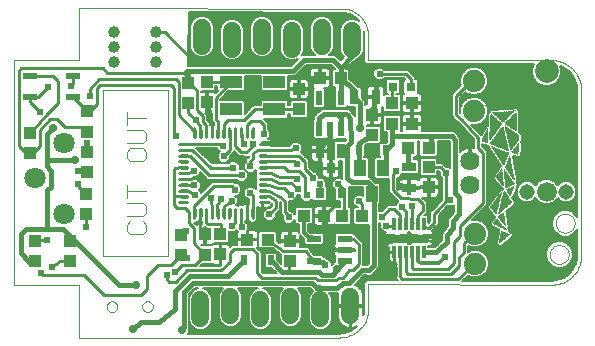
<source format=gbl>
G75*
G70*
%OFA0B0*%
%FSLAX24Y24*%
%IPPOS*%
%LPD*%
%AMOC8*
5,1,8,0,0,1.08239X$1,22.5*
%
%ADD10C,0.0000*%
%ADD11R,0.0003X0.0200*%
%ADD12R,0.0003X0.0210*%
%ADD13R,0.0003X0.0145*%
%ADD14R,0.0003X0.0217*%
%ADD15R,0.0003X0.0147*%
%ADD16R,0.0003X0.0230*%
%ADD17R,0.0003X0.0153*%
%ADD18R,0.0003X0.0238*%
%ADD19R,0.0003X0.0158*%
%ADD20R,0.0003X0.0245*%
%ADD21R,0.0003X0.0163*%
%ADD22R,0.0003X0.0255*%
%ADD23R,0.0003X0.0168*%
%ADD24R,0.0003X0.0265*%
%ADD25R,0.0003X0.0173*%
%ADD26R,0.0003X0.0275*%
%ADD27R,0.0003X0.0177*%
%ADD28R,0.0003X0.0285*%
%ADD29R,0.0003X0.0182*%
%ADD30R,0.0003X0.0295*%
%ADD31R,0.0003X0.0187*%
%ADD32R,0.0003X0.0300*%
%ADD33R,0.0003X0.0195*%
%ADD34R,0.0003X0.0310*%
%ADD35R,0.0003X0.0198*%
%ADD36R,0.0003X0.0323*%
%ADD37R,0.0003X0.0203*%
%ADD38R,0.0003X0.0328*%
%ADD39R,0.0003X0.0320*%
%ADD40R,0.0003X0.0213*%
%ADD41R,0.0003X0.0318*%
%ADD42R,0.0003X0.0315*%
%ADD43R,0.0003X0.0225*%
%ADD44R,0.0003X0.0308*%
%ADD45R,0.0003X0.0227*%
%ADD46R,0.0003X0.0305*%
%ADD47R,0.0003X0.0233*%
%ADD48R,0.0003X0.0297*%
%ADD49R,0.0003X0.0293*%
%ADD50R,0.0003X0.0248*%
%ADD51R,0.0003X0.0288*%
%ADD52R,0.0003X0.0253*%
%ADD53R,0.0003X0.0280*%
%ADD54R,0.0003X0.0262*%
%ADD55R,0.0003X0.0267*%
%ADD56R,0.0003X0.0273*%
%ADD57R,0.0003X0.0278*%
%ADD58R,0.0003X0.0283*%
%ADD59R,0.0003X0.0257*%
%ADD60R,0.0003X0.0250*%
%ADD61R,0.0003X0.0630*%
%ADD62R,0.0003X0.0302*%
%ADD63R,0.0003X0.0243*%
%ADD64R,0.0003X0.0628*%
%ADD65R,0.0003X0.0235*%
%ADD66R,0.0003X0.0623*%
%ADD67R,0.0003X0.0313*%
%ADD68R,0.0003X0.0617*%
%ADD69R,0.0003X0.0615*%
%ADD70R,0.0003X0.0222*%
%ADD71R,0.0003X0.0610*%
%ADD72R,0.0003X0.0220*%
%ADD73R,0.0003X0.0605*%
%ADD74R,0.0003X0.0333*%
%ADD75R,0.0003X0.0602*%
%ADD76R,0.0003X0.0335*%
%ADD77R,0.0003X0.0597*%
%ADD78R,0.0003X0.0343*%
%ADD79R,0.0003X0.0208*%
%ADD80R,0.0003X0.0592*%
%ADD81R,0.0003X0.0348*%
%ADD82R,0.0003X0.0590*%
%ADD83R,0.0003X0.0352*%
%ADD84R,0.0003X0.0585*%
%ADD85R,0.0003X0.0357*%
%ADD86R,0.0003X0.0193*%
%ADD87R,0.0003X0.0580*%
%ADD88R,0.0003X0.0362*%
%ADD89R,0.0003X0.0190*%
%ADD90R,0.0003X0.0575*%
%ADD91R,0.0003X0.0367*%
%ADD92R,0.0003X0.0573*%
%ADD93R,0.0003X0.0370*%
%ADD94R,0.0003X0.0180*%
%ADD95R,0.0003X0.0568*%
%ADD96R,0.0003X0.0377*%
%ADD97R,0.0003X0.0563*%
%ADD98R,0.0003X0.0382*%
%ADD99R,0.0003X0.0175*%
%ADD100R,0.0003X0.0560*%
%ADD101R,0.0003X0.0385*%
%ADD102R,0.0003X0.0170*%
%ADD103R,0.0003X0.0555*%
%ADD104R,0.0003X0.0393*%
%ADD105R,0.0003X0.0165*%
%ADD106R,0.0003X0.0550*%
%ADD107R,0.0003X0.0398*%
%ADD108R,0.0003X0.0160*%
%ADD109R,0.0003X0.0548*%
%ADD110R,0.0003X0.0400*%
%ADD111R,0.0003X0.0543*%
%ADD112R,0.0003X0.0405*%
%ADD113R,0.0003X0.0537*%
%ADD114R,0.0003X0.0413*%
%ADD115R,0.0003X0.0532*%
%ADD116R,0.0003X0.0418*%
%ADD117R,0.0003X0.0005*%
%ADD118R,0.0003X0.0530*%
%ADD119R,0.0003X0.0420*%
%ADD120R,0.0003X0.0138*%
%ADD121R,0.0003X0.0010*%
%ADD122R,0.0003X0.0525*%
%ADD123R,0.0003X0.0428*%
%ADD124R,0.0003X0.0135*%
%ADD125R,0.0003X0.0013*%
%ADD126R,0.0003X0.0520*%
%ADD127R,0.0003X0.0432*%
%ADD128R,0.0003X0.0130*%
%ADD129R,0.0003X0.0018*%
%ADD130R,0.0003X0.0517*%
%ADD131R,0.0003X0.0435*%
%ADD132R,0.0003X0.0127*%
%ADD133R,0.0003X0.0022*%
%ADD134R,0.0003X0.0003*%
%ADD135R,0.0003X0.0510*%
%ADD136R,0.0003X0.0442*%
%ADD137R,0.0003X0.0123*%
%ADD138R,0.0003X0.0027*%
%ADD139R,0.0003X0.0508*%
%ADD140R,0.0003X0.0447*%
%ADD141R,0.0003X0.0118*%
%ADD142R,0.0003X0.0032*%
%ADD143R,0.0003X0.0505*%
%ADD144R,0.0003X0.0450*%
%ADD145R,0.0003X0.0115*%
%ADD146R,0.0003X0.0035*%
%ADD147R,0.0003X0.0008*%
%ADD148R,0.0003X0.0500*%
%ADD149R,0.0003X0.0455*%
%ADD150R,0.0003X0.0110*%
%ADD151R,0.0003X0.0045*%
%ADD152R,0.0003X0.0040*%
%ADD153R,0.0003X0.0495*%
%ADD154R,0.0003X0.0462*%
%ADD155R,0.0003X0.0105*%
%ADD156R,0.0003X0.0055*%
%ADD157R,0.0003X0.0015*%
%ADD158R,0.0003X0.0490*%
%ADD159R,0.0003X0.0465*%
%ADD160R,0.0003X0.0103*%
%ADD161R,0.0003X0.0067*%
%ADD162R,0.0003X0.0047*%
%ADD163R,0.0003X0.0485*%
%ADD164R,0.0003X0.0470*%
%ADD165R,0.0003X0.0095*%
%ADD166R,0.0003X0.0077*%
%ADD167R,0.0003X0.0480*%
%ADD168R,0.0003X0.0478*%
%ADD169R,0.0003X0.0092*%
%ADD170R,0.0003X0.0085*%
%ADD171R,0.0003X0.0057*%
%ADD172R,0.0003X0.0030*%
%ADD173R,0.0003X0.0020*%
%ADD174R,0.0003X0.0090*%
%ADD175R,0.0003X0.0063*%
%ADD176R,0.0003X0.0473*%
%ADD177R,0.0003X0.0037*%
%ADD178R,0.0003X0.0468*%
%ADD179R,0.0003X0.0493*%
%ADD180R,0.0003X0.0080*%
%ADD181R,0.0003X0.0070*%
%ADD182R,0.0003X0.0498*%
%ADD183R,0.0003X0.0075*%
%ADD184R,0.0003X0.0125*%
%ADD185R,0.0003X0.0460*%
%ADD186R,0.0003X0.0073*%
%ADD187R,0.0003X0.0133*%
%ADD188R,0.0003X0.0053*%
%ADD189R,0.0003X0.0143*%
%ADD190R,0.0003X0.0083*%
%ADD191R,0.0003X0.0512*%
%ADD192R,0.0003X0.0060*%
%ADD193R,0.0003X0.0515*%
%ADD194R,0.0003X0.0065*%
%ADD195R,0.0003X0.0100*%
%ADD196R,0.0003X0.0043*%
%ADD197R,0.0003X0.0437*%
%ADD198R,0.0003X0.0527*%
%ADD199R,0.0003X0.0050*%
%ADD200R,0.0003X0.0107*%
%ADD201R,0.0003X0.0430*%
%ADD202R,0.0003X0.0535*%
%ADD203R,0.0003X0.0113*%
%ADD204R,0.0003X0.0425*%
%ADD205R,0.0003X0.0088*%
%ADD206R,0.0003X0.0423*%
%ADD207R,0.0003X0.0545*%
%ADD208R,0.0003X0.0098*%
%ADD209R,0.0003X0.0025*%
%ADD210R,0.0003X0.0408*%
%ADD211R,0.0003X0.0565*%
%ADD212R,0.0003X0.0570*%
%ADD213R,0.0003X0.0395*%
%ADD214R,0.0003X0.0578*%
%ADD215R,0.0003X0.0388*%
%ADD216R,0.0003X0.0380*%
%ADD217R,0.0003X0.0595*%
%ADD218R,0.0003X0.0375*%
%ADD219R,0.0003X0.0600*%
%ADD220R,0.0003X0.0140*%
%ADD221R,0.0003X0.0150*%
%ADD222R,0.0003X0.0355*%
%ADD223R,0.0003X0.0155*%
%ADD224R,0.0003X0.0620*%
%ADD225R,0.0003X0.0365*%
%ADD226R,0.0003X0.0350*%
%ADD227R,0.0003X0.0345*%
%ADD228R,0.0003X0.0635*%
%ADD229R,0.0003X0.0643*%
%ADD230R,0.0003X0.0403*%
%ADD231R,0.0003X0.0338*%
%ADD232R,0.0003X0.0645*%
%ADD233R,0.0003X0.0650*%
%ADD234R,0.0003X0.0215*%
%ADD235R,0.0003X0.0185*%
%ADD236R,0.0003X0.0655*%
%ADD237R,0.0003X0.0325*%
%ADD238R,0.0003X0.0660*%
%ADD239R,0.0003X0.0665*%
%ADD240R,0.0003X0.0658*%
%ADD241R,0.0003X0.0648*%
%ADD242R,0.0003X0.0640*%
%ADD243R,0.0003X0.0120*%
%ADD244R,0.0003X0.0503*%
%ADD245R,0.0003X0.0612*%
%ADD246R,0.0003X0.0290*%
%ADD247R,0.0003X0.0260*%
%ADD248R,0.0003X0.0540*%
%ADD249R,0.0003X0.0270*%
%ADD250R,0.0003X0.0558*%
%ADD251R,0.0003X0.0553*%
%ADD252R,0.0003X0.0205*%
%ADD253R,0.0003X0.0522*%
%ADD254R,0.0003X0.0240*%
%ADD255R,0.0003X0.0483*%
%ADD256R,0.0003X0.0488*%
%ADD257R,0.0003X0.0330*%
%ADD258R,0.0003X0.0452*%
%ADD259R,0.0003X0.0457*%
%ADD260R,0.0003X0.0440*%
%ADD261R,0.0003X0.0410*%
%ADD262R,0.0003X0.0390*%
%ADD263R,0.0003X0.0372*%
%ADD264R,0.0003X0.0340*%
%ADD265R,0.0003X0.0445*%
%ADD266R,0.0003X0.0415*%
%ADD267R,0.0003X0.0475*%
%ADD268R,0.0003X0.0360*%
%ADD269R,0.0003X0.0587*%
%ADD270R,0.0003X0.0607*%
%ADD271R,0.0003X0.0583*%
%ADD272R,0.0003X0.0625*%
%ADD273R,0.0003X0.0653*%
%ADD274R,0.0003X0.0663*%
%ADD275R,0.0003X0.0673*%
%ADD276R,0.0003X0.0683*%
%ADD277R,0.0003X0.0690*%
%ADD278R,0.0003X0.0700*%
%ADD279R,0.0003X0.0710*%
%ADD280R,0.0003X0.0720*%
%ADD281R,0.0003X0.0730*%
%ADD282R,0.0003X0.0740*%
%ADD283R,0.0003X0.0737*%
%ADD284R,0.0003X0.0727*%
%ADD285R,0.0003X0.0725*%
%ADD286R,0.0003X0.0717*%
%ADD287R,0.0003X0.0715*%
%ADD288R,0.0003X0.0707*%
%ADD289R,0.0003X0.0705*%
%ADD290R,0.0003X0.0703*%
%ADD291R,0.0003X0.0695*%
%ADD292R,0.0003X0.0693*%
%ADD293R,0.0003X0.0685*%
%ADD294R,0.0003X0.0680*%
%ADD295R,0.0003X0.0670*%
%ADD296R,0.0003X0.0638*%
%ADD297R,0.0003X0.0633*%
%ADD298R,0.0003X0.0678*%
%ADD299R,0.0003X0.0688*%
%ADD300R,0.0003X0.0712*%
%ADD301R,0.0003X0.0722*%
%ADD302R,0.0003X0.0735*%
%ADD303R,0.0003X0.0745*%
%ADD304R,0.0003X0.0752*%
%ADD305R,0.0003X0.0757*%
%ADD306R,0.0003X0.0762*%
%ADD307R,0.0003X0.0767*%
%ADD308R,0.0003X0.0772*%
%ADD309R,0.0003X0.0780*%
%ADD310R,0.0003X0.0785*%
%ADD311R,0.0003X0.0790*%
%ADD312R,0.0003X0.0798*%
%ADD313R,0.0003X0.0803*%
%ADD314R,0.0003X0.0810*%
%ADD315R,0.0003X0.0813*%
%ADD316R,0.0003X0.0818*%
%ADD317R,0.0003X0.0825*%
%ADD318R,0.0003X0.0830*%
%ADD319R,0.0003X0.0770*%
%ADD320C,0.0039*%
%ADD321R,0.0394X0.0433*%
%ADD322C,0.0100*%
%ADD323C,0.0100*%
%ADD324R,0.0748X0.0433*%
%ADD325R,0.0472X0.0236*%
%ADD326R,0.0472X0.0217*%
%ADD327R,0.0118X0.0394*%
%ADD328R,0.0236X0.0098*%
%ADD329R,0.0630X0.0276*%
%ADD330R,0.0394X0.0551*%
%ADD331R,0.0248X0.0327*%
%ADD332R,0.0433X0.0394*%
%ADD333R,0.0472X0.0315*%
%ADD334R,0.0220X0.0500*%
%ADD335R,0.0315X0.0472*%
%ADD336R,0.0413X0.0425*%
%ADD337C,0.0740*%
%ADD338C,0.0640*%
%ADD339C,0.0709*%
%ADD340R,0.0315X0.0354*%
%ADD341R,0.0315X0.0315*%
%ADD342C,0.0397*%
%ADD343C,0.0600*%
%ADD344C,0.0515*%
%ADD345C,0.0660*%
%ADD346C,0.0787*%
%ADD347C,0.0059*%
%ADD348C,0.0098*%
%ADD349C,0.0238*%
%ADD350C,0.0160*%
%ADD351C,0.0060*%
%ADD352C,0.0277*%
%ADD353OC8,0.0238*%
%ADD354C,0.0120*%
%ADD355C,0.0118*%
%ADD356C,0.0157*%
D10*
X003148Y002009D02*
X003148Y009489D01*
X005313Y009489D01*
X005313Y011222D01*
X013990Y011206D01*
X014935Y010418D02*
X014935Y009501D01*
X021061Y009489D01*
X021123Y009487D01*
X021184Y009481D01*
X021245Y009472D01*
X021306Y009458D01*
X021365Y009441D01*
X021423Y009420D01*
X021480Y009395D01*
X021535Y009367D01*
X021588Y009336D01*
X021639Y009301D01*
X021688Y009263D01*
X021735Y009222D01*
X021778Y009179D01*
X021819Y009132D01*
X021857Y009083D01*
X021892Y009032D01*
X021923Y008979D01*
X021951Y008924D01*
X021976Y008867D01*
X021997Y008809D01*
X022014Y008750D01*
X022028Y008689D01*
X022037Y008628D01*
X022043Y008567D01*
X022045Y008505D01*
X022045Y002974D01*
X021002Y003013D02*
X021004Y003048D01*
X021010Y003083D01*
X021020Y003117D01*
X021033Y003150D01*
X021050Y003181D01*
X021071Y003209D01*
X021094Y003236D01*
X021121Y003259D01*
X021149Y003280D01*
X021180Y003297D01*
X021213Y003310D01*
X021247Y003320D01*
X021282Y003326D01*
X021317Y003328D01*
X021352Y003326D01*
X021387Y003320D01*
X021421Y003310D01*
X021454Y003297D01*
X021485Y003280D01*
X021513Y003259D01*
X021540Y003236D01*
X021563Y003209D01*
X021584Y003181D01*
X021601Y003150D01*
X021614Y003117D01*
X021624Y003083D01*
X021630Y003048D01*
X021632Y003013D01*
X021630Y002978D01*
X021624Y002943D01*
X021614Y002909D01*
X021601Y002876D01*
X021584Y002845D01*
X021563Y002817D01*
X021540Y002790D01*
X021513Y002767D01*
X021485Y002746D01*
X021454Y002729D01*
X021421Y002716D01*
X021387Y002706D01*
X021352Y002700D01*
X021317Y002698D01*
X021282Y002700D01*
X021247Y002706D01*
X021213Y002716D01*
X021180Y002729D01*
X021149Y002746D01*
X021121Y002767D01*
X021094Y002790D01*
X021071Y002817D01*
X021050Y002845D01*
X021033Y002876D01*
X021020Y002909D01*
X021010Y002943D01*
X021004Y002978D01*
X021002Y003013D01*
X021081Y002009D02*
X021142Y002011D01*
X021202Y002017D01*
X021262Y002026D01*
X021321Y002039D01*
X021379Y002056D01*
X021436Y002077D01*
X021492Y002101D01*
X021546Y002128D01*
X021598Y002159D01*
X021648Y002193D01*
X021696Y002230D01*
X021742Y002271D01*
X021784Y002313D01*
X021825Y002359D01*
X021862Y002407D01*
X021896Y002457D01*
X021927Y002509D01*
X021954Y002563D01*
X021978Y002619D01*
X021999Y002676D01*
X022016Y002734D01*
X022029Y002793D01*
X022038Y002853D01*
X022044Y002913D01*
X022046Y002974D01*
X021199Y004056D02*
X021201Y004091D01*
X021207Y004126D01*
X021217Y004160D01*
X021230Y004193D01*
X021247Y004224D01*
X021268Y004252D01*
X021291Y004279D01*
X021318Y004302D01*
X021346Y004323D01*
X021377Y004340D01*
X021410Y004353D01*
X021444Y004363D01*
X021479Y004369D01*
X021514Y004371D01*
X021549Y004369D01*
X021584Y004363D01*
X021618Y004353D01*
X021651Y004340D01*
X021682Y004323D01*
X021710Y004302D01*
X021737Y004279D01*
X021760Y004252D01*
X021781Y004224D01*
X021798Y004193D01*
X021811Y004160D01*
X021821Y004126D01*
X021827Y004091D01*
X021829Y004056D01*
X021827Y004021D01*
X021821Y003986D01*
X021811Y003952D01*
X021798Y003919D01*
X021781Y003888D01*
X021760Y003860D01*
X021737Y003833D01*
X021710Y003810D01*
X021682Y003789D01*
X021651Y003772D01*
X021618Y003759D01*
X021584Y003749D01*
X021549Y003743D01*
X021514Y003741D01*
X021479Y003743D01*
X021444Y003749D01*
X021410Y003759D01*
X021377Y003772D01*
X021346Y003789D01*
X021318Y003810D01*
X021291Y003833D01*
X021268Y003860D01*
X021247Y003888D01*
X021230Y003919D01*
X021217Y003952D01*
X021207Y003986D01*
X021201Y004021D01*
X021199Y004056D01*
X021081Y002009D02*
X014951Y002021D01*
X014951Y001210D01*
X014949Y001149D01*
X014943Y001089D01*
X014934Y001029D01*
X014921Y000970D01*
X014904Y000912D01*
X014883Y000855D01*
X014859Y000799D01*
X014832Y000745D01*
X014801Y000693D01*
X014767Y000643D01*
X014730Y000595D01*
X014689Y000549D01*
X014647Y000507D01*
X014601Y000466D01*
X014553Y000429D01*
X014503Y000395D01*
X014451Y000364D01*
X014397Y000337D01*
X014341Y000313D01*
X014284Y000292D01*
X014226Y000275D01*
X014167Y000262D01*
X014107Y000253D01*
X014047Y000247D01*
X013986Y000245D01*
X005293Y000237D01*
X005293Y002009D01*
X003148Y002009D01*
X006234Y001273D02*
X006236Y001299D01*
X006242Y001325D01*
X006252Y001350D01*
X006265Y001373D01*
X006281Y001393D01*
X006301Y001411D01*
X006323Y001426D01*
X006346Y001438D01*
X006372Y001446D01*
X006398Y001450D01*
X006424Y001450D01*
X006450Y001446D01*
X006476Y001438D01*
X006500Y001426D01*
X006521Y001411D01*
X006541Y001393D01*
X006557Y001373D01*
X006570Y001350D01*
X006580Y001325D01*
X006586Y001299D01*
X006588Y001273D01*
X006586Y001247D01*
X006580Y001221D01*
X006570Y001196D01*
X006557Y001173D01*
X006541Y001153D01*
X006521Y001135D01*
X006499Y001120D01*
X006476Y001108D01*
X006450Y001100D01*
X006424Y001096D01*
X006398Y001096D01*
X006372Y001100D01*
X006346Y001108D01*
X006322Y001120D01*
X006301Y001135D01*
X006281Y001153D01*
X006265Y001173D01*
X006252Y001196D01*
X006242Y001221D01*
X006236Y001247D01*
X006234Y001273D01*
X007415Y001273D02*
X007417Y001299D01*
X007423Y001325D01*
X007433Y001350D01*
X007446Y001373D01*
X007462Y001393D01*
X007482Y001411D01*
X007504Y001426D01*
X007527Y001438D01*
X007553Y001446D01*
X007579Y001450D01*
X007605Y001450D01*
X007631Y001446D01*
X007657Y001438D01*
X007681Y001426D01*
X007702Y001411D01*
X007722Y001393D01*
X007738Y001373D01*
X007751Y001350D01*
X007761Y001325D01*
X007767Y001299D01*
X007769Y001273D01*
X007767Y001247D01*
X007761Y001221D01*
X007751Y001196D01*
X007738Y001173D01*
X007722Y001153D01*
X007702Y001135D01*
X007680Y001120D01*
X007657Y001108D01*
X007631Y001100D01*
X007605Y001096D01*
X007579Y001096D01*
X007553Y001100D01*
X007527Y001108D01*
X007503Y001120D01*
X007482Y001135D01*
X007462Y001153D01*
X007446Y001173D01*
X007433Y001196D01*
X007423Y001221D01*
X007417Y001247D01*
X007415Y001273D01*
X007447Y003682D02*
X007007Y003682D01*
X006896Y003792D01*
X006896Y004012D01*
X007007Y004123D01*
X006896Y004290D02*
X007447Y004290D01*
X007557Y004400D01*
X007557Y004620D01*
X007447Y004730D01*
X006896Y004730D01*
X006896Y004898D02*
X006896Y005338D01*
X006896Y005118D02*
X007557Y005118D01*
X007447Y006113D02*
X007007Y006113D01*
X006896Y006223D01*
X006896Y006443D01*
X007007Y006553D01*
X007447Y006553D01*
X007557Y006443D01*
X007557Y006223D01*
X007447Y006113D01*
X007447Y006721D02*
X006896Y006721D01*
X007447Y006721D02*
X007557Y006831D01*
X007557Y007051D01*
X007447Y007161D01*
X006896Y007161D01*
X006896Y007328D02*
X006896Y007769D01*
X006896Y007549D02*
X007557Y007549D01*
X007447Y004123D02*
X007557Y004012D01*
X007557Y003792D01*
X007447Y003682D01*
X013990Y011206D02*
X014047Y011210D01*
X014104Y011209D01*
X014161Y011205D01*
X014217Y011197D01*
X014273Y011186D01*
X014328Y011171D01*
X014382Y011152D01*
X014434Y011130D01*
X014485Y011104D01*
X014534Y011075D01*
X014581Y011043D01*
X014626Y011008D01*
X014668Y010970D01*
X014708Y010930D01*
X014746Y010887D01*
X014780Y010841D01*
X014811Y010794D01*
X014839Y010744D01*
X014864Y010693D01*
X014886Y010640D01*
X014903Y010586D01*
X014918Y010531D01*
X014928Y010475D01*
X014935Y010419D01*
D11*
X019317Y007654D03*
X019317Y007654D03*
X019617Y007674D03*
X019617Y007674D03*
X018820Y006864D03*
X018820Y006864D03*
X019245Y006442D03*
X019245Y006442D03*
X019592Y006587D03*
X019592Y006587D03*
X019872Y006477D03*
X019872Y006477D03*
X019982Y006619D03*
X019982Y006619D03*
X019780Y005669D03*
X019780Y005669D03*
X019715Y005127D03*
X019715Y005127D03*
X019672Y005109D03*
X019672Y005109D03*
X019372Y004524D03*
X019372Y004524D03*
X019112Y004599D03*
X019112Y004599D03*
X019395Y004244D03*
X019395Y004244D03*
X019235Y004092D03*
X019235Y004092D03*
X019275Y004072D03*
X019275Y004072D03*
X019277Y004069D03*
X019277Y004069D03*
X019532Y003644D03*
X019532Y003644D03*
D12*
X019525Y003642D03*
X019525Y003642D03*
X019262Y004082D03*
X019262Y004082D03*
X019260Y004084D03*
X019260Y004084D03*
X019240Y004094D03*
X019240Y004094D03*
X019400Y004244D03*
X019400Y004244D03*
X019375Y004529D03*
X019375Y004529D03*
X019665Y004774D03*
X019665Y004774D03*
X019332Y004874D03*
X019332Y004874D03*
X019707Y005117D03*
X019707Y005117D03*
X019725Y005414D03*
X019725Y005414D03*
X019777Y005679D03*
X019777Y005679D03*
X019517Y005704D03*
X019517Y005704D03*
X019255Y006432D03*
X019255Y006432D03*
X019252Y006434D03*
X019252Y006434D03*
X019590Y006592D03*
X019590Y006592D03*
X019980Y006612D03*
X019980Y006612D03*
X019945Y006894D03*
X019945Y006894D03*
X019650Y007397D03*
X019650Y007397D03*
X019607Y007669D03*
X019607Y007669D03*
X019150Y006762D03*
X019150Y006762D03*
X018825Y006869D03*
X018825Y006869D03*
D13*
X019020Y006887D03*
X019020Y006887D03*
X019112Y006744D03*
X019112Y006744D03*
X019195Y006489D03*
X019195Y006489D03*
X019197Y006487D03*
X019197Y006487D03*
X019840Y006462D03*
X019840Y006462D03*
X019570Y005934D03*
X019570Y005934D03*
X019510Y005747D03*
X019510Y005747D03*
X019762Y005397D03*
X019762Y005397D03*
X019745Y005167D03*
X019745Y005167D03*
X019355Y004482D03*
X019355Y004482D03*
X019367Y004249D03*
X019367Y004249D03*
X019355Y004004D03*
X019355Y004004D03*
X019357Y004002D03*
X019357Y004002D03*
X019575Y003649D03*
X019575Y003649D03*
X019977Y006904D03*
X019977Y006904D03*
X019355Y007349D03*
X019355Y007349D03*
X019257Y007679D03*
X019257Y007679D03*
X019677Y007707D03*
X019677Y007707D03*
D14*
X019600Y007665D03*
X019600Y007665D03*
X019335Y007648D03*
X019335Y007648D03*
X019940Y006893D03*
X019940Y006893D03*
X019977Y006603D03*
X019977Y006603D03*
X019882Y006480D03*
X019882Y006480D03*
X019587Y006598D03*
X019587Y006598D03*
X019570Y006308D03*
X019570Y006308D03*
X019260Y006428D03*
X019260Y006428D03*
X019330Y004868D03*
X019330Y004868D03*
X019662Y004775D03*
X019662Y004775D03*
X019377Y004535D03*
X019377Y004535D03*
X019402Y004243D03*
X019402Y004243D03*
X019252Y004090D03*
X019252Y004090D03*
X019245Y004095D03*
X019245Y004095D03*
X019520Y003643D03*
X019520Y003643D03*
X019377Y003530D03*
X019377Y003530D03*
D15*
X019362Y003485D03*
X019362Y003485D03*
X019572Y003648D03*
X019572Y003648D03*
X019352Y004005D03*
X019352Y004005D03*
X019350Y004008D03*
X019350Y004008D03*
X019205Y004078D03*
X019205Y004078D03*
X019690Y004765D03*
X019690Y004765D03*
X019760Y005398D03*
X019760Y005398D03*
X019275Y005593D03*
X019275Y005593D03*
X019595Y006333D03*
X019595Y006333D03*
X019842Y006463D03*
X019842Y006463D03*
X019975Y006903D03*
X019975Y006903D03*
X019612Y007390D03*
X019612Y007390D03*
X019675Y007705D03*
X019675Y007705D03*
X019260Y007678D03*
X019260Y007678D03*
X018795Y006845D03*
X018795Y006845D03*
D16*
X018835Y006877D03*
X018835Y006877D03*
X019592Y007127D03*
X019592Y007127D03*
X019662Y007399D03*
X019662Y007399D03*
X019585Y007657D03*
X019585Y007657D03*
X019347Y007642D03*
X019347Y007642D03*
X019975Y006594D03*
X019975Y006594D03*
X019890Y006484D03*
X019890Y006484D03*
X019772Y005694D03*
X019772Y005694D03*
X019307Y005597D03*
X019307Y005597D03*
X019715Y005419D03*
X019715Y005419D03*
X019697Y005104D03*
X019697Y005104D03*
X019687Y005099D03*
X019687Y005099D03*
X019410Y004242D03*
X019410Y004242D03*
X019495Y004142D03*
X019495Y004142D03*
X019510Y003642D03*
X019510Y003642D03*
D17*
X019567Y003648D03*
X019567Y003648D03*
X019570Y003648D03*
X019570Y003648D03*
X019347Y004010D03*
X019347Y004010D03*
X019345Y004013D03*
X019345Y004013D03*
X019687Y004765D03*
X019687Y004765D03*
X019757Y005398D03*
X019757Y005398D03*
X019792Y005628D03*
X019792Y005628D03*
X019572Y005935D03*
X019572Y005935D03*
X019277Y005593D03*
X019277Y005593D03*
X019845Y006463D03*
X019845Y006463D03*
X019605Y006558D03*
X019605Y006558D03*
X019972Y006903D03*
X019972Y006903D03*
X019570Y007180D03*
X019570Y007180D03*
X019352Y007348D03*
X019352Y007348D03*
X019267Y007675D03*
X019267Y007675D03*
X019265Y007675D03*
X019265Y007675D03*
X019667Y007700D03*
X019667Y007700D03*
X019670Y007703D03*
X019670Y007703D03*
D18*
X019580Y007653D03*
X019580Y007653D03*
X019577Y007653D03*
X019577Y007653D03*
X019357Y007638D03*
X019357Y007638D03*
X019930Y006890D03*
X019930Y006890D03*
X019972Y006585D03*
X019972Y006585D03*
X019562Y006300D03*
X019562Y006300D03*
X019277Y006410D03*
X019277Y006410D03*
X019165Y006770D03*
X019165Y006770D03*
X019770Y005703D03*
X019770Y005703D03*
X019310Y005598D03*
X019310Y005598D03*
X019710Y005423D03*
X019710Y005423D03*
X019692Y005098D03*
X019692Y005098D03*
X019690Y005098D03*
X019690Y005098D03*
X019322Y004848D03*
X019322Y004848D03*
X019505Y003640D03*
X019505Y003640D03*
X019382Y003545D03*
X019382Y003545D03*
D19*
X019565Y003648D03*
X019565Y003648D03*
X019337Y004018D03*
X019337Y004018D03*
X019652Y005120D03*
X019652Y005120D03*
X019737Y005155D03*
X019737Y005155D03*
X019755Y005400D03*
X019755Y005400D03*
X019847Y006465D03*
X019847Y006465D03*
X019207Y006478D03*
X019207Y006478D03*
X019120Y006748D03*
X019120Y006748D03*
X019970Y006903D03*
X019970Y006903D03*
X019350Y007348D03*
X019350Y007348D03*
X019272Y007673D03*
X019272Y007673D03*
X019662Y007698D03*
X019662Y007698D03*
D20*
X019570Y007649D03*
X019570Y007649D03*
X019670Y007399D03*
X019670Y007399D03*
X019927Y006889D03*
X019927Y006889D03*
X019970Y006579D03*
X019970Y006579D03*
X019900Y006489D03*
X019900Y006489D03*
X019560Y006297D03*
X019560Y006297D03*
X019285Y006404D03*
X019285Y006404D03*
X019170Y006772D03*
X019170Y006772D03*
X019312Y005599D03*
X019312Y005599D03*
X019320Y004842D03*
X019320Y004842D03*
X019130Y004599D03*
X019130Y004599D03*
D21*
X019375Y004248D03*
X019375Y004248D03*
X019330Y004025D03*
X019330Y004025D03*
X019332Y004023D03*
X019332Y004023D03*
X019350Y004920D03*
X019350Y004920D03*
X019735Y005153D03*
X019735Y005153D03*
X019455Y005398D03*
X019455Y005398D03*
X019790Y005638D03*
X019790Y005638D03*
X019590Y006328D03*
X019590Y006328D03*
X019602Y006563D03*
X019602Y006563D03*
X019122Y006748D03*
X019122Y006748D03*
X018802Y006850D03*
X018802Y006850D03*
X019347Y007348D03*
X019347Y007348D03*
X019277Y007670D03*
X019277Y007670D03*
X019657Y007695D03*
X019657Y007695D03*
X019967Y006900D03*
X019967Y006900D03*
D22*
X019920Y006887D03*
X019920Y006887D03*
X019967Y006572D03*
X019967Y006572D03*
X019295Y006394D03*
X019295Y006394D03*
X019292Y006397D03*
X019292Y006397D03*
X019175Y006774D03*
X019175Y006774D03*
X018847Y006887D03*
X018847Y006887D03*
X018945Y007067D03*
X018945Y007067D03*
X019375Y007632D03*
X019375Y007632D03*
X019560Y007644D03*
X019560Y007644D03*
X019317Y005599D03*
X019317Y005599D03*
X019700Y005427D03*
X019700Y005427D03*
X019490Y004159D03*
X019490Y004159D03*
X019492Y003639D03*
X019492Y003639D03*
X019385Y003554D03*
X019385Y003554D03*
D23*
X019100Y004600D03*
X019100Y004600D03*
X019750Y005403D03*
X019750Y005403D03*
X019282Y005593D03*
X019282Y005593D03*
X019587Y006325D03*
X019587Y006325D03*
X019215Y006470D03*
X019215Y006470D03*
X019125Y006750D03*
X019125Y006750D03*
X018805Y006853D03*
X018805Y006853D03*
X019625Y007393D03*
X019625Y007393D03*
X019652Y007693D03*
X019652Y007693D03*
X019965Y006900D03*
X019965Y006900D03*
D24*
X019965Y006564D03*
X019965Y006564D03*
X019912Y006494D03*
X019912Y006494D03*
X019302Y006387D03*
X019302Y006387D03*
X019180Y006777D03*
X019180Y006777D03*
X019302Y007337D03*
X019302Y007337D03*
X019682Y007402D03*
X019682Y007402D03*
X019547Y007637D03*
X019547Y007637D03*
X019385Y007627D03*
X019385Y007627D03*
X019320Y005599D03*
X019320Y005599D03*
X019695Y005429D03*
X019695Y005429D03*
X019642Y004784D03*
X019642Y004784D03*
X019392Y004572D03*
X019392Y004572D03*
X019137Y004599D03*
X019137Y004599D03*
X019387Y003562D03*
X019387Y003562D03*
D25*
X019552Y003645D03*
X019552Y003645D03*
X019317Y004035D03*
X019317Y004035D03*
X019315Y004038D03*
X019315Y004038D03*
X019220Y004085D03*
X019220Y004085D03*
X019362Y004500D03*
X019362Y004500D03*
X019680Y004768D03*
X019680Y004768D03*
X019730Y005145D03*
X019730Y005145D03*
X019285Y005593D03*
X019285Y005593D03*
X019787Y005645D03*
X019787Y005645D03*
X019577Y005938D03*
X019577Y005938D03*
X019222Y006463D03*
X019222Y006463D03*
X019220Y006465D03*
X019220Y006465D03*
X018807Y006855D03*
X018807Y006855D03*
X019627Y007393D03*
X019627Y007393D03*
X019647Y007690D03*
X019647Y007690D03*
X019287Y007668D03*
X019287Y007668D03*
X019285Y007668D03*
X019285Y007668D03*
X019962Y006900D03*
X019962Y006900D03*
D26*
X019605Y007094D03*
X019605Y007094D03*
X019540Y007632D03*
X019540Y007632D03*
X019537Y007632D03*
X019537Y007632D03*
X019397Y007622D03*
X019397Y007622D03*
X019962Y006554D03*
X019962Y006554D03*
X019917Y006497D03*
X019917Y006497D03*
X019550Y006287D03*
X019550Y006287D03*
X019605Y005952D03*
X019605Y005952D03*
X019760Y005737D03*
X019760Y005737D03*
X019690Y005432D03*
X019690Y005432D03*
X019477Y003637D03*
X019477Y003637D03*
X019390Y003569D03*
X019390Y003569D03*
D27*
X019550Y003645D03*
X019550Y003645D03*
X019505Y004103D03*
X019505Y004103D03*
X019222Y004085D03*
X019222Y004085D03*
X019365Y004505D03*
X019365Y004505D03*
X019677Y004770D03*
X019677Y004770D03*
X019727Y005143D03*
X019727Y005143D03*
X019585Y006323D03*
X019585Y006323D03*
X019860Y006470D03*
X019860Y006470D03*
X019960Y006898D03*
X019960Y006898D03*
X019577Y007163D03*
X019577Y007163D03*
X019630Y007393D03*
X019630Y007393D03*
X019340Y007345D03*
X019340Y007345D03*
X019292Y007665D03*
X019292Y007665D03*
X019642Y007688D03*
X019642Y007688D03*
X018810Y006858D03*
X018810Y006858D03*
X019225Y006460D03*
X019225Y006460D03*
D28*
X019192Y006784D03*
X019192Y006784D03*
X019922Y006499D03*
X019922Y006499D03*
X019960Y006547D03*
X019960Y006547D03*
X019757Y005744D03*
X019757Y005744D03*
X019685Y005434D03*
X019685Y005434D03*
X019305Y004802D03*
X019305Y004802D03*
X019145Y004599D03*
X019145Y004599D03*
X019470Y003637D03*
X019470Y003637D03*
X019392Y003577D03*
X019392Y003577D03*
X019405Y007619D03*
X019405Y007619D03*
X019530Y007627D03*
X019530Y007627D03*
D29*
X019637Y007685D03*
X019637Y007685D03*
X019297Y007663D03*
X019297Y007663D03*
X019957Y006898D03*
X019957Y006898D03*
X019135Y006755D03*
X019135Y006755D03*
X018812Y006858D03*
X018812Y006858D03*
X019227Y006458D03*
X019227Y006458D03*
X019230Y006455D03*
X019230Y006455D03*
X019582Y006320D03*
X019582Y006320D03*
X019740Y005408D03*
X019740Y005408D03*
X019342Y004900D03*
X019342Y004900D03*
X019675Y004770D03*
X019675Y004770D03*
X019300Y004050D03*
X019300Y004050D03*
X019302Y004048D03*
X019302Y004048D03*
X019545Y003645D03*
X019545Y003645D03*
D30*
X019395Y003584D03*
X019395Y003584D03*
X019482Y004189D03*
X019482Y004189D03*
X019442Y004237D03*
X019442Y004237D03*
X019402Y004597D03*
X019402Y004597D03*
X019332Y005602D03*
X019332Y005602D03*
X019755Y005752D03*
X019755Y005752D03*
X019542Y006279D03*
X019542Y006279D03*
X019330Y006362D03*
X019330Y006362D03*
X019957Y006539D03*
X019957Y006539D03*
X019197Y006787D03*
X019197Y006787D03*
X019610Y007082D03*
X019610Y007082D03*
X019700Y007404D03*
X019700Y007404D03*
X019517Y007619D03*
X019517Y007619D03*
X019417Y007614D03*
X019417Y007614D03*
D31*
X019302Y007660D03*
X019302Y007660D03*
X019630Y007680D03*
X019630Y007680D03*
X019632Y007683D03*
X019632Y007683D03*
X019955Y006898D03*
X019955Y006898D03*
X019865Y006473D03*
X019865Y006473D03*
X019595Y006580D03*
X019595Y006580D03*
X019235Y006450D03*
X019235Y006450D03*
X019137Y006755D03*
X019137Y006755D03*
X018815Y006860D03*
X018815Y006860D03*
X019515Y005718D03*
X019515Y005718D03*
X019737Y005408D03*
X019737Y005408D03*
X019107Y004600D03*
X019107Y004600D03*
X019227Y004088D03*
X019227Y004088D03*
X019295Y004055D03*
X019295Y004055D03*
X019542Y003645D03*
X019542Y003645D03*
D32*
X019457Y003634D03*
X019457Y003634D03*
X019627Y004789D03*
X019627Y004789D03*
X019675Y005439D03*
X019675Y005439D03*
X019440Y005482D03*
X019440Y005482D03*
X019335Y005602D03*
X019335Y005602D03*
X019335Y006357D03*
X019335Y006357D03*
X019932Y006504D03*
X019932Y006504D03*
X019955Y006532D03*
X019955Y006532D03*
X019200Y006787D03*
X019200Y006787D03*
X018867Y006902D03*
X018867Y006902D03*
X019702Y007404D03*
X019702Y007404D03*
X019512Y007617D03*
X019512Y007617D03*
X019422Y007612D03*
X019422Y007612D03*
D33*
X019312Y007657D03*
X019312Y007657D03*
X019622Y007677D03*
X019622Y007677D03*
X019582Y007149D03*
X019582Y007149D03*
X019952Y006897D03*
X019952Y006897D03*
X019240Y006447D03*
X019240Y006447D03*
X019717Y005129D03*
X019717Y005129D03*
X019670Y005109D03*
X019670Y005109D03*
X019670Y004772D03*
X019670Y004772D03*
X019110Y004599D03*
X019110Y004599D03*
X019392Y004244D03*
X019392Y004244D03*
X019230Y004089D03*
X019230Y004089D03*
X019535Y003644D03*
X019535Y003644D03*
X019537Y003644D03*
X019537Y003644D03*
X019372Y003517D03*
X019372Y003517D03*
D34*
X019397Y003592D03*
X019397Y003592D03*
X019450Y003634D03*
X019450Y003634D03*
X019407Y004607D03*
X019407Y004607D03*
X019155Y004599D03*
X019155Y004599D03*
X019670Y005442D03*
X019670Y005442D03*
X019537Y006274D03*
X019537Y006274D03*
X019342Y006349D03*
X019342Y006349D03*
X019952Y006524D03*
X019952Y006524D03*
X018872Y006907D03*
X018872Y006907D03*
X019282Y007332D03*
X019282Y007332D03*
X019432Y007607D03*
X019432Y007607D03*
X019502Y007612D03*
X019502Y007612D03*
D35*
X019620Y007675D03*
X019620Y007675D03*
X019315Y007655D03*
X019315Y007655D03*
X019332Y007343D03*
X019332Y007343D03*
X019642Y007395D03*
X019642Y007395D03*
X019950Y006895D03*
X019950Y006895D03*
X019142Y006758D03*
X019142Y006758D03*
X018947Y007100D03*
X018947Y007100D03*
X019242Y006443D03*
X019242Y006443D03*
X019577Y006315D03*
X019577Y006315D03*
X019295Y005595D03*
X019295Y005595D03*
X019732Y005410D03*
X019732Y005410D03*
X019337Y004888D03*
X019337Y004888D03*
X019232Y004090D03*
X019232Y004090D03*
X019280Y004068D03*
X019280Y004068D03*
X019282Y004065D03*
X019282Y004065D03*
D36*
X019455Y004235D03*
X019455Y004235D03*
X019160Y004598D03*
X019160Y004598D03*
X019662Y005445D03*
X019662Y005445D03*
X019437Y005495D03*
X019437Y005495D03*
X019342Y005603D03*
X019342Y005603D03*
X019355Y006338D03*
X019355Y006338D03*
X019950Y006515D03*
X019950Y006515D03*
X019212Y006793D03*
X019212Y006793D03*
X019277Y007330D03*
X019277Y007330D03*
X019445Y007603D03*
X019445Y007603D03*
X019490Y007605D03*
X019490Y007605D03*
X019440Y003633D03*
X019440Y003633D03*
D37*
X019530Y003643D03*
X019530Y003643D03*
X019272Y004073D03*
X019272Y004073D03*
X019270Y004075D03*
X019270Y004075D03*
X019500Y004120D03*
X019500Y004120D03*
X019667Y004773D03*
X019667Y004773D03*
X019335Y004880D03*
X019335Y004880D03*
X019712Y005123D03*
X019712Y005123D03*
X019730Y005413D03*
X019730Y005413D03*
X019585Y005943D03*
X019585Y005943D03*
X019575Y006313D03*
X019575Y006313D03*
X019875Y006478D03*
X019875Y006478D03*
X019947Y006895D03*
X019947Y006895D03*
X019645Y007395D03*
X019645Y007395D03*
X019330Y007343D03*
X019330Y007343D03*
X019320Y007653D03*
X019320Y007653D03*
X019615Y007673D03*
X019615Y007673D03*
X019145Y006760D03*
X019145Y006760D03*
X019247Y006440D03*
X019247Y006440D03*
D38*
X019357Y006335D03*
X019357Y006335D03*
X019947Y006510D03*
X019947Y006510D03*
X019885Y006875D03*
X019885Y006875D03*
X019720Y007408D03*
X019720Y007408D03*
X019485Y007603D03*
X019485Y007603D03*
X019450Y007600D03*
X019450Y007600D03*
X019747Y005778D03*
X019747Y005778D03*
X019345Y005603D03*
X019345Y005603D03*
X019617Y004793D03*
X019617Y004793D03*
X019412Y004620D03*
X019412Y004620D03*
X019457Y004233D03*
X019457Y004233D03*
X019437Y003633D03*
X019437Y003633D03*
D39*
X019442Y003634D03*
X019442Y003634D03*
X019400Y003599D03*
X019400Y003599D03*
X019477Y004207D03*
X019477Y004207D03*
X019410Y004614D03*
X019410Y004614D03*
X019620Y004792D03*
X019620Y004792D03*
X019665Y005444D03*
X019665Y005444D03*
X019530Y005632D03*
X019530Y005632D03*
X019352Y006339D03*
X019352Y006339D03*
X019350Y006342D03*
X019350Y006342D03*
X019945Y006509D03*
X019945Y006509D03*
X019887Y006877D03*
X019887Y006877D03*
X019617Y007064D03*
X019617Y007064D03*
X019715Y007407D03*
X019715Y007407D03*
X019492Y007607D03*
X019492Y007607D03*
X019442Y007604D03*
X019442Y007604D03*
X018877Y006909D03*
X018877Y006909D03*
D40*
X018827Y006870D03*
X018827Y006870D03*
X019587Y007138D03*
X019587Y007138D03*
X019942Y006893D03*
X019942Y006893D03*
X019880Y006480D03*
X019880Y006480D03*
X019572Y006310D03*
X019572Y006310D03*
X019587Y005943D03*
X019587Y005943D03*
X019300Y005595D03*
X019300Y005595D03*
X019255Y004088D03*
X019255Y004088D03*
X019257Y004085D03*
X019257Y004085D03*
X019522Y003643D03*
X019522Y003643D03*
X019330Y007650D03*
X019330Y007650D03*
X019327Y007650D03*
X019327Y007650D03*
X019605Y007668D03*
X019605Y007668D03*
D41*
X019495Y007608D03*
X019495Y007608D03*
X019440Y007605D03*
X019440Y007605D03*
X019280Y007330D03*
X019280Y007330D03*
X019890Y006878D03*
X019890Y006878D03*
X019942Y006508D03*
X019942Y006508D03*
X019750Y005770D03*
X019750Y005770D03*
X019292Y004770D03*
X019292Y004770D03*
X019157Y004598D03*
X019157Y004598D03*
X019452Y004235D03*
X019452Y004235D03*
X019445Y003633D03*
X019445Y003633D03*
D42*
X019447Y003634D03*
X019447Y003634D03*
X019667Y005444D03*
X019667Y005444D03*
X019340Y005602D03*
X019340Y005602D03*
X019615Y005957D03*
X019615Y005957D03*
X019535Y006272D03*
X019535Y006272D03*
X019347Y006344D03*
X019347Y006344D03*
X019562Y006657D03*
X019562Y006657D03*
X019940Y006507D03*
X019940Y006507D03*
X019210Y006792D03*
X019210Y006792D03*
X018942Y007032D03*
X018942Y007032D03*
X019712Y007407D03*
X019712Y007407D03*
X019497Y007609D03*
X019497Y007609D03*
X019437Y007607D03*
X019437Y007607D03*
D43*
X019342Y007644D03*
X019342Y007644D03*
X019590Y007659D03*
X019590Y007659D03*
X019937Y006892D03*
X019937Y006892D03*
X019267Y006419D03*
X019267Y006419D03*
X019567Y006304D03*
X019567Y006304D03*
X018832Y006874D03*
X018832Y006874D03*
X019305Y005597D03*
X019305Y005597D03*
X019717Y005419D03*
X019717Y005419D03*
X019700Y005107D03*
X019700Y005107D03*
X019685Y005102D03*
X019685Y005102D03*
X019327Y004862D03*
X019327Y004862D03*
X019380Y004542D03*
X019380Y004542D03*
X019122Y004599D03*
X019122Y004599D03*
X019407Y004242D03*
X019407Y004242D03*
X019515Y003642D03*
X019515Y003642D03*
D44*
X019480Y004198D03*
X019480Y004198D03*
X019447Y004235D03*
X019447Y004235D03*
X019625Y004790D03*
X019625Y004790D03*
X019337Y005603D03*
X019337Y005603D03*
X019752Y005763D03*
X019752Y005763D03*
X019612Y005955D03*
X019612Y005955D03*
X019340Y006350D03*
X019340Y006350D03*
X019565Y006650D03*
X019565Y006650D03*
X019937Y006505D03*
X019937Y006505D03*
X019205Y006790D03*
X019205Y006790D03*
X019707Y007405D03*
X019707Y007405D03*
X019505Y007613D03*
X019505Y007613D03*
X019430Y007608D03*
X019430Y007608D03*
D45*
X019345Y007643D03*
X019345Y007643D03*
X019587Y007658D03*
X019587Y007658D03*
X019660Y007398D03*
X019660Y007398D03*
X019320Y007340D03*
X019320Y007340D03*
X019935Y006890D03*
X019935Y006890D03*
X019585Y006603D03*
X019585Y006603D03*
X019270Y006418D03*
X019270Y006418D03*
X019160Y006768D03*
X019160Y006768D03*
X019592Y005945D03*
X019592Y005945D03*
X019520Y005690D03*
X019520Y005690D03*
X019447Y005438D03*
X019447Y005438D03*
X019325Y004855D03*
X019325Y004855D03*
X019657Y004778D03*
X019657Y004778D03*
X019512Y003640D03*
X019512Y003640D03*
X019380Y003538D03*
X019380Y003538D03*
D46*
X019452Y003634D03*
X019452Y003634D03*
X019455Y003634D03*
X019455Y003634D03*
X019405Y004602D03*
X019405Y004602D03*
X019297Y004782D03*
X019297Y004782D03*
X019337Y006354D03*
X019337Y006354D03*
X019935Y006504D03*
X019935Y006504D03*
X019895Y006879D03*
X019895Y006879D03*
X019285Y007332D03*
X019285Y007332D03*
X019427Y007609D03*
X019427Y007609D03*
X019507Y007614D03*
X019507Y007614D03*
X018870Y006904D03*
X018870Y006904D03*
D47*
X019162Y006768D03*
X019162Y006768D03*
X019272Y006415D03*
X019272Y006415D03*
X019275Y006413D03*
X019275Y006413D03*
X019565Y006303D03*
X019565Y006303D03*
X019892Y006485D03*
X019892Y006485D03*
X019932Y006890D03*
X019932Y006890D03*
X019317Y007340D03*
X019317Y007340D03*
X019350Y007640D03*
X019350Y007640D03*
X019352Y007640D03*
X019352Y007640D03*
X019582Y007655D03*
X019582Y007655D03*
X019712Y005420D03*
X019712Y005420D03*
X019695Y005100D03*
X019695Y005100D03*
X019382Y004548D03*
X019382Y004548D03*
X019125Y004598D03*
X019125Y004598D03*
X019507Y003640D03*
X019507Y003640D03*
D48*
X019460Y003635D03*
X019460Y003635D03*
X019150Y004598D03*
X019150Y004598D03*
X019300Y004790D03*
X019300Y004790D03*
X019630Y004788D03*
X019630Y004788D03*
X019677Y005438D03*
X019677Y005438D03*
X019527Y005645D03*
X019527Y005645D03*
X019610Y005955D03*
X019610Y005955D03*
X019332Y006358D03*
X019332Y006358D03*
X019567Y006645D03*
X019567Y006645D03*
X019930Y006503D03*
X019930Y006503D03*
X019900Y006880D03*
X019900Y006880D03*
X019287Y007333D03*
X019287Y007333D03*
X019420Y007613D03*
X019420Y007613D03*
X019515Y007618D03*
X019515Y007618D03*
D49*
X019520Y007620D03*
X019520Y007620D03*
X019522Y007623D03*
X019522Y007623D03*
X019415Y007615D03*
X019415Y007615D03*
X019412Y007615D03*
X019412Y007615D03*
X019290Y007333D03*
X019290Y007333D03*
X018865Y006900D03*
X018865Y006900D03*
X019327Y006363D03*
X019327Y006363D03*
X019927Y006500D03*
X019927Y006500D03*
X019902Y006880D03*
X019902Y006880D03*
X019680Y005438D03*
X019680Y005438D03*
X019440Y004238D03*
X019440Y004238D03*
X019462Y003635D03*
X019462Y003635D03*
D50*
X019497Y003640D03*
X019497Y003640D03*
X019417Y004240D03*
X019417Y004240D03*
X019387Y004560D03*
X019387Y004560D03*
X019650Y004780D03*
X019650Y004780D03*
X019705Y005425D03*
X019705Y005425D03*
X019767Y005710D03*
X019767Y005710D03*
X019597Y005948D03*
X019597Y005948D03*
X019287Y006400D03*
X019287Y006400D03*
X019580Y006615D03*
X019580Y006615D03*
X019925Y006888D03*
X019925Y006888D03*
X019672Y007400D03*
X019672Y007400D03*
X019310Y007338D03*
X019310Y007338D03*
X019365Y007635D03*
X019365Y007635D03*
X018842Y006883D03*
X018842Y006883D03*
D51*
X018862Y006898D03*
X018862Y006898D03*
X019292Y007333D03*
X019292Y007333D03*
X019695Y007403D03*
X019695Y007403D03*
X019527Y007625D03*
X019527Y007625D03*
X019407Y007618D03*
X019407Y007618D03*
X019607Y007088D03*
X019607Y007088D03*
X019905Y006883D03*
X019905Y006883D03*
X019570Y006638D03*
X019570Y006638D03*
X019925Y006500D03*
X019925Y006500D03*
X019322Y006368D03*
X019322Y006368D03*
X019607Y005953D03*
X019607Y005953D03*
X019330Y005600D03*
X019330Y005600D03*
X019682Y005435D03*
X019682Y005435D03*
X019400Y004590D03*
X019400Y004590D03*
X019437Y004238D03*
X019437Y004238D03*
X019467Y003635D03*
X019467Y003635D03*
D52*
X019420Y004240D03*
X019420Y004240D03*
X019647Y004780D03*
X019647Y004780D03*
X019702Y005425D03*
X019702Y005425D03*
X019557Y006295D03*
X019557Y006295D03*
X019905Y006490D03*
X019905Y006490D03*
X019922Y006888D03*
X019922Y006888D03*
X019675Y007400D03*
X019675Y007400D03*
X019307Y007338D03*
X019307Y007338D03*
X019370Y007633D03*
X019370Y007633D03*
X019372Y007633D03*
X019372Y007633D03*
X019562Y007645D03*
X019562Y007645D03*
X019565Y007645D03*
X019565Y007645D03*
X018845Y006885D03*
X018845Y006885D03*
D53*
X018857Y006894D03*
X018857Y006894D03*
X019295Y007334D03*
X019295Y007334D03*
X019920Y006497D03*
X019920Y006497D03*
X019547Y006284D03*
X019547Y006284D03*
X019397Y004584D03*
X019397Y004584D03*
X019485Y004177D03*
X019485Y004177D03*
X019472Y003637D03*
X019472Y003637D03*
D54*
X019485Y003638D03*
X019485Y003638D03*
X019425Y004240D03*
X019425Y004240D03*
X019312Y004823D03*
X019312Y004823D03*
X019910Y006493D03*
X019910Y006493D03*
X019917Y006885D03*
X019917Y006885D03*
X019025Y006953D03*
X019025Y006953D03*
X018850Y006888D03*
X018850Y006888D03*
X019382Y007628D03*
X019382Y007628D03*
X019550Y007638D03*
X019550Y007638D03*
X019552Y007638D03*
X019552Y007638D03*
D55*
X019387Y007625D03*
X019387Y007625D03*
X019602Y007100D03*
X019602Y007100D03*
X019915Y006885D03*
X019915Y006885D03*
X019575Y006628D03*
X019575Y006628D03*
X019305Y006385D03*
X019305Y006385D03*
X019552Y006290D03*
X019552Y006290D03*
X019602Y005950D03*
X019602Y005950D03*
X019762Y005728D03*
X019762Y005728D03*
X019182Y006778D03*
X019182Y006778D03*
X018852Y006890D03*
X018852Y006890D03*
X019427Y004238D03*
X019427Y004238D03*
X019487Y004168D03*
X019487Y004168D03*
X019482Y003638D03*
X019482Y003638D03*
D56*
X019140Y004598D03*
X019140Y004598D03*
X019310Y004815D03*
X019310Y004815D03*
X019310Y006380D03*
X019310Y006380D03*
X019915Y006495D03*
X019915Y006495D03*
X019912Y006885D03*
X019912Y006885D03*
X019185Y006780D03*
X019185Y006780D03*
X018855Y006893D03*
X018855Y006893D03*
X019687Y007403D03*
X019687Y007403D03*
X019542Y007633D03*
X019542Y007633D03*
X019395Y007623D03*
X019395Y007623D03*
D57*
X019400Y007620D03*
X019400Y007620D03*
X019535Y007630D03*
X019535Y007630D03*
X019690Y007403D03*
X019690Y007403D03*
X019297Y007335D03*
X019297Y007335D03*
X019187Y006780D03*
X019187Y006780D03*
X019572Y006633D03*
X019572Y006633D03*
X019910Y006883D03*
X019910Y006883D03*
X019315Y006375D03*
X019315Y006375D03*
X019312Y006378D03*
X019312Y006378D03*
X019525Y005660D03*
X019525Y005660D03*
X019325Y005600D03*
X019325Y005600D03*
X019442Y005468D03*
X019442Y005468D03*
X019687Y005433D03*
X019687Y005433D03*
X019637Y004785D03*
X019637Y004785D03*
X019307Y004808D03*
X019307Y004808D03*
X019142Y004598D03*
X019142Y004598D03*
X019432Y004238D03*
X019432Y004238D03*
X019475Y003638D03*
X019475Y003638D03*
D58*
X019435Y004238D03*
X019435Y004238D03*
X019635Y004785D03*
X019635Y004785D03*
X019327Y005600D03*
X019327Y005600D03*
X019320Y006370D03*
X019320Y006370D03*
X019317Y006373D03*
X019317Y006373D03*
X019190Y006783D03*
X019190Y006783D03*
X018860Y006895D03*
X018860Y006895D03*
X019692Y007403D03*
X019692Y007403D03*
X019532Y007628D03*
X019532Y007628D03*
X019402Y007620D03*
X019402Y007620D03*
X019907Y006883D03*
X019907Y006883D03*
D59*
X019907Y006493D03*
X019907Y006493D03*
X019600Y005950D03*
X019600Y005950D03*
X019765Y005720D03*
X019765Y005720D03*
X019522Y005673D03*
X019522Y005673D03*
X019445Y005455D03*
X019445Y005455D03*
X019315Y004828D03*
X019315Y004828D03*
X019645Y004783D03*
X019645Y004783D03*
X019390Y004565D03*
X019390Y004565D03*
X019135Y004598D03*
X019135Y004598D03*
X019422Y004240D03*
X019422Y004240D03*
X019490Y003638D03*
X019490Y003638D03*
X019677Y007400D03*
X019677Y007400D03*
X019557Y007643D03*
X019557Y007643D03*
X019377Y007630D03*
X019377Y007630D03*
D60*
X019367Y007634D03*
X019367Y007634D03*
X019567Y007647D03*
X019567Y007647D03*
X019597Y007112D03*
X019597Y007112D03*
X019172Y006774D03*
X019172Y006774D03*
X019290Y006399D03*
X019290Y006399D03*
X019902Y006489D03*
X019902Y006489D03*
X019315Y005599D03*
X019315Y005599D03*
X019317Y004834D03*
X019317Y004834D03*
X019132Y004599D03*
X019132Y004599D03*
X019495Y003639D03*
X019495Y003639D03*
D61*
X019732Y006829D03*
X019732Y006829D03*
X019705Y006849D03*
X019705Y006849D03*
X019387Y006882D03*
X019387Y006882D03*
X019897Y007437D03*
X019897Y007437D03*
D62*
X019705Y007405D03*
X019705Y007405D03*
X019510Y007615D03*
X019510Y007615D03*
X019425Y007610D03*
X019425Y007610D03*
X019612Y007075D03*
X019612Y007075D03*
X019897Y006880D03*
X019897Y006880D03*
X019202Y006788D03*
X019202Y006788D03*
X019540Y006278D03*
X019540Y006278D03*
X019672Y005440D03*
X019672Y005440D03*
X019152Y004598D03*
X019152Y004598D03*
X019445Y004235D03*
X019445Y004235D03*
D63*
X019415Y004240D03*
X019415Y004240D03*
X019492Y004150D03*
X019492Y004150D03*
X019500Y003640D03*
X019500Y003640D03*
X019707Y005423D03*
X019707Y005423D03*
X019282Y006405D03*
X019282Y006405D03*
X019167Y006770D03*
X019167Y006770D03*
X018840Y006880D03*
X018840Y006880D03*
X019897Y006488D03*
X019897Y006488D03*
X019572Y007650D03*
X019572Y007650D03*
X019362Y007635D03*
X019362Y007635D03*
D64*
X019895Y007435D03*
X019895Y007435D03*
X019735Y006830D03*
X019735Y006830D03*
D65*
X019582Y006609D03*
X019582Y006609D03*
X019895Y006487D03*
X019895Y006487D03*
X018837Y006879D03*
X018837Y006879D03*
X019315Y007339D03*
X019315Y007339D03*
X019665Y007399D03*
X019665Y007399D03*
X019355Y007639D03*
X019355Y007639D03*
X019655Y004779D03*
X019655Y004779D03*
X019412Y004242D03*
X019412Y004242D03*
D66*
X019382Y006878D03*
X019382Y006878D03*
X019892Y007435D03*
X019892Y007435D03*
D67*
X019710Y007405D03*
X019710Y007405D03*
X019500Y007610D03*
X019500Y007610D03*
X019435Y007605D03*
X019435Y007605D03*
X019615Y007070D03*
X019615Y007070D03*
X019892Y006878D03*
X019892Y006878D03*
X019207Y006790D03*
X019207Y006790D03*
X018875Y006908D03*
X018875Y006908D03*
X019345Y006348D03*
X019345Y006348D03*
X019622Y004790D03*
X019622Y004790D03*
X019295Y004775D03*
X019295Y004775D03*
X019450Y004235D03*
X019450Y004235D03*
D68*
X019147Y007298D03*
X019147Y007298D03*
X019890Y007435D03*
X019890Y007435D03*
D69*
X019887Y007434D03*
X019887Y007434D03*
X019740Y006832D03*
X019740Y006832D03*
X019380Y006877D03*
X019380Y006877D03*
D70*
X019157Y006765D03*
X019157Y006765D03*
X019590Y007133D03*
X019590Y007133D03*
X019657Y007398D03*
X019657Y007398D03*
X019592Y007660D03*
X019592Y007660D03*
X019595Y007663D03*
X019595Y007663D03*
X019340Y007645D03*
X019340Y007645D03*
X019887Y006483D03*
X019887Y006483D03*
X019265Y006423D03*
X019265Y006423D03*
X019702Y005110D03*
X019702Y005110D03*
X019405Y004243D03*
X019405Y004243D03*
D71*
X019502Y004837D03*
X019502Y004837D03*
X019742Y006832D03*
X019742Y006832D03*
X019375Y006874D03*
X019375Y006874D03*
X019150Y007299D03*
X019150Y007299D03*
X019885Y007434D03*
X019885Y007434D03*
D72*
X019655Y007397D03*
X019655Y007397D03*
X019322Y007342D03*
X019322Y007342D03*
X019337Y007647D03*
X019337Y007647D03*
X019597Y007664D03*
X019597Y007664D03*
X019155Y006764D03*
X019155Y006764D03*
X018830Y006874D03*
X018830Y006874D03*
X019262Y006424D03*
X019262Y006424D03*
X019590Y005944D03*
X019590Y005944D03*
X019775Y005687D03*
X019775Y005687D03*
X019302Y005597D03*
X019302Y005597D03*
X019720Y005417D03*
X019720Y005417D03*
X019682Y005102D03*
X019682Y005102D03*
X019660Y004777D03*
X019660Y004777D03*
X019120Y004599D03*
X019120Y004599D03*
X019247Y004094D03*
X019247Y004094D03*
X019250Y004092D03*
X019250Y004092D03*
X019517Y003642D03*
X019517Y003642D03*
X019885Y006482D03*
X019885Y006482D03*
D73*
X019745Y006834D03*
X019745Y006834D03*
X019697Y006867D03*
X019697Y006867D03*
X019487Y006829D03*
X019487Y006829D03*
X019152Y007299D03*
X019152Y007299D03*
X019882Y007434D03*
X019882Y007434D03*
D74*
X019722Y007408D03*
X019722Y007408D03*
X019480Y007600D03*
X019480Y007600D03*
X019457Y007598D03*
X019457Y007598D03*
X019272Y007328D03*
X019272Y007328D03*
X019882Y006875D03*
X019882Y006875D03*
X019362Y006330D03*
X019362Y006330D03*
X019657Y005448D03*
X019657Y005448D03*
X019460Y004233D03*
X019460Y004233D03*
X019475Y004215D03*
X019475Y004215D03*
X019402Y003608D03*
X019402Y003608D03*
D75*
X019372Y006873D03*
X019372Y006873D03*
X019880Y007433D03*
X019880Y007433D03*
D76*
X019477Y007599D03*
X019477Y007599D03*
X019460Y007597D03*
X019460Y007597D03*
X018885Y006917D03*
X018885Y006917D03*
X019220Y006797D03*
X019220Y006797D03*
X019557Y006667D03*
X019557Y006667D03*
X019880Y006874D03*
X019880Y006874D03*
X019365Y006327D03*
X019365Y006327D03*
X019527Y006264D03*
X019527Y006264D03*
X019620Y005959D03*
X019620Y005959D03*
X019745Y005787D03*
X019745Y005787D03*
X019347Y005604D03*
X019347Y005604D03*
X019655Y005449D03*
X019655Y005449D03*
X019615Y004794D03*
X019615Y004794D03*
X019415Y004627D03*
X019415Y004627D03*
X019432Y003632D03*
X019432Y003632D03*
D77*
X019695Y006873D03*
X019695Y006873D03*
X019877Y007433D03*
X019877Y007433D03*
D78*
X019727Y007408D03*
X019727Y007408D03*
X019467Y007593D03*
X019467Y007593D03*
X019267Y007328D03*
X019267Y007328D03*
X018887Y006918D03*
X018887Y006918D03*
X019225Y006800D03*
X019225Y006800D03*
X019877Y006873D03*
X019877Y006873D03*
X019372Y006320D03*
X019372Y006320D03*
X019435Y005510D03*
X019435Y005510D03*
X019652Y005450D03*
X019652Y005450D03*
X019167Y004598D03*
X019167Y004598D03*
X019465Y004233D03*
X019465Y004233D03*
X019405Y003615D03*
X019405Y003615D03*
D79*
X019375Y003523D03*
X019375Y003523D03*
X019527Y003643D03*
X019527Y003643D03*
X019265Y004080D03*
X019265Y004080D03*
X019237Y004093D03*
X019237Y004093D03*
X019677Y005105D03*
X019677Y005105D03*
X019710Y005120D03*
X019710Y005120D03*
X019727Y005413D03*
X019727Y005413D03*
X019450Y005425D03*
X019450Y005425D03*
X019877Y006478D03*
X019877Y006478D03*
X019327Y007343D03*
X019327Y007343D03*
X019325Y007650D03*
X019325Y007650D03*
X019610Y007670D03*
X019610Y007670D03*
D80*
X019875Y007433D03*
X019875Y007433D03*
X019157Y007300D03*
X019157Y007300D03*
X019367Y006870D03*
X019367Y006870D03*
X019752Y006835D03*
X019752Y006835D03*
X019510Y004835D03*
X019510Y004835D03*
X019497Y004825D03*
X019497Y004825D03*
D81*
X019170Y004598D03*
X019170Y004598D03*
X019467Y004233D03*
X019467Y004233D03*
X019422Y003630D03*
X019422Y003630D03*
X019647Y005453D03*
X019647Y005453D03*
X019742Y005795D03*
X019742Y005795D03*
X019375Y006318D03*
X019375Y006318D03*
X019227Y006800D03*
X019227Y006800D03*
X019625Y007045D03*
X019625Y007045D03*
X019875Y006873D03*
X019875Y006873D03*
D82*
X019365Y006869D03*
X019365Y006869D03*
X019872Y007432D03*
X019872Y007432D03*
D83*
X019735Y007410D03*
X019735Y007410D03*
X018892Y006923D03*
X018892Y006923D03*
X019872Y006873D03*
X019872Y006873D03*
X019380Y006313D03*
X019380Y006313D03*
X019625Y005963D03*
X019625Y005963D03*
X019355Y005605D03*
X019355Y005605D03*
X019172Y004598D03*
X019172Y004598D03*
X019470Y004230D03*
X019470Y004230D03*
X019420Y003630D03*
X019420Y003630D03*
X019417Y003630D03*
X019417Y003630D03*
X019407Y003623D03*
X019407Y003623D03*
D84*
X019755Y006837D03*
X019755Y006837D03*
X019692Y006879D03*
X019692Y006879D03*
X019870Y007432D03*
X019870Y007432D03*
D85*
X019737Y007410D03*
X019737Y007410D03*
X018895Y006923D03*
X018895Y006923D03*
X019870Y006870D03*
X019870Y006870D03*
X019385Y006308D03*
X019385Y006308D03*
X019357Y005605D03*
X019357Y005605D03*
X019642Y005455D03*
X019642Y005455D03*
X019605Y004798D03*
X019605Y004798D03*
X019277Y004730D03*
X019277Y004730D03*
X019415Y003630D03*
X019415Y003630D03*
D86*
X019287Y004060D03*
X019287Y004060D03*
X019285Y004063D03*
X019285Y004063D03*
X019390Y004245D03*
X019390Y004245D03*
X019370Y004518D03*
X019370Y004518D03*
X019735Y005410D03*
X019735Y005410D03*
X019292Y005595D03*
X019292Y005595D03*
X019582Y005940D03*
X019582Y005940D03*
X019237Y006448D03*
X019237Y006448D03*
X019140Y006758D03*
X019140Y006758D03*
X018817Y006863D03*
X018817Y006863D03*
X019640Y007395D03*
X019640Y007395D03*
X019625Y007678D03*
X019625Y007678D03*
X019310Y007658D03*
X019310Y007658D03*
X019870Y006475D03*
X019870Y006475D03*
D87*
X019757Y006837D03*
X019757Y006837D03*
X019360Y006867D03*
X019360Y006867D03*
X019162Y007302D03*
X019162Y007302D03*
X019867Y007432D03*
X019867Y007432D03*
X019515Y004834D03*
X019515Y004834D03*
D88*
X019175Y004598D03*
X019175Y004598D03*
X019627Y005963D03*
X019627Y005963D03*
X019550Y006685D03*
X019550Y006685D03*
X019867Y006870D03*
X019867Y006870D03*
X019630Y007033D03*
X019630Y007033D03*
X019740Y007410D03*
X019740Y007410D03*
X019260Y007325D03*
X019260Y007325D03*
X018897Y006925D03*
X018897Y006925D03*
D89*
X019335Y007344D03*
X019335Y007344D03*
X019637Y007394D03*
X019637Y007394D03*
X019627Y007679D03*
X019627Y007679D03*
X019307Y007659D03*
X019307Y007659D03*
X019305Y007659D03*
X019305Y007659D03*
X019867Y006474D03*
X019867Y006474D03*
X019580Y006317D03*
X019580Y006317D03*
X019782Y005662D03*
X019782Y005662D03*
X019720Y005134D03*
X019720Y005134D03*
X019667Y005112D03*
X019667Y005112D03*
X019340Y004894D03*
X019340Y004894D03*
X019672Y004772D03*
X019672Y004772D03*
X019502Y004112D03*
X019502Y004112D03*
X019292Y004057D03*
X019292Y004057D03*
X019290Y004059D03*
X019290Y004059D03*
X019540Y003644D03*
X019540Y003644D03*
D90*
X019517Y004832D03*
X019517Y004832D03*
X019037Y007127D03*
X019037Y007127D03*
X019165Y007302D03*
X019165Y007302D03*
X019865Y007432D03*
X019865Y007432D03*
D91*
X019742Y007410D03*
X019742Y007410D03*
X019257Y007325D03*
X019257Y007325D03*
X018900Y006928D03*
X018900Y006928D03*
X019865Y006870D03*
X019865Y006870D03*
X019535Y005600D03*
X019535Y005600D03*
X019637Y005458D03*
X019637Y005458D03*
X019360Y005605D03*
X019360Y005605D03*
X019425Y004650D03*
X019425Y004650D03*
X019177Y004598D03*
X019177Y004598D03*
D92*
X019682Y005990D03*
X019682Y005990D03*
X019862Y007430D03*
X019862Y007430D03*
D93*
X019745Y007412D03*
X019745Y007412D03*
X019255Y007324D03*
X019255Y007324D03*
X019240Y006807D03*
X019240Y006807D03*
X019862Y006869D03*
X019862Y006869D03*
X019515Y006252D03*
X019515Y006252D03*
X019397Y006297D03*
X019397Y006297D03*
X019395Y006299D03*
X019395Y006299D03*
X019630Y005964D03*
X019630Y005964D03*
X019432Y005527D03*
X019432Y005527D03*
X019600Y004799D03*
X019600Y004799D03*
D94*
X019662Y005114D03*
X019662Y005114D03*
X019725Y005139D03*
X019725Y005139D03*
X019742Y005407D03*
X019742Y005407D03*
X019785Y005654D03*
X019785Y005654D03*
X019580Y005939D03*
X019580Y005939D03*
X019287Y005594D03*
X019287Y005594D03*
X019105Y004599D03*
X019105Y004599D03*
X019385Y004247D03*
X019385Y004247D03*
X019305Y004047D03*
X019305Y004047D03*
X019307Y004044D03*
X019307Y004044D03*
X019547Y003647D03*
X019547Y003647D03*
X019370Y003507D03*
X019370Y003507D03*
X019862Y006472D03*
X019862Y006472D03*
X019597Y006574D03*
X019597Y006574D03*
X019132Y006754D03*
X019132Y006754D03*
X019632Y007394D03*
X019632Y007394D03*
X019640Y007687D03*
X019640Y007687D03*
X019295Y007664D03*
X019295Y007664D03*
D95*
X019860Y007430D03*
X019860Y007430D03*
X019352Y006863D03*
X019352Y006863D03*
X019685Y005985D03*
X019685Y005985D03*
D96*
X019402Y006293D03*
X019402Y006293D03*
X019860Y006868D03*
X019860Y006868D03*
X019252Y007323D03*
X019252Y007323D03*
X019632Y005460D03*
X019632Y005460D03*
X019597Y004800D03*
X019597Y004800D03*
X019270Y004710D03*
X019270Y004710D03*
D97*
X019487Y004800D03*
X019487Y004800D03*
X019522Y004830D03*
X019522Y004830D03*
X019680Y005990D03*
X019680Y005990D03*
X019767Y006840D03*
X019767Y006840D03*
X019857Y007430D03*
X019857Y007430D03*
D98*
X019752Y007413D03*
X019752Y007413D03*
X019250Y007323D03*
X019250Y007323D03*
X019635Y007020D03*
X019635Y007020D03*
X019857Y006868D03*
X019857Y006868D03*
X019247Y006810D03*
X019247Y006810D03*
X018907Y006933D03*
X018907Y006933D03*
X019407Y006288D03*
X019407Y006288D03*
X019632Y005965D03*
X019632Y005965D03*
X019732Y005828D03*
X019732Y005828D03*
X019595Y004803D03*
X019595Y004803D03*
X019182Y004598D03*
X019182Y004598D03*
D99*
X019102Y004599D03*
X019102Y004599D03*
X019345Y004907D03*
X019345Y004907D03*
X019660Y005117D03*
X019660Y005117D03*
X019745Y005404D03*
X019745Y005404D03*
X019857Y006469D03*
X019857Y006469D03*
X019130Y006752D03*
X019130Y006752D03*
X019342Y007347D03*
X019342Y007347D03*
X019290Y007667D03*
X019290Y007667D03*
X019645Y007689D03*
X019645Y007689D03*
X019382Y004247D03*
X019382Y004247D03*
X019310Y004042D03*
X019310Y004042D03*
X019312Y004039D03*
X019312Y004039D03*
D100*
X019685Y006897D03*
X019685Y006897D03*
X019172Y007304D03*
X019172Y007304D03*
X019855Y007429D03*
X019855Y007429D03*
D101*
X019855Y006867D03*
X019855Y006867D03*
X019545Y006697D03*
X019545Y006697D03*
X019510Y006247D03*
X019510Y006247D03*
X019367Y005607D03*
X019367Y005607D03*
X019267Y004704D03*
X019267Y004704D03*
D102*
X019347Y004914D03*
X019347Y004914D03*
X019657Y005117D03*
X019657Y005117D03*
X019747Y005404D03*
X019747Y005404D03*
X019855Y006469D03*
X019855Y006469D03*
X019600Y006569D03*
X019600Y006569D03*
X019217Y006467D03*
X019217Y006467D03*
X019127Y006752D03*
X019127Y006752D03*
X019575Y007169D03*
X019575Y007169D03*
X019345Y007347D03*
X019345Y007347D03*
X019282Y007669D03*
X019282Y007669D03*
X019650Y007692D03*
X019650Y007692D03*
X019380Y004247D03*
X019380Y004247D03*
X019217Y004084D03*
X019217Y004084D03*
X019320Y004034D03*
X019320Y004034D03*
X019322Y004032D03*
X019322Y004032D03*
X019555Y003647D03*
X019555Y003647D03*
X019367Y003499D03*
X019367Y003499D03*
D103*
X019525Y004829D03*
X019525Y004829D03*
X019770Y006842D03*
X019770Y006842D03*
X019345Y006859D03*
X019345Y006859D03*
X019175Y007304D03*
X019175Y007304D03*
X019852Y007429D03*
X019852Y007429D03*
D104*
X019757Y007413D03*
X019757Y007413D03*
X019852Y006865D03*
X019852Y006865D03*
X019542Y006703D03*
X019542Y006703D03*
X019252Y006813D03*
X019252Y006813D03*
X019415Y006280D03*
X019415Y006280D03*
X019417Y006278D03*
X019417Y006278D03*
X019635Y005968D03*
X019635Y005968D03*
X019430Y005540D03*
X019430Y005540D03*
X019265Y004698D03*
X019265Y004698D03*
X019187Y004598D03*
X019187Y004598D03*
D105*
X019360Y004494D03*
X019360Y004494D03*
X019377Y004247D03*
X019377Y004247D03*
X019507Y004094D03*
X019507Y004094D03*
X019327Y004027D03*
X019327Y004027D03*
X019325Y004029D03*
X019325Y004029D03*
X019215Y004084D03*
X019215Y004084D03*
X019557Y003647D03*
X019557Y003647D03*
X019560Y003647D03*
X019560Y003647D03*
X019682Y004767D03*
X019682Y004767D03*
X019655Y005119D03*
X019655Y005119D03*
X019732Y005149D03*
X019732Y005149D03*
X019512Y005732D03*
X019512Y005732D03*
X019575Y005937D03*
X019575Y005937D03*
X019852Y006467D03*
X019852Y006467D03*
X019212Y006472D03*
X019212Y006472D03*
X019622Y007392D03*
X019622Y007392D03*
X019655Y007694D03*
X019655Y007694D03*
X019280Y007669D03*
X019280Y007669D03*
D106*
X019850Y007429D03*
X019850Y007429D03*
X019772Y006842D03*
X019772Y006842D03*
X019527Y004829D03*
X019527Y004829D03*
D107*
X019435Y004675D03*
X019435Y004675D03*
X019372Y005608D03*
X019372Y005608D03*
X019420Y006275D03*
X019420Y006275D03*
X019850Y006865D03*
X019850Y006865D03*
X019030Y007025D03*
X019030Y007025D03*
D108*
X019572Y007174D03*
X019572Y007174D03*
X019620Y007392D03*
X019620Y007392D03*
X019660Y007697D03*
X019660Y007697D03*
X019275Y007672D03*
X019275Y007672D03*
X019210Y006474D03*
X019210Y006474D03*
X019850Y006467D03*
X019850Y006467D03*
X019280Y005594D03*
X019280Y005594D03*
X019752Y005402D03*
X019752Y005402D03*
X019685Y004767D03*
X019685Y004767D03*
X019097Y004599D03*
X019097Y004599D03*
X019212Y004082D03*
X019212Y004082D03*
X019335Y004022D03*
X019335Y004022D03*
X019562Y003647D03*
X019562Y003647D03*
X019365Y003492D03*
X019365Y003492D03*
D109*
X019690Y005970D03*
X019690Y005970D03*
X019502Y006795D03*
X019502Y006795D03*
X019177Y007305D03*
X019177Y007305D03*
X019847Y007428D03*
X019847Y007428D03*
D110*
X019762Y007414D03*
X019762Y007414D03*
X019242Y007322D03*
X019242Y007322D03*
X018915Y006939D03*
X018915Y006939D03*
X019257Y006817D03*
X019257Y006817D03*
X019640Y007009D03*
X019640Y007009D03*
X019847Y006864D03*
X019847Y006864D03*
X019505Y006242D03*
X019505Y006242D03*
X019422Y006274D03*
X019422Y006274D03*
X019637Y005969D03*
X019637Y005969D03*
X019620Y005467D03*
X019620Y005467D03*
X019262Y004692D03*
X019262Y004692D03*
D111*
X019530Y004828D03*
X019530Y004828D03*
X019675Y005988D03*
X019675Y005988D03*
X019777Y006843D03*
X019777Y006843D03*
X019680Y006910D03*
X019680Y006910D03*
X019337Y006855D03*
X019337Y006855D03*
X019180Y007305D03*
X019180Y007305D03*
X019845Y007428D03*
X019845Y007428D03*
D112*
X019765Y007414D03*
X019765Y007414D03*
X018917Y006942D03*
X018917Y006942D03*
X019260Y006817D03*
X019260Y006817D03*
X019845Y006864D03*
X019845Y006864D03*
X019502Y006239D03*
X019502Y006239D03*
X019427Y006269D03*
X019427Y006269D03*
X019375Y005609D03*
X019375Y005609D03*
X019260Y004684D03*
X019260Y004684D03*
D113*
X019480Y004783D03*
X019480Y004783D03*
X019532Y004828D03*
X019532Y004828D03*
X019335Y006855D03*
X019335Y006855D03*
X019842Y007428D03*
X019842Y007428D03*
D114*
X019770Y007415D03*
X019770Y007415D03*
X019237Y007320D03*
X019237Y007320D03*
X018922Y006945D03*
X018922Y006945D03*
X019537Y006713D03*
X019537Y006713D03*
X019842Y006863D03*
X019842Y006863D03*
X019725Y005853D03*
X019725Y005853D03*
X019612Y005470D03*
X019612Y005470D03*
X019440Y004685D03*
X019440Y004685D03*
X019257Y004678D03*
X019257Y004678D03*
X019195Y004598D03*
X019195Y004598D03*
D115*
X019332Y006853D03*
X019332Y006853D03*
X019677Y006915D03*
X019677Y006915D03*
X019840Y007428D03*
X019840Y007428D03*
D116*
X019772Y007415D03*
X019772Y007415D03*
X019235Y007320D03*
X019235Y007320D03*
X019645Y006995D03*
X019645Y006995D03*
X019840Y006863D03*
X019840Y006863D03*
X019267Y006820D03*
X019267Y006820D03*
X019610Y005470D03*
X019610Y005470D03*
D117*
X019830Y005504D03*
X019830Y005504D03*
X019840Y005359D03*
X019840Y005359D03*
X019825Y005269D03*
X019825Y005269D03*
X019577Y005167D03*
X019577Y005167D03*
X019747Y004742D03*
X019747Y004742D03*
X019037Y004602D03*
X019037Y004602D03*
X019127Y004047D03*
X019127Y004047D03*
X019537Y003979D03*
X019537Y003979D03*
X019557Y003834D03*
X019557Y003834D03*
X019560Y003832D03*
X019560Y003832D03*
X019757Y006424D03*
X019757Y006424D03*
X019072Y006604D03*
X019072Y006604D03*
X019070Y006607D03*
X019070Y006607D03*
X019032Y006704D03*
X019032Y006704D03*
X019417Y007364D03*
X019417Y007364D03*
X019530Y007377D03*
X019530Y007377D03*
X019822Y007784D03*
X019822Y007784D03*
X019825Y007787D03*
X019825Y007787D03*
X019110Y007739D03*
X019110Y007739D03*
D118*
X019837Y007427D03*
X019837Y007427D03*
X019185Y007307D03*
X019185Y007307D03*
X019330Y006852D03*
X019330Y006852D03*
X019507Y006784D03*
X019507Y006784D03*
X019782Y006844D03*
X019782Y006844D03*
X019535Y004827D03*
X019535Y004827D03*
X019477Y004777D03*
X019477Y004777D03*
D119*
X019442Y004692D03*
X019442Y004692D03*
X019580Y004809D03*
X019580Y004809D03*
X019255Y004672D03*
X019255Y004672D03*
X019197Y004597D03*
X019197Y004597D03*
X019642Y005972D03*
X019642Y005972D03*
X019497Y006234D03*
X019497Y006234D03*
X019440Y006257D03*
X019440Y006257D03*
X019535Y006719D03*
X019535Y006719D03*
X019837Y006862D03*
X019837Y006862D03*
X018925Y006947D03*
X018925Y006947D03*
D120*
X019190Y006493D03*
X019190Y006493D03*
X019837Y006460D03*
X019837Y006460D03*
X019607Y007390D03*
X019607Y007390D03*
X019685Y007710D03*
X019685Y007710D03*
X019250Y007683D03*
X019250Y007683D03*
X019765Y005395D03*
X019765Y005395D03*
X019642Y005128D03*
X019642Y005128D03*
X019512Y004073D03*
X019512Y004073D03*
X019367Y003993D03*
X019367Y003993D03*
X019365Y003995D03*
X019365Y003995D03*
X019580Y003650D03*
X019580Y003650D03*
X019360Y003478D03*
X019360Y003478D03*
D121*
X019675Y003662D03*
X019675Y003662D03*
X019555Y003837D03*
X019555Y003837D03*
X019552Y003839D03*
X019552Y003839D03*
X019130Y004047D03*
X019130Y004047D03*
X019745Y004742D03*
X019745Y004742D03*
X019837Y005359D03*
X019837Y005359D03*
X019535Y005917D03*
X019535Y005917D03*
X019762Y006427D03*
X019762Y006427D03*
X019642Y006472D03*
X019642Y006472D03*
X019037Y006707D03*
X019037Y006707D03*
X019530Y007279D03*
X019530Y007279D03*
X019532Y007377D03*
X019532Y007377D03*
X019415Y007364D03*
X019415Y007364D03*
X019115Y007737D03*
X019115Y007737D03*
X019817Y007782D03*
X019817Y007782D03*
X019864Y007801D03*
X019864Y007801D03*
D122*
X019835Y007427D03*
X019835Y007427D03*
X019675Y006922D03*
X019675Y006922D03*
X019187Y007307D03*
X019187Y007307D03*
X019537Y004824D03*
X019537Y004824D03*
D123*
X019445Y004698D03*
X019445Y004698D03*
X019200Y004598D03*
X019200Y004598D03*
X019605Y005473D03*
X019605Y005473D03*
X019495Y006230D03*
X019495Y006230D03*
X019447Y006250D03*
X019447Y006250D03*
X019272Y006823D03*
X019272Y006823D03*
X019647Y006990D03*
X019647Y006990D03*
X019835Y006860D03*
X019835Y006860D03*
X019230Y007318D03*
X019230Y007318D03*
D124*
X019360Y007352D03*
X019360Y007352D03*
X019605Y007389D03*
X019605Y007389D03*
X019687Y007712D03*
X019687Y007712D03*
X019247Y007684D03*
X019247Y007684D03*
X018790Y006842D03*
X018790Y006842D03*
X019107Y006742D03*
X019107Y006742D03*
X019187Y006497D03*
X019187Y006497D03*
X019835Y006459D03*
X019835Y006459D03*
X019270Y005592D03*
X019270Y005592D03*
X019767Y005394D03*
X019767Y005394D03*
X019750Y005172D03*
X019750Y005172D03*
X019360Y004947D03*
X019360Y004947D03*
X019087Y004599D03*
X019087Y004599D03*
X019362Y004249D03*
X019362Y004249D03*
X019370Y003992D03*
X019370Y003992D03*
X019372Y003989D03*
X019372Y003989D03*
D125*
X019547Y003843D03*
X019547Y003843D03*
X019550Y003840D03*
X019550Y003840D03*
X019672Y003660D03*
X019672Y003660D03*
X019132Y004048D03*
X019132Y004048D03*
X019302Y004260D03*
X019302Y004260D03*
X019040Y004600D03*
X019040Y004600D03*
X019580Y005165D03*
X019580Y005165D03*
X019820Y005263D03*
X019820Y005263D03*
X019835Y005360D03*
X019835Y005360D03*
X019222Y005583D03*
X019222Y005583D03*
X019080Y006598D03*
X019080Y006598D03*
X019077Y006600D03*
X019077Y006600D03*
X019535Y007378D03*
X019535Y007378D03*
X019815Y007780D03*
X019815Y007780D03*
X019120Y007735D03*
X019120Y007735D03*
X019117Y007735D03*
X019117Y007735D03*
D126*
X019190Y007309D03*
X019190Y007309D03*
X019832Y007427D03*
X019832Y007427D03*
X019787Y006847D03*
X019787Y006847D03*
X019325Y006849D03*
X019325Y006849D03*
X019697Y005944D03*
X019697Y005944D03*
X019540Y004824D03*
X019540Y004824D03*
D127*
X019575Y004810D03*
X019575Y004810D03*
X019250Y004658D03*
X019250Y004658D03*
X019202Y004598D03*
X019202Y004598D03*
X019452Y006245D03*
X019452Y006245D03*
X019532Y006725D03*
X019532Y006725D03*
X019832Y006860D03*
X019832Y006860D03*
D128*
X019832Y006459D03*
X019832Y006459D03*
X019182Y006502D03*
X019182Y006502D03*
X018787Y006839D03*
X018787Y006839D03*
X019362Y007352D03*
X019362Y007352D03*
X019602Y007389D03*
X019602Y007389D03*
X019692Y007714D03*
X019692Y007714D03*
X019242Y007684D03*
X019242Y007684D03*
X019362Y004954D03*
X019362Y004954D03*
X019360Y004249D03*
X019360Y004249D03*
X019377Y003984D03*
X019377Y003984D03*
X019585Y003649D03*
X019585Y003649D03*
D129*
X019670Y003660D03*
X019670Y003660D03*
X019540Y003848D03*
X019540Y003848D03*
X019535Y003988D03*
X019535Y003988D03*
X019305Y004260D03*
X019305Y004260D03*
X019742Y004743D03*
X019742Y004743D03*
X019832Y005363D03*
X019832Y005363D03*
X019827Y005513D03*
X019827Y005513D03*
X019642Y006380D03*
X019642Y006380D03*
X019640Y006478D03*
X019640Y006478D03*
X019765Y006428D03*
X019765Y006428D03*
X019082Y006595D03*
X019082Y006595D03*
X019040Y006708D03*
X019040Y006708D03*
X019532Y007273D03*
X019532Y007273D03*
X019537Y007378D03*
X019537Y007378D03*
X019810Y007778D03*
X019810Y007778D03*
X019125Y007733D03*
X019125Y007733D03*
D130*
X019830Y007425D03*
X019830Y007425D03*
X019672Y006928D03*
X019672Y006928D03*
X019510Y006778D03*
X019510Y006778D03*
X019035Y007093D03*
X019035Y007093D03*
X019552Y005500D03*
X019552Y005500D03*
X019555Y005498D03*
X019555Y005498D03*
D131*
X019600Y005477D03*
X019600Y005477D03*
X019425Y005567D03*
X019425Y005567D03*
X019492Y006229D03*
X019492Y006229D03*
X019830Y006859D03*
X019830Y006859D03*
X019650Y006984D03*
X019650Y006984D03*
X019782Y007417D03*
X019782Y007417D03*
X019227Y007317D03*
X019227Y007317D03*
D132*
X019240Y007685D03*
X019240Y007685D03*
X019695Y007715D03*
X019695Y007715D03*
X019102Y006738D03*
X019102Y006738D03*
X019180Y006503D03*
X019180Y006503D03*
X019602Y006340D03*
X019602Y006340D03*
X019830Y006458D03*
X019830Y006458D03*
X019267Y005590D03*
X019267Y005590D03*
X019770Y005393D03*
X019770Y005393D03*
X019755Y005178D03*
X019755Y005178D03*
X019637Y005130D03*
X019637Y005130D03*
X019697Y004760D03*
X019697Y004760D03*
X019085Y004600D03*
X019085Y004600D03*
X019195Y004075D03*
X019195Y004075D03*
X019380Y003983D03*
X019380Y003983D03*
X019382Y003980D03*
X019382Y003980D03*
X019587Y003650D03*
X019587Y003650D03*
D133*
X019535Y003853D03*
X019535Y003853D03*
X019532Y003855D03*
X019532Y003855D03*
X019137Y004050D03*
X019137Y004050D03*
X019315Y004385D03*
X019315Y004385D03*
X019740Y004745D03*
X019740Y004745D03*
X019402Y005058D03*
X019402Y005058D03*
X019815Y005255D03*
X019815Y005255D03*
X019830Y005363D03*
X019830Y005363D03*
X019537Y005918D03*
X019537Y005918D03*
X019640Y006378D03*
X019640Y006378D03*
X019087Y006590D03*
X019087Y006590D03*
X019015Y006820D03*
X019015Y006820D03*
X019410Y007363D03*
X019410Y007363D03*
X019540Y007378D03*
X019540Y007378D03*
X019130Y007730D03*
X019130Y007730D03*
X019805Y007775D03*
X019805Y007775D03*
D134*
X019827Y007788D03*
X019827Y007788D03*
X019107Y007740D03*
X019107Y007740D03*
X019297Y004260D03*
X019297Y004260D03*
X019562Y003830D03*
X019562Y003830D03*
D135*
X019557Y005497D03*
X019557Y005497D03*
X019700Y005937D03*
X019700Y005937D03*
X019320Y006847D03*
X019320Y006847D03*
X019195Y007309D03*
X019195Y007309D03*
X019827Y007424D03*
X019827Y007424D03*
D136*
X019787Y007418D03*
X019787Y007418D03*
X019652Y006978D03*
X019652Y006978D03*
X019827Y006858D03*
X019827Y006858D03*
X019282Y006828D03*
X019282Y006828D03*
X018935Y006955D03*
X018935Y006955D03*
X019460Y006238D03*
X019460Y006238D03*
X019717Y005878D03*
X019717Y005878D03*
X019390Y005610D03*
X019390Y005610D03*
D137*
X019265Y005590D03*
X019265Y005590D03*
X019775Y005390D03*
X019775Y005390D03*
X019365Y004960D03*
X019365Y004960D03*
X019700Y004760D03*
X019700Y004760D03*
X019082Y004600D03*
X019082Y004600D03*
X019192Y004073D03*
X019192Y004073D03*
X019390Y003975D03*
X019390Y003975D03*
X019590Y003650D03*
X019590Y003650D03*
X019605Y006343D03*
X019605Y006343D03*
X019612Y006540D03*
X019612Y006540D03*
X019827Y006455D03*
X019827Y006455D03*
X019177Y006505D03*
X019177Y006505D03*
X019175Y006508D03*
X019175Y006508D03*
X019100Y006738D03*
X019100Y006738D03*
X019597Y007388D03*
X019597Y007388D03*
X019700Y007718D03*
X019700Y007718D03*
X019235Y007688D03*
X019235Y007688D03*
D138*
X019407Y007363D03*
X019407Y007363D03*
X019802Y007773D03*
X019802Y007773D03*
X019637Y006483D03*
X019637Y006483D03*
X019092Y006585D03*
X019092Y006585D03*
X019090Y006588D03*
X019090Y006588D03*
X019825Y005520D03*
X019825Y005520D03*
X019827Y005365D03*
X019827Y005365D03*
X019812Y005253D03*
X019812Y005253D03*
X019587Y005160D03*
X019587Y005160D03*
X019470Y005313D03*
X019470Y005313D03*
X019400Y005053D03*
X019400Y005053D03*
X019737Y004745D03*
X019737Y004745D03*
X019045Y004600D03*
X019045Y004600D03*
X019140Y004050D03*
X019140Y004050D03*
D139*
X019470Y004758D03*
X019470Y004758D03*
X019560Y005495D03*
X019560Y005495D03*
X019415Y005615D03*
X019415Y005615D03*
X019512Y006770D03*
X019512Y006770D03*
X019317Y006845D03*
X019317Y006845D03*
X019670Y006933D03*
X019670Y006933D03*
X019825Y007425D03*
X019825Y007425D03*
D140*
X019790Y007418D03*
X019790Y007418D03*
X018937Y006958D03*
X018937Y006958D03*
X019825Y006858D03*
X019825Y006858D03*
X019465Y006233D03*
X019465Y006233D03*
X019650Y005975D03*
X019650Y005975D03*
X019245Y004645D03*
X019245Y004645D03*
X019207Y004598D03*
X019207Y004598D03*
D141*
X019080Y004600D03*
X019080Y004600D03*
X019190Y004073D03*
X019190Y004073D03*
X019395Y003970D03*
X019395Y003970D03*
X019397Y003968D03*
X019397Y003968D03*
X019595Y003650D03*
X019595Y003650D03*
X019632Y005133D03*
X019632Y005133D03*
X019760Y005185D03*
X019760Y005185D03*
X019262Y005590D03*
X019262Y005590D03*
X019507Y005763D03*
X019507Y005763D03*
X019562Y005930D03*
X019562Y005930D03*
X019825Y006455D03*
X019825Y006455D03*
X019172Y006510D03*
X019172Y006510D03*
X019097Y006735D03*
X019097Y006735D03*
X019560Y007205D03*
X019560Y007205D03*
X019595Y007388D03*
X019595Y007388D03*
X019367Y007353D03*
X019367Y007353D03*
X019230Y007690D03*
X019230Y007690D03*
X019705Y007720D03*
X019705Y007720D03*
D142*
X019795Y007770D03*
X019795Y007770D03*
X019405Y007363D03*
X019405Y007363D03*
X019050Y006713D03*
X019050Y006713D03*
X019095Y006583D03*
X019095Y006583D03*
X019775Y006433D03*
X019775Y006433D03*
X019230Y005585D03*
X019230Y005585D03*
X019825Y005365D03*
X019825Y005365D03*
X019397Y005045D03*
X019397Y005045D03*
X019047Y004600D03*
X019047Y004600D03*
X019142Y004053D03*
X019142Y004053D03*
X019517Y003868D03*
X019517Y003868D03*
X019520Y003865D03*
X019520Y003865D03*
X019657Y003658D03*
X019657Y003658D03*
X019337Y003408D03*
X019337Y003408D03*
D143*
X019545Y004822D03*
X019545Y004822D03*
X019417Y005612D03*
X019417Y005612D03*
X019665Y005982D03*
X019665Y005982D03*
X019795Y006849D03*
X019795Y006849D03*
X019822Y007424D03*
X019822Y007424D03*
D144*
X019792Y007419D03*
X019792Y007419D03*
X019822Y006857D03*
X019822Y006857D03*
X019527Y006737D03*
X019527Y006737D03*
X019285Y006829D03*
X019285Y006829D03*
X019467Y006232D03*
X019467Y006232D03*
X019487Y006224D03*
X019487Y006224D03*
X019715Y005887D03*
X019715Y005887D03*
X019392Y005612D03*
X019392Y005612D03*
X019592Y005479D03*
X019592Y005479D03*
D145*
X019460Y005367D03*
X019460Y005367D03*
X019777Y005389D03*
X019777Y005389D03*
X019802Y005597D03*
X019802Y005597D03*
X019367Y004967D03*
X019367Y004967D03*
X019702Y004759D03*
X019702Y004759D03*
X019345Y004457D03*
X019345Y004457D03*
X019352Y004252D03*
X019352Y004252D03*
X019187Y004072D03*
X019187Y004072D03*
X019400Y003967D03*
X019400Y003967D03*
X019402Y003964D03*
X019402Y003964D03*
X019597Y003652D03*
X019597Y003652D03*
X019822Y006454D03*
X019822Y006454D03*
X019170Y006512D03*
X019170Y006512D03*
X019225Y007692D03*
X019225Y007692D03*
X019227Y007692D03*
X019227Y007692D03*
X019707Y007722D03*
X019707Y007722D03*
D146*
X019792Y007769D03*
X019792Y007769D03*
X019142Y007727D03*
X019142Y007727D03*
X019140Y007727D03*
X019140Y007727D03*
X019547Y007379D03*
X019547Y007379D03*
X019097Y006582D03*
X019097Y006582D03*
X019100Y006579D03*
X019100Y006579D03*
X019635Y006374D03*
X019635Y006374D03*
X019497Y005819D03*
X019497Y005819D03*
X019822Y005529D03*
X019822Y005529D03*
X019822Y005367D03*
X019822Y005367D03*
X019807Y005247D03*
X019807Y005247D03*
X019735Y004747D03*
X019735Y004747D03*
X019320Y004397D03*
X019320Y004397D03*
X019312Y004259D03*
X019312Y004259D03*
X019532Y003999D03*
X019532Y003999D03*
X019515Y003869D03*
X019515Y003869D03*
D147*
X019677Y003660D03*
X019677Y003660D03*
X019300Y004260D03*
X019300Y004260D03*
X019310Y004373D03*
X019310Y004373D03*
X019407Y005070D03*
X019407Y005070D03*
X019822Y005265D03*
X019822Y005265D03*
X019220Y005583D03*
X019220Y005583D03*
X019495Y005835D03*
X019495Y005835D03*
X019645Y006383D03*
X019645Y006383D03*
X019760Y006425D03*
X019760Y006425D03*
X019075Y006603D03*
X019075Y006603D03*
X019035Y006705D03*
X019035Y006705D03*
X018955Y007208D03*
X018955Y007208D03*
X019112Y007738D03*
X019112Y007738D03*
X019820Y007783D03*
X019820Y007783D03*
D148*
X019820Y007424D03*
X019820Y007424D03*
X019797Y006849D03*
X019797Y006849D03*
X019412Y005614D03*
X019412Y005614D03*
X019550Y005514D03*
X019550Y005514D03*
X019547Y004822D03*
X019547Y004822D03*
X019467Y004752D03*
X019467Y004752D03*
D149*
X019565Y004814D03*
X019565Y004814D03*
X019590Y005482D03*
X019590Y005482D03*
X019395Y005612D03*
X019395Y005612D03*
X019485Y006222D03*
X019485Y006222D03*
X019820Y006857D03*
X019820Y006857D03*
X019795Y007419D03*
X019795Y007419D03*
X019032Y007059D03*
X019032Y007059D03*
D150*
X019092Y006734D03*
X019092Y006734D03*
X019165Y006517D03*
X019165Y006517D03*
X019820Y006452D03*
X019820Y006452D03*
X019592Y007387D03*
X019592Y007387D03*
X019712Y007724D03*
X019712Y007724D03*
X019715Y007727D03*
X019715Y007727D03*
X019222Y007694D03*
X019222Y007694D03*
X019220Y007694D03*
X019220Y007694D03*
X019765Y005192D03*
X019765Y005192D03*
X019705Y004759D03*
X019705Y004759D03*
X019077Y004599D03*
X019077Y004599D03*
X019350Y004252D03*
X019350Y004252D03*
X019405Y003962D03*
X019405Y003962D03*
X019600Y003652D03*
X019600Y003652D03*
D151*
X019340Y003414D03*
X019340Y003414D03*
X019502Y003879D03*
X019502Y003879D03*
X019500Y003882D03*
X019500Y003882D03*
X019322Y004402D03*
X019322Y004402D03*
X019802Y005239D03*
X019802Y005239D03*
X019817Y005369D03*
X019817Y005369D03*
X019820Y005537D03*
X019820Y005537D03*
X019235Y005587D03*
X019235Y005587D03*
X019632Y006494D03*
X019632Y006494D03*
X019107Y006572D03*
X019107Y006572D03*
X019540Y007254D03*
X019540Y007254D03*
X019152Y007722D03*
X019152Y007722D03*
X019780Y007762D03*
X019780Y007762D03*
D152*
X019787Y007764D03*
X019787Y007764D03*
X019790Y007767D03*
X019790Y007767D03*
X019147Y007724D03*
X019147Y007724D03*
X019402Y007362D03*
X019402Y007362D03*
X019550Y007379D03*
X019550Y007379D03*
X019052Y006714D03*
X019052Y006714D03*
X019102Y006577D03*
X019102Y006577D03*
X019105Y006574D03*
X019105Y006574D03*
X019542Y005919D03*
X019542Y005919D03*
X019820Y005369D03*
X019820Y005369D03*
X019147Y004054D03*
X019147Y004054D03*
X019507Y003877D03*
X019507Y003877D03*
X019510Y003874D03*
X019510Y003874D03*
D153*
X019227Y004599D03*
X019227Y004599D03*
X019567Y005492D03*
X019567Y005492D03*
X019410Y005614D03*
X019410Y005614D03*
X019662Y005982D03*
X019662Y005982D03*
X019310Y006842D03*
X019310Y006842D03*
X019817Y007424D03*
X019817Y007424D03*
D154*
X019215Y007315D03*
X019215Y007315D03*
X019292Y006833D03*
X019292Y006833D03*
X019817Y006855D03*
X019817Y006855D03*
X019482Y006218D03*
X019482Y006218D03*
X019585Y005483D03*
X019585Y005483D03*
X019562Y004815D03*
X019562Y004815D03*
D155*
X019767Y005194D03*
X019767Y005194D03*
X019805Y005587D03*
X019805Y005587D03*
X019560Y005929D03*
X019560Y005929D03*
X019817Y006452D03*
X019817Y006452D03*
X019617Y006529D03*
X019617Y006529D03*
X019160Y006522D03*
X019160Y006522D03*
X019090Y006732D03*
X019090Y006732D03*
X019372Y007354D03*
X019372Y007354D03*
X019590Y007387D03*
X019590Y007387D03*
X019720Y007729D03*
X019720Y007729D03*
X019215Y007697D03*
X019215Y007697D03*
X019347Y004252D03*
X019347Y004252D03*
X019182Y004069D03*
X019182Y004069D03*
X019415Y003954D03*
X019415Y003954D03*
X019417Y003952D03*
X019417Y003952D03*
X019605Y003652D03*
X019605Y003652D03*
D156*
X019642Y003657D03*
X019642Y003657D03*
X019485Y003894D03*
X019485Y003894D03*
X019155Y004057D03*
X019155Y004057D03*
X019322Y004257D03*
X019322Y004257D03*
X019325Y004409D03*
X019325Y004409D03*
X019727Y004749D03*
X019727Y004749D03*
X019602Y005152D03*
X019602Y005152D03*
X019812Y005372D03*
X019812Y005372D03*
X019817Y005544D03*
X019817Y005544D03*
X019115Y006564D03*
X019115Y006564D03*
X019062Y006719D03*
X019062Y006719D03*
X019542Y007249D03*
X019542Y007249D03*
X019560Y007382D03*
X019560Y007382D03*
X019395Y007359D03*
X019395Y007359D03*
X019165Y007717D03*
X019165Y007717D03*
X019770Y007757D03*
X019770Y007757D03*
X019772Y007757D03*
X019772Y007757D03*
D157*
X019812Y007779D03*
X019812Y007779D03*
X019412Y007364D03*
X019412Y007364D03*
X019122Y007734D03*
X019122Y007734D03*
X019817Y005259D03*
X019817Y005259D03*
X019582Y005164D03*
X019582Y005164D03*
X019405Y005064D03*
X019405Y005064D03*
X019312Y004379D03*
X019312Y004379D03*
X019135Y004049D03*
X019135Y004049D03*
X019542Y003847D03*
X019542Y003847D03*
X019545Y003844D03*
X019545Y003844D03*
D158*
X019465Y004747D03*
X019465Y004747D03*
X019552Y004819D03*
X019552Y004819D03*
X019570Y005492D03*
X019570Y005492D03*
X019665Y006947D03*
X019665Y006947D03*
X019815Y007422D03*
X019815Y007422D03*
X019202Y007312D03*
X019202Y007312D03*
D159*
X019657Y006964D03*
X019657Y006964D03*
X019815Y006854D03*
X019815Y006854D03*
X019295Y006834D03*
X019295Y006834D03*
X019480Y006219D03*
X019480Y006219D03*
X019397Y005612D03*
X019397Y005612D03*
X019237Y004627D03*
X019237Y004627D03*
X019215Y004597D03*
X019215Y004597D03*
X019800Y007419D03*
X019800Y007419D03*
D160*
X019587Y007385D03*
X019587Y007385D03*
X019722Y007730D03*
X019722Y007730D03*
X019212Y007698D03*
X019212Y007698D03*
X019815Y006450D03*
X019815Y006450D03*
X019785Y005385D03*
X019785Y005385D03*
X019770Y005198D03*
X019770Y005198D03*
X019625Y005138D03*
X019625Y005138D03*
X019372Y004980D03*
X019372Y004980D03*
X019707Y004758D03*
X019707Y004758D03*
X019340Y004445D03*
X019340Y004445D03*
X019075Y004600D03*
X019075Y004600D03*
X019180Y004068D03*
X019180Y004068D03*
X019352Y003453D03*
X019352Y003453D03*
D161*
X019345Y003430D03*
X019345Y003430D03*
X019632Y003655D03*
X019632Y003655D03*
X019470Y003908D03*
X019470Y003908D03*
X019467Y003910D03*
X019467Y003910D03*
X019162Y004060D03*
X019162Y004060D03*
X019330Y004255D03*
X019330Y004255D03*
X019385Y005013D03*
X019385Y005013D03*
X019607Y005148D03*
X019607Y005148D03*
X019805Y005375D03*
X019805Y005375D03*
X019815Y005555D03*
X019815Y005555D03*
X019795Y006440D03*
X019795Y006440D03*
X019127Y006553D03*
X019127Y006553D03*
X019070Y006723D03*
X019070Y006723D03*
X019390Y007358D03*
X019390Y007358D03*
X019567Y007383D03*
X019567Y007383D03*
X019175Y007713D03*
X019175Y007713D03*
X019757Y007750D03*
X019757Y007750D03*
X019760Y007750D03*
X019760Y007750D03*
D162*
X019155Y007720D03*
X019155Y007720D03*
X019555Y007380D03*
X019555Y007380D03*
X019057Y006715D03*
X019057Y006715D03*
X019110Y006570D03*
X019110Y006570D03*
X019782Y006435D03*
X019782Y006435D03*
X019815Y005370D03*
X019815Y005370D03*
X019800Y005235D03*
X019800Y005235D03*
X019597Y005155D03*
X019597Y005155D03*
X019730Y004748D03*
X019730Y004748D03*
X019052Y004600D03*
X019052Y004600D03*
X019320Y004258D03*
X019320Y004258D03*
X019150Y004055D03*
X019150Y004055D03*
X019530Y004008D03*
X019530Y004008D03*
X019497Y003883D03*
X019497Y003883D03*
X019647Y003658D03*
X019647Y003658D03*
D163*
X019222Y004597D03*
X019222Y004597D03*
X019572Y005489D03*
X019572Y005489D03*
X019420Y005597D03*
X019420Y005597D03*
X019305Y006839D03*
X019305Y006839D03*
X019805Y006852D03*
X019805Y006852D03*
X019812Y007422D03*
X019812Y007422D03*
X019205Y007312D03*
X019205Y007312D03*
D164*
X019297Y006837D03*
X019297Y006837D03*
X019812Y006854D03*
X019812Y006854D03*
X019710Y005902D03*
X019710Y005902D03*
X019400Y005612D03*
X019400Y005612D03*
D165*
X019255Y005589D03*
X019255Y005589D03*
X019462Y005354D03*
X019462Y005354D03*
X019807Y005579D03*
X019807Y005579D03*
X019375Y004987D03*
X019375Y004987D03*
X019710Y004757D03*
X019710Y004757D03*
X019342Y004254D03*
X019342Y004254D03*
X019430Y003942D03*
X019430Y003942D03*
X019812Y006449D03*
X019812Y006449D03*
X019152Y006529D03*
X019152Y006529D03*
X019150Y006532D03*
X019150Y006532D03*
X019085Y006729D03*
X019085Y006729D03*
X019377Y007354D03*
X019377Y007354D03*
X019730Y007734D03*
X019730Y007734D03*
D166*
X019747Y007743D03*
X019747Y007743D03*
X019187Y007708D03*
X019187Y007708D03*
X019385Y007358D03*
X019385Y007358D03*
X019572Y007383D03*
X019572Y007383D03*
X019075Y006725D03*
X019075Y006725D03*
X019135Y006545D03*
X019135Y006545D03*
X019137Y006543D03*
X019137Y006543D03*
X019620Y006358D03*
X019620Y006358D03*
X019552Y005925D03*
X019552Y005925D03*
X019502Y005790D03*
X019502Y005790D03*
X019247Y005588D03*
X019247Y005588D03*
X019812Y005563D03*
X019812Y005563D03*
X019800Y005378D03*
X019800Y005378D03*
X019612Y005145D03*
X019612Y005145D03*
X019382Y005005D03*
X019382Y005005D03*
X019065Y004600D03*
X019065Y004600D03*
X019167Y004063D03*
X019167Y004063D03*
X019455Y003920D03*
X019455Y003920D03*
X019625Y003655D03*
X019625Y003655D03*
D167*
X019232Y004612D03*
X019232Y004612D03*
X019575Y005489D03*
X019575Y005489D03*
X019657Y005979D03*
X019657Y005979D03*
X019520Y006754D03*
X019520Y006754D03*
X019302Y006839D03*
X019302Y006839D03*
X019807Y006852D03*
X019807Y006852D03*
X019810Y007422D03*
X019810Y007422D03*
X019207Y007312D03*
X019207Y007312D03*
D168*
X019807Y007420D03*
X019807Y007420D03*
X019810Y006853D03*
X019810Y006853D03*
X019707Y005910D03*
X019707Y005910D03*
X019547Y005528D03*
X019547Y005528D03*
X019577Y005488D03*
X019577Y005488D03*
X019220Y004598D03*
X019220Y004598D03*
D169*
X019337Y004440D03*
X019337Y004440D03*
X019712Y004755D03*
X019712Y004755D03*
X019620Y005140D03*
X019620Y005140D03*
X019775Y005203D03*
X019775Y005203D03*
X019790Y005383D03*
X019790Y005383D03*
X019615Y006353D03*
X019615Y006353D03*
X019620Y006523D03*
X019620Y006523D03*
X019810Y006448D03*
X019810Y006448D03*
X019082Y006728D03*
X019082Y006728D03*
X019205Y007700D03*
X019205Y007700D03*
X019732Y007735D03*
X019732Y007735D03*
X019175Y004065D03*
X019175Y004065D03*
X019432Y003940D03*
X019432Y003940D03*
X019612Y003653D03*
X019612Y003653D03*
X019350Y003445D03*
X019350Y003445D03*
D170*
X019620Y003654D03*
X019620Y003654D03*
X019445Y003929D03*
X019445Y003929D03*
X019442Y003932D03*
X019442Y003932D03*
X019337Y004254D03*
X019337Y004254D03*
X019715Y004754D03*
X019715Y004754D03*
X019810Y005572D03*
X019810Y005572D03*
X019555Y005927D03*
X019555Y005927D03*
X019805Y006447D03*
X019805Y006447D03*
X019622Y006517D03*
X019622Y006517D03*
X019142Y006539D03*
X019142Y006539D03*
X019382Y007357D03*
X019382Y007357D03*
X019577Y007384D03*
X019577Y007384D03*
X019195Y007704D03*
X019195Y007704D03*
X019740Y007739D03*
X019740Y007739D03*
D171*
X019767Y007755D03*
X019767Y007755D03*
X019167Y007715D03*
X019167Y007715D03*
X019117Y006563D03*
X019117Y006563D03*
X019630Y006500D03*
X019630Y006500D03*
X019627Y006365D03*
X019627Y006365D03*
X019547Y005923D03*
X019547Y005923D03*
X019500Y005805D03*
X019500Y005805D03*
X019810Y005373D03*
X019810Y005373D03*
X019795Y005230D03*
X019795Y005230D03*
X019390Y005025D03*
X019390Y005025D03*
X019057Y004600D03*
X019057Y004600D03*
X019482Y003898D03*
X019482Y003898D03*
X019640Y003655D03*
X019640Y003655D03*
X019342Y003423D03*
X019342Y003423D03*
D172*
X019660Y003659D03*
X019660Y003659D03*
X019525Y003862D03*
X019525Y003862D03*
X019522Y003864D03*
X019522Y003864D03*
X019310Y004259D03*
X019310Y004259D03*
X019317Y004392D03*
X019317Y004392D03*
X019590Y005159D03*
X019590Y005159D03*
X019810Y005249D03*
X019810Y005249D03*
X019540Y005919D03*
X019540Y005919D03*
X019637Y006377D03*
X019637Y006377D03*
X019772Y006432D03*
X019772Y006432D03*
X019047Y006712D03*
X019047Y006712D03*
X019535Y007267D03*
X019535Y007267D03*
X019545Y007379D03*
X019545Y007379D03*
X019137Y007729D03*
X019137Y007729D03*
X019135Y007729D03*
X019135Y007729D03*
X019797Y007772D03*
X019797Y007772D03*
X019800Y007772D03*
X019800Y007772D03*
D173*
X019807Y007777D03*
X019807Y007777D03*
X019127Y007732D03*
X019127Y007732D03*
X019042Y006709D03*
X019042Y006709D03*
X019085Y006594D03*
X019085Y006594D03*
X019767Y006429D03*
X019767Y006429D03*
X019225Y005584D03*
X019225Y005584D03*
X019585Y005162D03*
X019585Y005162D03*
X019042Y004602D03*
X019042Y004602D03*
X019537Y003852D03*
X019537Y003852D03*
X019667Y003659D03*
X019667Y003659D03*
X019335Y003399D03*
X019335Y003399D03*
D174*
X019615Y003654D03*
X019615Y003654D03*
X019437Y003934D03*
X019437Y003934D03*
X019435Y003937D03*
X019435Y003937D03*
X019340Y004254D03*
X019340Y004254D03*
X019070Y004599D03*
X019070Y004599D03*
X019792Y005382D03*
X019792Y005382D03*
X019252Y005589D03*
X019252Y005589D03*
X019807Y006447D03*
X019807Y006447D03*
X019147Y006534D03*
X019147Y006534D03*
X019552Y007224D03*
X019552Y007224D03*
X019580Y007384D03*
X019580Y007384D03*
X019202Y007702D03*
X019202Y007702D03*
X019200Y007702D03*
X019200Y007702D03*
X019735Y007737D03*
X019735Y007737D03*
D175*
X019765Y007753D03*
X019765Y007753D03*
X019170Y007715D03*
X019170Y007715D03*
X019545Y007243D03*
X019545Y007243D03*
X019065Y006720D03*
X019065Y006720D03*
X019122Y006558D03*
X019122Y006558D03*
X019625Y006363D03*
X019625Y006363D03*
X019792Y006440D03*
X019792Y006440D03*
X019807Y005373D03*
X019807Y005373D03*
X019605Y005150D03*
X019605Y005150D03*
X019060Y004600D03*
X019060Y004600D03*
X019327Y004415D03*
X019327Y004415D03*
X019160Y004060D03*
X019160Y004060D03*
X019475Y003903D03*
X019475Y003903D03*
X019477Y003900D03*
X019477Y003900D03*
X019635Y003655D03*
X019635Y003655D03*
D176*
X019217Y004598D03*
X019217Y004598D03*
X019235Y004618D03*
X019235Y004618D03*
X019580Y005485D03*
X019580Y005485D03*
X019660Y006958D03*
X019660Y006958D03*
X019805Y007420D03*
X019805Y007420D03*
X019210Y007313D03*
X019210Y007313D03*
D177*
X019537Y007260D03*
X019537Y007260D03*
X019145Y007725D03*
X019145Y007725D03*
X019635Y006488D03*
X019635Y006488D03*
X019777Y006433D03*
X019777Y006433D03*
X019232Y005585D03*
X019232Y005585D03*
X019592Y005158D03*
X019592Y005158D03*
X019805Y005243D03*
X019805Y005243D03*
X019050Y004600D03*
X019050Y004600D03*
X019315Y004258D03*
X019315Y004258D03*
X019145Y004053D03*
X019145Y004053D03*
X019512Y003873D03*
X019512Y003873D03*
X019655Y003658D03*
X019655Y003658D03*
D178*
X019457Y004728D03*
X019457Y004728D03*
X019560Y004815D03*
X019560Y004815D03*
X019582Y005485D03*
X019582Y005485D03*
X019655Y005978D03*
X019655Y005978D03*
X019522Y006748D03*
X019522Y006748D03*
X019212Y007313D03*
X019212Y007313D03*
X019802Y007420D03*
X019802Y007420D03*
D179*
X019802Y006850D03*
X019802Y006850D03*
X019705Y005920D03*
X019705Y005920D03*
X019550Y004820D03*
X019550Y004820D03*
X019225Y004598D03*
X019225Y004598D03*
D180*
X019335Y004254D03*
X019335Y004254D03*
X019450Y003924D03*
X019450Y003924D03*
X019452Y003922D03*
X019452Y003922D03*
X019622Y003654D03*
X019622Y003654D03*
X019347Y003439D03*
X019347Y003439D03*
X019717Y004754D03*
X019717Y004754D03*
X019380Y004999D03*
X019380Y004999D03*
X019615Y005144D03*
X019615Y005144D03*
X019782Y005214D03*
X019782Y005214D03*
X019797Y005379D03*
X019797Y005379D03*
X019802Y006444D03*
X019802Y006444D03*
X019575Y007384D03*
X019575Y007384D03*
X019190Y007707D03*
X019190Y007707D03*
X019745Y007742D03*
X019745Y007742D03*
D181*
X019177Y007712D03*
X019177Y007712D03*
X019550Y005924D03*
X019550Y005924D03*
X019245Y005587D03*
X019245Y005587D03*
X019787Y005219D03*
X019787Y005219D03*
X019802Y005377D03*
X019802Y005377D03*
X019610Y005147D03*
X019610Y005147D03*
X019330Y004422D03*
X019330Y004422D03*
X019462Y003914D03*
X019462Y003914D03*
X019465Y003912D03*
X019465Y003912D03*
D182*
X019565Y005493D03*
X019565Y005493D03*
X019515Y006765D03*
X019515Y006765D03*
X019312Y006843D03*
X019312Y006843D03*
X019667Y006940D03*
X019667Y006940D03*
X019800Y006850D03*
X019800Y006850D03*
X019200Y007310D03*
X019200Y007310D03*
D183*
X019185Y007709D03*
X019185Y007709D03*
X019750Y007744D03*
X019750Y007744D03*
X019752Y007747D03*
X019752Y007747D03*
X019072Y006724D03*
X019072Y006724D03*
X019625Y006512D03*
X019625Y006512D03*
X019800Y006444D03*
X019800Y006444D03*
X019785Y005217D03*
X019785Y005217D03*
X019332Y004427D03*
X019332Y004427D03*
X019165Y004062D03*
X019165Y004062D03*
X019457Y003919D03*
X019457Y003919D03*
D184*
X019387Y003977D03*
X019387Y003977D03*
X019385Y003979D03*
X019385Y003979D03*
X019515Y004064D03*
X019515Y004064D03*
X019357Y004252D03*
X019357Y004252D03*
X019347Y004464D03*
X019347Y004464D03*
X019635Y005132D03*
X019635Y005132D03*
X019757Y005182D03*
X019757Y005182D03*
X019772Y005392D03*
X019772Y005392D03*
X019800Y005604D03*
X019800Y005604D03*
X019565Y005932D03*
X019565Y005932D03*
X019562Y007199D03*
X019562Y007199D03*
X019600Y007389D03*
X019600Y007389D03*
X019365Y007352D03*
X019365Y007352D03*
X019237Y007687D03*
X019237Y007687D03*
X019697Y007717D03*
X019697Y007717D03*
X019357Y003469D03*
X019357Y003469D03*
D185*
X019212Y004597D03*
X019212Y004597D03*
X019240Y004632D03*
X019240Y004632D03*
X019455Y004722D03*
X019455Y004722D03*
X019712Y005894D03*
X019712Y005894D03*
X019477Y006222D03*
X019477Y006222D03*
X019475Y006224D03*
X019475Y006224D03*
X019525Y006742D03*
X019525Y006742D03*
X019797Y007419D03*
X019797Y007419D03*
D186*
X019570Y007383D03*
X019570Y007383D03*
X019547Y007235D03*
X019547Y007235D03*
X019387Y007358D03*
X019387Y007358D03*
X019182Y007710D03*
X019182Y007710D03*
X019180Y007710D03*
X019180Y007710D03*
X019755Y007748D03*
X019755Y007748D03*
X019130Y006550D03*
X019130Y006550D03*
X019132Y006548D03*
X019132Y006548D03*
X019622Y006360D03*
X019622Y006360D03*
X019797Y006443D03*
X019797Y006443D03*
X019465Y005340D03*
X019465Y005340D03*
X019720Y004753D03*
X019720Y004753D03*
X019062Y004600D03*
X019062Y004600D03*
X019332Y004255D03*
X019332Y004255D03*
X019525Y004025D03*
X019525Y004025D03*
X019460Y003915D03*
X019460Y003915D03*
X019627Y003655D03*
X019627Y003655D03*
X019630Y003655D03*
X019630Y003655D03*
D187*
X019582Y003650D03*
X019582Y003650D03*
X019375Y003988D03*
X019375Y003988D03*
X019197Y004075D03*
X019197Y004075D03*
X019350Y004470D03*
X019350Y004470D03*
X019695Y004763D03*
X019695Y004763D03*
X019640Y005128D03*
X019640Y005128D03*
X019752Y005175D03*
X019752Y005175D03*
X019797Y005613D03*
X019797Y005613D03*
X019567Y005933D03*
X019567Y005933D03*
X019600Y006338D03*
X019600Y006338D03*
X019610Y006545D03*
X019610Y006545D03*
X019185Y006498D03*
X019185Y006498D03*
X019105Y006740D03*
X019105Y006740D03*
X019565Y007193D03*
X019565Y007193D03*
X019690Y007713D03*
X019690Y007713D03*
X019245Y007685D03*
X019245Y007685D03*
D188*
X019162Y007718D03*
X019162Y007718D03*
X019557Y007380D03*
X019557Y007380D03*
X019775Y007758D03*
X019775Y007758D03*
X019060Y006718D03*
X019060Y006718D03*
X019630Y006368D03*
X019630Y006368D03*
X019787Y006438D03*
X019787Y006438D03*
X019797Y005233D03*
X019797Y005233D03*
X019600Y005153D03*
X019600Y005153D03*
X019055Y004600D03*
X019055Y004600D03*
X019487Y003893D03*
X019487Y003893D03*
X019490Y003890D03*
X019490Y003890D03*
D189*
X019360Y004000D03*
X019360Y004000D03*
X019202Y004078D03*
X019202Y004078D03*
X019090Y004600D03*
X019090Y004600D03*
X019357Y004940D03*
X019357Y004940D03*
X019645Y005125D03*
X019645Y005125D03*
X019795Y005620D03*
X019795Y005620D03*
X019597Y006335D03*
X019597Y006335D03*
X019567Y007188D03*
X019567Y007188D03*
X019610Y007390D03*
X019610Y007390D03*
X019680Y007708D03*
X019680Y007708D03*
X019255Y007680D03*
X019255Y007680D03*
D190*
X019192Y007705D03*
X019192Y007705D03*
X019742Y007740D03*
X019742Y007740D03*
X019550Y007230D03*
X019550Y007230D03*
X019017Y006853D03*
X019017Y006853D03*
X019077Y006725D03*
X019077Y006725D03*
X019140Y006540D03*
X019140Y006540D03*
X019250Y005588D03*
X019250Y005588D03*
X019795Y005380D03*
X019795Y005380D03*
X019780Y005210D03*
X019780Y005210D03*
X019067Y004600D03*
X019067Y004600D03*
X019335Y004433D03*
X019335Y004433D03*
X019170Y004063D03*
X019170Y004063D03*
X019447Y003925D03*
X019447Y003925D03*
D191*
X019542Y004823D03*
X019542Y004823D03*
X019792Y006848D03*
X019792Y006848D03*
D192*
X019120Y006559D03*
X019120Y006559D03*
X019790Y006439D03*
X019790Y006439D03*
X019240Y005587D03*
X019240Y005587D03*
X019792Y005227D03*
X019792Y005227D03*
X019387Y005019D03*
X019387Y005019D03*
X019725Y004752D03*
X019725Y004752D03*
X019325Y004257D03*
X019325Y004257D03*
X019157Y004059D03*
X019157Y004059D03*
X019480Y003899D03*
X019480Y003899D03*
X019527Y004017D03*
X019527Y004017D03*
X019637Y003657D03*
X019637Y003657D03*
X019392Y007359D03*
X019392Y007359D03*
X019562Y007382D03*
X019562Y007382D03*
D193*
X019192Y007309D03*
X019192Y007309D03*
X019322Y006849D03*
X019322Y006849D03*
X019790Y006847D03*
X019790Y006847D03*
X019667Y005984D03*
X019667Y005984D03*
X019472Y004764D03*
X019472Y004764D03*
D194*
X019722Y004752D03*
X019722Y004752D03*
X019327Y004257D03*
X019327Y004257D03*
X019472Y003904D03*
X019472Y003904D03*
X019790Y005224D03*
X019790Y005224D03*
X019242Y005587D03*
X019242Y005587D03*
X019125Y006554D03*
X019125Y006554D03*
X019067Y006722D03*
X019067Y006722D03*
X019627Y006507D03*
X019627Y006507D03*
X018952Y007177D03*
X018952Y007177D03*
X019172Y007714D03*
X019172Y007714D03*
X019565Y007382D03*
X019565Y007382D03*
X019762Y007752D03*
X019762Y007752D03*
D195*
X019725Y007732D03*
X019725Y007732D03*
X019210Y007699D03*
X019210Y007699D03*
X019375Y007354D03*
X019375Y007354D03*
X019087Y006732D03*
X019087Y006732D03*
X019155Y006527D03*
X019155Y006527D03*
X019157Y006524D03*
X019157Y006524D03*
X019257Y005589D03*
X019257Y005589D03*
X019787Y005384D03*
X019787Y005384D03*
X019622Y005139D03*
X019622Y005139D03*
X019520Y004047D03*
X019520Y004047D03*
X019422Y003947D03*
X019422Y003947D03*
X019420Y003949D03*
X019420Y003949D03*
X019607Y003652D03*
X019607Y003652D03*
D196*
X019650Y003658D03*
X019650Y003658D03*
X019652Y003658D03*
X019652Y003658D03*
X019505Y003878D03*
X019505Y003878D03*
X019317Y004258D03*
X019317Y004258D03*
X019732Y004748D03*
X019732Y004748D03*
X019395Y005038D03*
X019395Y005038D03*
X019595Y005155D03*
X019595Y005155D03*
X019632Y006370D03*
X019632Y006370D03*
X019780Y006435D03*
X019780Y006435D03*
X019055Y006715D03*
X019055Y006715D03*
X019400Y007360D03*
X019400Y007360D03*
X019552Y007380D03*
X019552Y007380D03*
X019150Y007723D03*
X019150Y007723D03*
X019782Y007763D03*
X019782Y007763D03*
X019785Y007763D03*
X019785Y007763D03*
D197*
X019785Y007418D03*
X019785Y007418D03*
X018932Y006953D03*
X018932Y006953D03*
X019277Y006825D03*
X019277Y006825D03*
X019455Y006243D03*
X019455Y006243D03*
X019457Y006240D03*
X019457Y006240D03*
X019387Y005610D03*
X019387Y005610D03*
X019572Y004810D03*
X019572Y004810D03*
X019447Y004705D03*
X019447Y004705D03*
D198*
X019695Y005953D03*
X019695Y005953D03*
X019785Y006845D03*
X019785Y006845D03*
D199*
X019112Y006567D03*
X019112Y006567D03*
X019785Y006437D03*
X019785Y006437D03*
X019545Y005922D03*
X019545Y005922D03*
X019237Y005587D03*
X019237Y005587D03*
X019467Y005327D03*
X019467Y005327D03*
X019392Y005032D03*
X019392Y005032D03*
X019152Y004057D03*
X019152Y004057D03*
X019492Y003889D03*
X019492Y003889D03*
X019495Y003887D03*
X019495Y003887D03*
X019645Y003657D03*
X019645Y003657D03*
X019397Y007359D03*
X019397Y007359D03*
X019160Y007719D03*
X019160Y007719D03*
X019157Y007719D03*
X019157Y007719D03*
X019777Y007759D03*
X019777Y007759D03*
D200*
X019717Y007728D03*
X019717Y007728D03*
X019217Y007695D03*
X019217Y007695D03*
X019557Y007210D03*
X019557Y007210D03*
X019162Y006520D03*
X019162Y006520D03*
X019610Y006348D03*
X019610Y006348D03*
X019260Y005590D03*
X019260Y005590D03*
X019782Y005385D03*
X019782Y005385D03*
X019627Y005135D03*
X019627Y005135D03*
X019370Y004973D03*
X019370Y004973D03*
X019342Y004450D03*
X019342Y004450D03*
X019185Y004070D03*
X019185Y004070D03*
X019407Y003960D03*
X019407Y003960D03*
X019410Y003958D03*
X019410Y003958D03*
X019412Y003955D03*
X019412Y003955D03*
X019602Y003653D03*
X019602Y003653D03*
D201*
X019602Y005474D03*
X019602Y005474D03*
X019542Y005559D03*
X019542Y005559D03*
X019385Y005609D03*
X019385Y005609D03*
X019720Y005869D03*
X019720Y005869D03*
X019645Y005972D03*
X019645Y005972D03*
X019450Y006247D03*
X019450Y006247D03*
X019275Y006824D03*
X019275Y006824D03*
X018930Y006952D03*
X018930Y006952D03*
X019780Y007417D03*
X019780Y007417D03*
D202*
X019182Y007307D03*
X019182Y007307D03*
X019780Y006844D03*
X019780Y006844D03*
X019672Y005987D03*
X019672Y005987D03*
D203*
X019607Y006345D03*
X019607Y006345D03*
X019615Y006535D03*
X019615Y006535D03*
X019167Y006515D03*
X019167Y006515D03*
X019095Y006735D03*
X019095Y006735D03*
X019370Y007353D03*
X019370Y007353D03*
X019710Y007723D03*
X019710Y007723D03*
X019780Y005388D03*
X019780Y005388D03*
X019762Y005188D03*
X019762Y005188D03*
X019630Y005135D03*
X019630Y005135D03*
X019517Y004055D03*
X019517Y004055D03*
X019355Y003460D03*
X019355Y003460D03*
D204*
X019252Y004664D03*
X019252Y004664D03*
X019577Y004809D03*
X019577Y004809D03*
X019382Y005609D03*
X019382Y005609D03*
X019445Y006252D03*
X019445Y006252D03*
X018927Y006949D03*
X018927Y006949D03*
X019232Y007319D03*
X019232Y007319D03*
X019777Y007417D03*
X019777Y007417D03*
D205*
X019380Y007355D03*
X019380Y007355D03*
X019197Y007703D03*
X019197Y007703D03*
X019737Y007738D03*
X019737Y007738D03*
X019080Y006728D03*
X019080Y006728D03*
X019145Y006535D03*
X019145Y006535D03*
X019617Y006355D03*
X019617Y006355D03*
X019777Y005208D03*
X019777Y005208D03*
X019617Y005143D03*
X019617Y005143D03*
X019377Y004993D03*
X019377Y004993D03*
X019172Y004065D03*
X019172Y004065D03*
X019440Y003933D03*
X019440Y003933D03*
X019522Y004035D03*
X019522Y004035D03*
X019617Y003653D03*
X019617Y003653D03*
D206*
X019607Y005473D03*
X019607Y005473D03*
X019722Y005860D03*
X019722Y005860D03*
X019442Y006255D03*
X019442Y006255D03*
X019270Y006823D03*
X019270Y006823D03*
X019775Y007415D03*
X019775Y007415D03*
D207*
X019775Y006842D03*
X019775Y006842D03*
X019340Y006857D03*
X019340Y006857D03*
X019482Y004787D03*
X019482Y004787D03*
D208*
X019072Y004600D03*
X019072Y004600D03*
X019345Y004253D03*
X019345Y004253D03*
X019177Y004068D03*
X019177Y004068D03*
X019425Y003945D03*
X019425Y003945D03*
X019427Y003943D03*
X019427Y003943D03*
X019610Y003653D03*
X019610Y003653D03*
X019772Y005200D03*
X019772Y005200D03*
X019505Y005778D03*
X019505Y005778D03*
X019557Y005928D03*
X019557Y005928D03*
X019612Y006350D03*
X019612Y006350D03*
X019555Y007218D03*
X019555Y007218D03*
X019582Y007385D03*
X019582Y007385D03*
X019585Y007385D03*
X019585Y007385D03*
X019207Y007700D03*
X019207Y007700D03*
X019727Y007733D03*
X019727Y007733D03*
D209*
X019132Y007729D03*
X019132Y007729D03*
X019542Y007379D03*
X019542Y007379D03*
X019045Y006709D03*
X019045Y006709D03*
X019770Y006429D03*
X019770Y006429D03*
X019227Y005584D03*
X019227Y005584D03*
X019307Y004259D03*
X019307Y004259D03*
X019527Y003859D03*
X019527Y003859D03*
X019530Y003857D03*
X019530Y003857D03*
X019662Y003659D03*
X019662Y003659D03*
X019665Y003659D03*
X019665Y003659D03*
D210*
X019192Y004598D03*
X019192Y004598D03*
X019437Y004680D03*
X019437Y004680D03*
X019585Y004805D03*
X019585Y004805D03*
X019540Y005573D03*
X019540Y005573D03*
X019430Y006265D03*
X019430Y006265D03*
X019642Y007003D03*
X019642Y007003D03*
X019767Y007415D03*
X019767Y007415D03*
X019240Y007320D03*
X019240Y007320D03*
D211*
X019170Y007304D03*
X019170Y007304D03*
X019350Y006862D03*
X019350Y006862D03*
X019497Y006807D03*
X019497Y006807D03*
X019765Y006839D03*
X019765Y006839D03*
D212*
X019762Y006839D03*
X019762Y006839D03*
X019687Y006892D03*
X019687Y006892D03*
X019355Y006864D03*
X019355Y006864D03*
X019167Y007302D03*
X019167Y007302D03*
X019520Y004832D03*
X019520Y004832D03*
X019490Y004807D03*
X019490Y004807D03*
D213*
X019590Y004804D03*
X019590Y004804D03*
X019622Y005464D03*
X019622Y005464D03*
X019730Y005837D03*
X019730Y005837D03*
X019507Y006244D03*
X019507Y006244D03*
X019255Y006814D03*
X019255Y006814D03*
X018912Y006937D03*
X018912Y006937D03*
X019245Y007322D03*
X019245Y007322D03*
X019760Y007414D03*
X019760Y007414D03*
D214*
X019690Y006885D03*
X019690Y006885D03*
X019760Y006838D03*
X019760Y006838D03*
X019495Y006813D03*
X019495Y006813D03*
X019357Y006865D03*
X019357Y006865D03*
X019492Y004813D03*
X019492Y004813D03*
D215*
X019592Y004803D03*
X019592Y004803D03*
X019432Y004668D03*
X019432Y004668D03*
X019185Y004598D03*
X019185Y004598D03*
X019627Y005463D03*
X019627Y005463D03*
X019412Y006283D03*
X019412Y006283D03*
X019410Y006285D03*
X019410Y006285D03*
X019250Y006813D03*
X019250Y006813D03*
X018910Y006935D03*
X018910Y006935D03*
X019755Y007413D03*
X019755Y007413D03*
D216*
X019750Y007412D03*
X019750Y007412D03*
X018905Y006932D03*
X018905Y006932D03*
X019245Y006809D03*
X019245Y006809D03*
X019405Y006289D03*
X019405Y006289D03*
X019512Y006249D03*
X019512Y006249D03*
X019365Y005607D03*
X019365Y005607D03*
X019630Y005462D03*
X019630Y005462D03*
X019430Y004662D03*
X019430Y004662D03*
D217*
X019490Y006824D03*
X019490Y006824D03*
X019750Y006834D03*
X019750Y006834D03*
D218*
X019632Y007027D03*
X019632Y007027D03*
X019747Y007412D03*
X019747Y007412D03*
X018940Y006999D03*
X018940Y006999D03*
X019400Y006294D03*
X019400Y006294D03*
X019735Y005819D03*
X019735Y005819D03*
X019272Y004717D03*
X019272Y004717D03*
X019427Y004657D03*
X019427Y004657D03*
D219*
X019500Y004832D03*
X019500Y004832D03*
X019507Y004837D03*
X019507Y004837D03*
X019747Y006834D03*
X019747Y006834D03*
X019370Y006872D03*
X019370Y006872D03*
X019155Y007299D03*
X019155Y007299D03*
D220*
X019357Y007349D03*
X019357Y007349D03*
X019252Y007682D03*
X019252Y007682D03*
X019682Y007709D03*
X019682Y007709D03*
X018950Y007134D03*
X018950Y007134D03*
X018792Y006844D03*
X018792Y006844D03*
X019110Y006742D03*
X019110Y006742D03*
X019192Y006492D03*
X019192Y006492D03*
X019607Y006552D03*
X019607Y006552D03*
X019272Y005592D03*
X019272Y005592D03*
X019457Y005384D03*
X019457Y005384D03*
X019747Y005169D03*
X019747Y005169D03*
X019692Y004764D03*
X019692Y004764D03*
X019352Y004477D03*
X019352Y004477D03*
X019365Y004249D03*
X019365Y004249D03*
X019200Y004077D03*
X019200Y004077D03*
X019362Y003997D03*
X019362Y003997D03*
X019577Y003649D03*
X019577Y003649D03*
D221*
X019510Y004082D03*
X019510Y004082D03*
X019370Y004249D03*
X019370Y004249D03*
X019207Y004079D03*
X019207Y004079D03*
X019092Y004599D03*
X019092Y004599D03*
X019355Y004934D03*
X019355Y004934D03*
X019647Y005124D03*
X019647Y005124D03*
X019742Y005162D03*
X019742Y005162D03*
X019202Y006482D03*
X019202Y006482D03*
X019200Y006484D03*
X019200Y006484D03*
X019115Y006744D03*
X019115Y006744D03*
X018797Y006847D03*
X018797Y006847D03*
X019615Y007392D03*
X019615Y007392D03*
X019672Y007704D03*
X019672Y007704D03*
X019262Y007677D03*
X019262Y007677D03*
D222*
X019262Y007327D03*
X019262Y007327D03*
X019627Y007039D03*
X019627Y007039D03*
X019232Y006804D03*
X019232Y006804D03*
X019552Y006679D03*
X019552Y006679D03*
X019382Y006312D03*
X019382Y006312D03*
X019740Y005804D03*
X019740Y005804D03*
X019645Y005454D03*
X019645Y005454D03*
D223*
X019740Y005159D03*
X019740Y005159D03*
X019650Y005122D03*
X019650Y005122D03*
X019352Y004927D03*
X019352Y004927D03*
X019095Y004599D03*
X019095Y004599D03*
X019357Y004487D03*
X019357Y004487D03*
X019372Y004249D03*
X019372Y004249D03*
X019210Y004082D03*
X019210Y004082D03*
X019340Y004017D03*
X019340Y004017D03*
X019342Y004014D03*
X019342Y004014D03*
X019592Y006329D03*
X019592Y006329D03*
X019205Y006479D03*
X019205Y006479D03*
X019117Y006747D03*
X019117Y006747D03*
X018800Y006849D03*
X018800Y006849D03*
X019617Y007392D03*
X019617Y007392D03*
X019665Y007699D03*
X019665Y007699D03*
X019270Y007674D03*
X019270Y007674D03*
D224*
X019145Y007297D03*
X019145Y007297D03*
X019702Y006854D03*
X019702Y006854D03*
X019737Y006832D03*
X019737Y006832D03*
D225*
X019237Y006807D03*
X019237Y006807D03*
X019390Y006304D03*
X019390Y006304D03*
X019392Y006302D03*
X019392Y006302D03*
X019517Y006254D03*
X019517Y006254D03*
X019737Y005812D03*
X019737Y005812D03*
X019640Y005457D03*
X019640Y005457D03*
X019602Y004799D03*
X019602Y004799D03*
X019275Y004724D03*
X019275Y004724D03*
X019410Y003629D03*
X019410Y003629D03*
D226*
X019420Y004637D03*
X019420Y004637D03*
X019280Y004737D03*
X019280Y004737D03*
X019607Y004797D03*
X019607Y004797D03*
X019522Y006259D03*
X019522Y006259D03*
X019377Y006317D03*
X019377Y006317D03*
X019230Y006802D03*
X019230Y006802D03*
X019265Y007327D03*
X019265Y007327D03*
X019732Y007409D03*
X019732Y007409D03*
D227*
X019730Y007409D03*
X019730Y007409D03*
X018890Y006919D03*
X018890Y006919D03*
X019555Y006674D03*
X019555Y006674D03*
X019525Y006262D03*
X019525Y006262D03*
X019622Y005962D03*
X019622Y005962D03*
X019352Y005604D03*
X019352Y005604D03*
X019650Y005452D03*
X019650Y005452D03*
X019610Y004797D03*
X019610Y004797D03*
X019282Y004744D03*
X019282Y004744D03*
X019472Y004224D03*
X019472Y004224D03*
X019425Y003632D03*
X019425Y003632D03*
D228*
X019730Y006829D03*
X019730Y006829D03*
X019480Y006847D03*
X019480Y006847D03*
X019390Y006882D03*
X019390Y006882D03*
D229*
X019395Y006885D03*
X019395Y006885D03*
X019477Y006853D03*
X019477Y006853D03*
X019727Y006828D03*
X019727Y006828D03*
D230*
X019540Y006708D03*
X019540Y006708D03*
X019425Y006270D03*
X019425Y006270D03*
X019727Y005845D03*
X019727Y005845D03*
X019617Y005468D03*
X019617Y005468D03*
X019587Y004805D03*
X019587Y004805D03*
X019190Y004598D03*
X019190Y004598D03*
D231*
X019165Y004598D03*
X019165Y004598D03*
X019462Y004233D03*
X019462Y004233D03*
X019430Y003630D03*
X019430Y003630D03*
X019367Y006325D03*
X019367Y006325D03*
X019222Y006798D03*
X019222Y006798D03*
X019027Y006993D03*
X019027Y006993D03*
X019270Y007328D03*
X019270Y007328D03*
X019462Y007595D03*
X019462Y007595D03*
X019472Y007595D03*
X019472Y007595D03*
X019475Y007598D03*
X019475Y007598D03*
X019725Y007408D03*
X019725Y007408D03*
D232*
X019135Y007294D03*
X019135Y007294D03*
X019725Y006827D03*
X019725Y006827D03*
D233*
X019722Y006827D03*
X019722Y006827D03*
X019400Y006887D03*
X019400Y006887D03*
X019040Y007167D03*
X019040Y007167D03*
X019132Y007294D03*
X019132Y007294D03*
D234*
X019325Y007342D03*
X019325Y007342D03*
X019652Y007397D03*
X019652Y007397D03*
X019602Y007667D03*
X019602Y007667D03*
X019332Y007649D03*
X019332Y007649D03*
X019152Y006764D03*
X019152Y006764D03*
X019257Y006429D03*
X019257Y006429D03*
X019722Y005417D03*
X019722Y005417D03*
X019705Y005114D03*
X019705Y005114D03*
X019680Y005104D03*
X019680Y005104D03*
X019117Y004599D03*
X019117Y004599D03*
X019242Y004094D03*
X019242Y004094D03*
X019497Y004129D03*
X019497Y004129D03*
D235*
X019387Y004247D03*
X019387Y004247D03*
X019225Y004087D03*
X019225Y004087D03*
X019297Y004052D03*
X019297Y004052D03*
X019367Y004512D03*
X019367Y004512D03*
X019665Y005114D03*
X019665Y005114D03*
X019722Y005137D03*
X019722Y005137D03*
X019452Y005412D03*
X019452Y005412D03*
X019290Y005594D03*
X019290Y005594D03*
X019232Y006454D03*
X019232Y006454D03*
X019580Y007157D03*
X019580Y007157D03*
X019635Y007394D03*
X019635Y007394D03*
X019337Y007344D03*
X019337Y007344D03*
X019300Y007662D03*
X019300Y007662D03*
X019635Y007684D03*
X019635Y007684D03*
D236*
X019130Y007294D03*
X019130Y007294D03*
X019720Y006827D03*
X019720Y006827D03*
D237*
X019560Y006662D03*
X019560Y006662D03*
X019215Y006794D03*
X019215Y006794D03*
X018880Y006912D03*
X018880Y006912D03*
X019275Y007329D03*
X019275Y007329D03*
X019447Y007602D03*
X019447Y007602D03*
X019487Y007604D03*
X019487Y007604D03*
X019717Y007407D03*
X019717Y007407D03*
X019532Y006269D03*
X019532Y006269D03*
X019617Y005959D03*
X019617Y005959D03*
X019290Y004764D03*
X019290Y004764D03*
D238*
X019717Y006824D03*
X019717Y006824D03*
X019405Y006889D03*
X019405Y006889D03*
X019127Y007292D03*
X019127Y007292D03*
D239*
X019125Y007292D03*
X019125Y007292D03*
X019407Y006889D03*
X019407Y006889D03*
X019715Y006824D03*
X019715Y006824D03*
D240*
X019712Y006830D03*
X019712Y006830D03*
X019402Y006888D03*
X019402Y006888D03*
D241*
X019397Y006885D03*
X019397Y006885D03*
X019710Y006835D03*
X019710Y006835D03*
D242*
X019707Y006842D03*
X019707Y006842D03*
D243*
X019702Y007719D03*
X019702Y007719D03*
X019232Y007689D03*
X019232Y007689D03*
X019355Y004252D03*
X019355Y004252D03*
X019392Y003972D03*
X019392Y003972D03*
X019592Y003652D03*
X019592Y003652D03*
D244*
X019562Y005495D03*
X019562Y005495D03*
X019702Y005928D03*
X019702Y005928D03*
X019315Y006845D03*
X019315Y006845D03*
X019197Y007310D03*
X019197Y007310D03*
D245*
X019377Y006875D03*
X019377Y006875D03*
X019485Y006835D03*
X019485Y006835D03*
X019700Y006860D03*
X019700Y006860D03*
D246*
X019195Y006784D03*
X019195Y006784D03*
X019325Y006367D03*
X019325Y006367D03*
X019545Y006282D03*
X019545Y006282D03*
X019697Y007404D03*
X019697Y007404D03*
X019525Y007624D03*
X019525Y007624D03*
X019410Y007617D03*
X019410Y007617D03*
X019302Y004797D03*
X019302Y004797D03*
X019632Y004787D03*
X019632Y004787D03*
X019147Y004599D03*
X019147Y004599D03*
X019465Y003637D03*
X019465Y003637D03*
D247*
X019487Y003639D03*
X019487Y003639D03*
X019697Y005429D03*
X019697Y005429D03*
X019555Y006292D03*
X019555Y006292D03*
X019300Y006389D03*
X019300Y006389D03*
X019297Y006392D03*
X019297Y006392D03*
X019577Y006622D03*
X019577Y006622D03*
X019177Y006777D03*
X019177Y006777D03*
X019600Y007107D03*
X019600Y007107D03*
X019680Y007402D03*
X019680Y007402D03*
X019305Y007337D03*
X019305Y007337D03*
X019380Y007629D03*
X019380Y007629D03*
X019555Y007639D03*
X019555Y007639D03*
D248*
X019505Y006789D03*
X019505Y006789D03*
X019692Y005962D03*
X019692Y005962D03*
D249*
X019322Y005599D03*
X019322Y005599D03*
X019692Y005432D03*
X019692Y005432D03*
X019640Y004784D03*
X019640Y004784D03*
X019395Y004577D03*
X019395Y004577D03*
X019430Y004239D03*
X019430Y004239D03*
X019480Y003637D03*
X019480Y003637D03*
X019307Y006382D03*
X019307Y006382D03*
X019300Y007337D03*
X019300Y007337D03*
X019685Y007402D03*
X019685Y007402D03*
X019545Y007634D03*
X019545Y007634D03*
X019392Y007624D03*
X019392Y007624D03*
X019390Y007624D03*
X019390Y007624D03*
D250*
X019347Y006860D03*
X019347Y006860D03*
X019500Y006800D03*
X019500Y006800D03*
X019687Y005978D03*
X019687Y005978D03*
D251*
X019677Y005988D03*
X019677Y005988D03*
X019342Y006858D03*
X019342Y006858D03*
X019682Y006903D03*
X019682Y006903D03*
X019485Y004795D03*
X019485Y004795D03*
D252*
X019675Y005107D03*
X019675Y005107D03*
X019297Y005597D03*
X019297Y005597D03*
X019250Y006437D03*
X019250Y006437D03*
X019147Y006762D03*
X019147Y006762D03*
X019022Y006919D03*
X019022Y006919D03*
X018822Y006867D03*
X018822Y006867D03*
X019585Y007144D03*
X019585Y007144D03*
X019647Y007397D03*
X019647Y007397D03*
X019612Y007672D03*
X019612Y007672D03*
X019322Y007652D03*
X019322Y007652D03*
X019115Y004599D03*
X019115Y004599D03*
X019397Y004244D03*
X019397Y004244D03*
X019267Y004077D03*
X019267Y004077D03*
D253*
X019475Y004770D03*
X019475Y004770D03*
X019670Y005985D03*
X019670Y005985D03*
X019327Y006850D03*
X019327Y006850D03*
D254*
X019595Y007119D03*
X019595Y007119D03*
X019667Y007399D03*
X019667Y007399D03*
X019312Y007339D03*
X019312Y007339D03*
X019360Y007637D03*
X019360Y007637D03*
X019575Y007652D03*
X019575Y007652D03*
X019280Y006409D03*
X019280Y006409D03*
X019595Y005947D03*
X019595Y005947D03*
X019652Y004779D03*
X019652Y004779D03*
X019385Y004554D03*
X019385Y004554D03*
X019127Y004599D03*
X019127Y004599D03*
X019502Y003639D03*
X019502Y003639D03*
D255*
X019462Y004740D03*
X019462Y004740D03*
X019555Y004818D03*
X019555Y004818D03*
X019405Y005613D03*
X019405Y005613D03*
X019662Y006953D03*
X019662Y006953D03*
D256*
X019517Y006760D03*
X019517Y006760D03*
X019307Y006840D03*
X019307Y006840D03*
X019660Y005980D03*
X019660Y005980D03*
X019407Y005613D03*
X019407Y005613D03*
X019230Y004605D03*
X019230Y004605D03*
D257*
X019162Y004599D03*
X019162Y004599D03*
X019287Y004757D03*
X019287Y004757D03*
X019660Y005447D03*
X019660Y005447D03*
X019530Y006267D03*
X019530Y006267D03*
X019360Y006332D03*
X019360Y006332D03*
X019217Y006797D03*
X019217Y006797D03*
X018882Y006914D03*
X018882Y006914D03*
X019620Y007057D03*
X019620Y007057D03*
X019482Y007602D03*
X019482Y007602D03*
X019455Y007599D03*
X019455Y007599D03*
X019452Y007599D03*
X019452Y007599D03*
X019435Y003632D03*
X019435Y003632D03*
D258*
X019210Y004598D03*
X019210Y004598D03*
X019242Y004638D03*
X019242Y004638D03*
X019452Y004715D03*
X019452Y004715D03*
X019567Y004813D03*
X019567Y004813D03*
X019545Y005545D03*
X019545Y005545D03*
X019470Y006228D03*
X019470Y006228D03*
X019287Y006830D03*
X019287Y006830D03*
X019655Y006973D03*
X019655Y006973D03*
X019220Y007315D03*
X019220Y007315D03*
D259*
X019217Y007315D03*
X019217Y007315D03*
X019290Y006833D03*
X019290Y006833D03*
X019472Y006225D03*
X019472Y006225D03*
X019652Y005975D03*
X019652Y005975D03*
X019422Y005580D03*
X019422Y005580D03*
X019587Y005483D03*
X019587Y005483D03*
D260*
X019597Y005477D03*
X019597Y005477D03*
X019647Y005974D03*
X019647Y005974D03*
X019490Y006227D03*
X019490Y006227D03*
X019530Y006732D03*
X019530Y006732D03*
X019280Y006827D03*
X019280Y006827D03*
X019225Y007317D03*
X019225Y007317D03*
X019247Y004652D03*
X019247Y004652D03*
X019205Y004597D03*
X019205Y004597D03*
D261*
X019615Y005469D03*
X019615Y005469D03*
X019377Y005609D03*
X019377Y005609D03*
X019640Y005969D03*
X019640Y005969D03*
X019432Y006264D03*
X019432Y006264D03*
X019262Y006819D03*
X019262Y006819D03*
X018920Y006944D03*
X018920Y006944D03*
D262*
X019247Y007322D03*
X019247Y007322D03*
X019637Y007014D03*
X019637Y007014D03*
X019537Y005587D03*
X019537Y005587D03*
X019625Y005464D03*
X019625Y005464D03*
X019370Y005607D03*
X019370Y005607D03*
D263*
X019362Y005605D03*
X019362Y005605D03*
X019635Y005458D03*
X019635Y005458D03*
X019180Y004598D03*
X019180Y004598D03*
X019547Y006690D03*
X019547Y006690D03*
X019242Y006808D03*
X019242Y006808D03*
X018902Y006930D03*
X018902Y006930D03*
D264*
X019622Y007052D03*
X019622Y007052D03*
X019470Y007594D03*
X019470Y007594D03*
X019465Y007594D03*
X019465Y007594D03*
X019370Y006324D03*
X019370Y006324D03*
X019350Y005604D03*
X019350Y005604D03*
X019532Y005617D03*
X019532Y005617D03*
X019612Y004794D03*
X019612Y004794D03*
X019417Y004632D03*
X019417Y004632D03*
X019285Y004749D03*
X019285Y004749D03*
X019427Y003632D03*
X019427Y003632D03*
D265*
X019450Y004712D03*
X019450Y004712D03*
X019570Y004812D03*
X019570Y004812D03*
X019595Y005479D03*
X019595Y005479D03*
X019462Y006234D03*
X019462Y006234D03*
X019222Y007317D03*
X019222Y007317D03*
D266*
X019265Y006819D03*
X019265Y006819D03*
X019435Y006262D03*
X019435Y006262D03*
X019437Y006259D03*
X019437Y006259D03*
X019500Y006237D03*
X019500Y006237D03*
X019380Y005609D03*
X019380Y005609D03*
X019427Y005554D03*
X019427Y005554D03*
X019582Y004807D03*
X019582Y004807D03*
D267*
X019557Y004817D03*
X019557Y004817D03*
X019460Y004734D03*
X019460Y004734D03*
X019402Y005612D03*
X019402Y005612D03*
X019300Y006837D03*
X019300Y006837D03*
D268*
X019235Y006804D03*
X019235Y006804D03*
X019387Y006307D03*
X019387Y006307D03*
X019520Y006257D03*
X019520Y006257D03*
X019422Y004644D03*
X019422Y004644D03*
X019412Y003629D03*
X019412Y003629D03*
D269*
X019512Y004835D03*
X019512Y004835D03*
X019492Y006818D03*
X019492Y006818D03*
X019362Y006868D03*
X019362Y006868D03*
X019160Y007300D03*
X019160Y007300D03*
D270*
X019505Y004838D03*
X019505Y004838D03*
D271*
X019495Y004818D03*
X019495Y004818D03*
D272*
X019482Y006842D03*
X019482Y006842D03*
X019385Y006879D03*
X019385Y006879D03*
X019142Y007297D03*
X019142Y007297D03*
D273*
X019475Y006858D03*
X019475Y006858D03*
D274*
X019472Y006863D03*
X019472Y006863D03*
D275*
X019470Y006870D03*
X019470Y006870D03*
X019412Y006893D03*
X019412Y006893D03*
X019122Y007290D03*
X019122Y007290D03*
D276*
X019117Y007290D03*
X019117Y007290D03*
X019417Y006895D03*
X019417Y006895D03*
X019467Y006875D03*
X019467Y006875D03*
D277*
X019465Y006882D03*
X019465Y006882D03*
D278*
X019462Y006887D03*
X019462Y006887D03*
X019110Y007289D03*
X019110Y007289D03*
D279*
X019460Y006892D03*
X019460Y006892D03*
D280*
X019457Y006899D03*
X019457Y006899D03*
D281*
X019455Y006904D03*
X019455Y006904D03*
X019445Y006909D03*
X019445Y006909D03*
D282*
X019450Y006912D03*
X019450Y006912D03*
X019452Y006912D03*
X019452Y006912D03*
X019092Y007284D03*
X019092Y007284D03*
D283*
X019447Y006910D03*
X019447Y006910D03*
D284*
X019442Y006908D03*
X019442Y006908D03*
X019097Y007285D03*
X019097Y007285D03*
D285*
X019440Y006907D03*
X019440Y006907D03*
D286*
X019437Y006905D03*
X019437Y006905D03*
D287*
X019435Y006904D03*
X019435Y006904D03*
X019102Y007287D03*
X019102Y007287D03*
D288*
X019107Y007288D03*
X019107Y007288D03*
X019432Y006903D03*
X019432Y006903D03*
D289*
X019430Y006902D03*
X019430Y006902D03*
D290*
X019427Y006900D03*
X019427Y006900D03*
D291*
X019425Y006899D03*
X019425Y006899D03*
X019112Y007289D03*
X019112Y007289D03*
D292*
X019422Y006898D03*
X019422Y006898D03*
D293*
X019420Y006897D03*
X019420Y006897D03*
D294*
X019415Y006894D03*
X019415Y006894D03*
D295*
X019410Y006892D03*
X019410Y006892D03*
D296*
X019392Y006883D03*
X019392Y006883D03*
X019137Y007295D03*
X019137Y007295D03*
D297*
X019140Y007295D03*
X019140Y007295D03*
D298*
X019120Y007290D03*
X019120Y007290D03*
D299*
X019115Y007290D03*
X019115Y007290D03*
D300*
X019105Y007288D03*
X019105Y007288D03*
X019042Y007200D03*
X019042Y007200D03*
D301*
X019100Y007285D03*
X019100Y007285D03*
D302*
X019095Y007284D03*
X019095Y007284D03*
D303*
X019090Y007284D03*
X019090Y007284D03*
D304*
X019087Y007283D03*
X019087Y007283D03*
D305*
X019085Y007283D03*
X019085Y007283D03*
D306*
X019082Y007280D03*
X019082Y007280D03*
D307*
X019080Y007280D03*
X019080Y007280D03*
D308*
X019077Y007280D03*
X019077Y007280D03*
D309*
X019075Y007279D03*
X019075Y007279D03*
D310*
X019072Y007279D03*
X019072Y007279D03*
D311*
X019070Y007279D03*
X019070Y007279D03*
D312*
X019067Y007278D03*
X019067Y007278D03*
D313*
X019065Y007278D03*
X019065Y007278D03*
D314*
X019062Y007277D03*
X019062Y007277D03*
D315*
X019060Y007275D03*
X019060Y007275D03*
D316*
X019057Y007275D03*
X019057Y007275D03*
D317*
X019055Y007274D03*
X019055Y007274D03*
D318*
X019052Y007274D03*
X019052Y007274D03*
X019047Y007267D03*
X019047Y007267D03*
D319*
X019045Y007234D03*
X019045Y007234D03*
D320*
X008285Y008485D02*
X008285Y002974D01*
X006100Y002974D01*
X006100Y008485D01*
X008285Y008485D01*
D321*
X008939Y008745D03*
X009565Y008757D03*
X009565Y008088D03*
X008939Y008076D03*
X005581Y007781D03*
X005581Y007111D03*
X005569Y006422D03*
X005569Y005753D03*
X005557Y005021D03*
X005557Y004351D03*
X005022Y003474D03*
X003854Y003467D03*
X003854Y002798D03*
X005022Y002804D03*
X008722Y003001D03*
X009514Y003011D03*
X010022Y003017D03*
X010022Y003686D03*
X009514Y003680D03*
X008722Y003670D03*
X012340Y003466D03*
X012340Y002796D03*
X016966Y005257D03*
X016966Y005926D03*
X015081Y007005D03*
X015081Y007674D03*
X012640Y007859D03*
X012640Y008529D03*
X003667Y007056D03*
X003667Y006387D03*
D322*
X008707Y006299D02*
X008921Y006299D01*
X008707Y006299D02*
X008707Y006317D01*
X008921Y006317D01*
X008921Y006299D01*
X008921Y006105D02*
X008707Y006105D01*
X008707Y006123D01*
X008921Y006123D01*
X008921Y006105D01*
X008921Y005911D02*
X008707Y005911D01*
X008707Y005929D01*
X008921Y005929D01*
X008921Y005911D01*
X008921Y005734D02*
X008707Y005734D01*
X008921Y005734D02*
X008921Y005716D01*
X008707Y005716D01*
X008707Y005734D01*
X008707Y005540D02*
X008921Y005540D01*
X008921Y005522D01*
X008707Y005522D01*
X008707Y005540D01*
X008707Y005346D02*
X008921Y005346D01*
X008921Y005328D01*
X008707Y005328D01*
X008707Y005346D01*
X008707Y005152D02*
X008921Y005152D01*
X008921Y005134D01*
X008707Y005134D01*
X008707Y005152D01*
X008707Y004958D02*
X008921Y004958D01*
X008921Y004940D01*
X008707Y004940D01*
X008707Y004958D01*
X008707Y004764D02*
X008921Y004764D01*
X008921Y004746D01*
X008707Y004746D01*
X008707Y004764D01*
X009166Y004519D02*
X009166Y004305D01*
X009148Y004305D01*
X009148Y004519D01*
X009166Y004519D01*
X009166Y004404D02*
X009148Y004404D01*
X009148Y004503D02*
X009166Y004503D01*
X009360Y004519D02*
X009360Y004305D01*
X009342Y004305D01*
X009342Y004519D01*
X009360Y004519D01*
X009360Y004404D02*
X009342Y004404D01*
X009342Y004503D02*
X009360Y004503D01*
X009555Y004519D02*
X009555Y004305D01*
X009537Y004305D01*
X009537Y004519D01*
X009555Y004519D01*
X009555Y004404D02*
X009537Y004404D01*
X009537Y004503D02*
X009555Y004503D01*
X009749Y004519D02*
X009749Y004305D01*
X009731Y004305D01*
X009731Y004519D01*
X009749Y004519D01*
X009749Y004404D02*
X009731Y004404D01*
X009731Y004503D02*
X009749Y004503D01*
X009943Y004519D02*
X009943Y004305D01*
X009925Y004305D01*
X009925Y004519D01*
X009943Y004519D01*
X009943Y004404D02*
X009925Y004404D01*
X009925Y004503D02*
X009943Y004503D01*
X010119Y004519D02*
X010119Y004305D01*
X010119Y004519D02*
X010137Y004519D01*
X010137Y004305D01*
X010119Y004305D01*
X010119Y004404D02*
X010137Y004404D01*
X010137Y004503D02*
X010119Y004503D01*
X010313Y004519D02*
X010313Y004305D01*
X010313Y004519D02*
X010331Y004519D01*
X010331Y004305D01*
X010313Y004305D01*
X010313Y004404D02*
X010331Y004404D01*
X010331Y004503D02*
X010313Y004503D01*
X010507Y004519D02*
X010507Y004305D01*
X010507Y004519D02*
X010525Y004519D01*
X010525Y004305D01*
X010507Y004305D01*
X010507Y004404D02*
X010525Y004404D01*
X010525Y004503D02*
X010507Y004503D01*
X010701Y004519D02*
X010701Y004305D01*
X010701Y004519D02*
X010719Y004519D01*
X010719Y004305D01*
X010701Y004305D01*
X010701Y004404D02*
X010719Y004404D01*
X010719Y004503D02*
X010701Y004503D01*
X010895Y004519D02*
X010895Y004305D01*
X010895Y004519D02*
X010913Y004519D01*
X010913Y004305D01*
X010895Y004305D01*
X010895Y004404D02*
X010913Y004404D01*
X010913Y004503D02*
X010895Y004503D01*
X011089Y004519D02*
X011089Y004305D01*
X011089Y004519D02*
X011107Y004519D01*
X011107Y004305D01*
X011089Y004305D01*
X011089Y004404D02*
X011107Y004404D01*
X011107Y004503D02*
X011089Y004503D01*
X011334Y004764D02*
X011548Y004764D01*
X011548Y004746D01*
X011334Y004746D01*
X011334Y004764D01*
X011334Y004958D02*
X011548Y004958D01*
X011548Y004940D01*
X011334Y004940D01*
X011334Y004958D01*
X011334Y005152D02*
X011548Y005152D01*
X011548Y005134D01*
X011334Y005134D01*
X011334Y005152D01*
X011334Y005346D02*
X011548Y005346D01*
X011548Y005328D01*
X011334Y005328D01*
X011334Y005346D01*
X011334Y005540D02*
X011548Y005540D01*
X011548Y005522D01*
X011334Y005522D01*
X011334Y005540D01*
X011334Y005716D02*
X011548Y005716D01*
X011334Y005716D02*
X011334Y005734D01*
X011548Y005734D01*
X011548Y005716D01*
X011548Y005911D02*
X011334Y005911D01*
X011334Y005929D01*
X011548Y005929D01*
X011548Y005911D01*
X011548Y006105D02*
X011334Y006105D01*
X011334Y006123D01*
X011548Y006123D01*
X011548Y006105D01*
X011548Y006299D02*
X011334Y006299D01*
X011334Y006317D01*
X011548Y006317D01*
X011548Y006299D01*
X011548Y006493D02*
X011334Y006493D01*
X011334Y006511D01*
X011548Y006511D01*
X011548Y006493D01*
X011548Y006687D02*
X011334Y006687D01*
X011334Y006705D01*
X011548Y006705D01*
X011548Y006687D01*
X011089Y006932D02*
X011089Y007146D01*
X011107Y007146D01*
X011107Y006932D01*
X011089Y006932D01*
X011089Y007031D02*
X011107Y007031D01*
X011107Y007130D02*
X011089Y007130D01*
X010895Y007146D02*
X010895Y006932D01*
X010895Y007146D02*
X010913Y007146D01*
X010913Y006932D01*
X010895Y006932D01*
X010895Y007031D02*
X010913Y007031D01*
X010913Y007130D02*
X010895Y007130D01*
X010701Y007146D02*
X010701Y006932D01*
X010701Y007146D02*
X010719Y007146D01*
X010719Y006932D01*
X010701Y006932D01*
X010701Y007031D02*
X010719Y007031D01*
X010719Y007130D02*
X010701Y007130D01*
X010507Y007146D02*
X010507Y006932D01*
X010507Y007146D02*
X010525Y007146D01*
X010525Y006932D01*
X010507Y006932D01*
X010507Y007031D02*
X010525Y007031D01*
X010525Y007130D02*
X010507Y007130D01*
X010313Y007146D02*
X010313Y006932D01*
X010313Y007146D02*
X010331Y007146D01*
X010331Y006932D01*
X010313Y006932D01*
X010313Y007031D02*
X010331Y007031D01*
X010331Y007130D02*
X010313Y007130D01*
X010137Y007146D02*
X010137Y006932D01*
X010119Y006932D01*
X010119Y007146D01*
X010137Y007146D01*
X010137Y007031D02*
X010119Y007031D01*
X010119Y007130D02*
X010137Y007130D01*
X009943Y007146D02*
X009943Y006932D01*
X009925Y006932D01*
X009925Y007146D01*
X009943Y007146D01*
X009943Y007031D02*
X009925Y007031D01*
X009925Y007130D02*
X009943Y007130D01*
X009749Y007146D02*
X009749Y006932D01*
X009731Y006932D01*
X009731Y007146D01*
X009749Y007146D01*
X009749Y007031D02*
X009731Y007031D01*
X009731Y007130D02*
X009749Y007130D01*
X009555Y007146D02*
X009555Y006932D01*
X009537Y006932D01*
X009537Y007146D01*
X009555Y007146D01*
X009555Y007031D02*
X009537Y007031D01*
X009537Y007130D02*
X009555Y007130D01*
X009360Y007146D02*
X009360Y006932D01*
X009342Y006932D01*
X009342Y007146D01*
X009360Y007146D01*
X009360Y007031D02*
X009342Y007031D01*
X009342Y007130D02*
X009360Y007130D01*
X009166Y007146D02*
X009166Y006932D01*
X009148Y006932D01*
X009148Y007146D01*
X009166Y007146D01*
X009166Y007031D02*
X009148Y007031D01*
X009148Y007130D02*
X009166Y007130D01*
X008921Y006687D02*
X008707Y006687D01*
X008707Y006705D01*
X008921Y006705D01*
X008921Y006687D01*
X008921Y006493D02*
X008707Y006493D01*
X008707Y006511D01*
X008921Y006511D01*
X008921Y006493D01*
D323*
X008814Y006502D02*
X009068Y006502D01*
X009703Y005907D01*
X010451Y005907D01*
X010726Y005651D02*
X009644Y005651D01*
X008994Y006300D01*
X008822Y006300D01*
X008814Y006308D01*
X008626Y006308D01*
X008626Y006114D02*
X008814Y006114D01*
X008814Y005920D02*
X008626Y005920D01*
X008561Y005907D01*
X008502Y005907D01*
X008463Y005867D01*
X008463Y005021D01*
X008463Y004666D01*
X008561Y004568D01*
X008837Y004568D01*
X008974Y004430D01*
X008974Y004056D01*
X009132Y003899D01*
X009132Y003393D01*
X009514Y003011D01*
X009514Y002981D01*
X009191Y002659D01*
X008758Y002659D01*
X008522Y002422D01*
X008380Y002659D02*
X007931Y002659D01*
X007577Y002304D01*
X007577Y001871D01*
X007380Y001674D01*
X006140Y001674D01*
X005490Y002324D01*
X004092Y002324D01*
X004033Y002383D01*
X004407Y002599D02*
X004691Y002804D01*
X005022Y002804D01*
X005022Y003474D02*
X004982Y003627D01*
X004762Y003859D01*
X004250Y003485D02*
X003892Y003485D01*
X003854Y003467D01*
X005549Y003918D02*
X005557Y003926D01*
X005557Y004351D01*
X005557Y005021D02*
X005274Y005304D01*
X005274Y005355D01*
X005317Y005832D02*
X005569Y005753D01*
X005317Y005832D02*
X005274Y005788D01*
X005569Y006422D02*
X005569Y006714D01*
X005581Y007111D02*
X005427Y007265D01*
X004840Y007265D01*
X004585Y007521D01*
X004329Y007521D01*
X004014Y007166D01*
X004014Y006615D01*
X003777Y006379D01*
X003667Y006387D01*
X003533Y006387D01*
X003305Y006635D01*
X003305Y009135D01*
X003384Y009214D01*
X006100Y009214D01*
X006238Y009076D01*
X008837Y009076D01*
X008544Y008859D02*
X005963Y008859D01*
X005687Y008544D01*
X005687Y008308D01*
X005923Y008564D02*
X005923Y008013D01*
X005691Y007781D01*
X005581Y007781D01*
X005108Y008253D01*
X005092Y008253D01*
X004604Y008052D02*
X004604Y008781D01*
X004427Y008958D01*
X003679Y008958D01*
X003675Y008962D01*
X004289Y008603D02*
X003947Y008269D01*
X003675Y008253D01*
X003675Y008096D01*
X003994Y007777D01*
X004250Y007698D02*
X004604Y008052D01*
X004250Y007698D02*
X003785Y007174D01*
X003667Y007056D01*
X005923Y008564D02*
X006022Y008662D01*
X008364Y008662D01*
X008463Y008564D01*
X008463Y007029D01*
X008541Y006950D01*
X008626Y006696D02*
X008814Y006696D01*
X008816Y006694D01*
X010037Y006694D01*
X010096Y006635D01*
X010333Y006497D02*
X010136Y006281D01*
X010333Y006497D02*
X010333Y006908D01*
X010322Y007233D01*
X010322Y007039D01*
X010516Y007039D02*
X010516Y007233D01*
X010516Y007039D02*
X010516Y006629D01*
X010724Y006420D01*
X010888Y006418D01*
X011100Y006615D01*
X011100Y006694D01*
X011282Y006502D02*
X011441Y006502D01*
X011636Y006502D01*
X011778Y006502D01*
X012384Y006505D01*
X012525Y006568D01*
X012533Y006568D01*
X012636Y006300D02*
X011667Y006300D01*
X011636Y006308D01*
X011441Y006308D01*
X011441Y006114D02*
X011752Y006114D01*
X011809Y006133D01*
X012466Y006133D01*
X012565Y006025D01*
X012655Y005788D02*
X012262Y005788D01*
X012131Y005920D01*
X011636Y005920D01*
X011441Y005920D01*
X011441Y006114D02*
X011636Y006114D01*
X011282Y006502D02*
X011100Y006379D01*
X011100Y006202D01*
X011022Y006123D01*
X011022Y005946D01*
X011441Y005725D02*
X011636Y005725D01*
X011714Y005725D01*
X011907Y005631D01*
X012006Y005592D01*
X012498Y005592D01*
X012577Y005533D01*
X012360Y005407D02*
X012604Y005202D01*
X012360Y005407D02*
X011963Y005407D01*
X011700Y005531D01*
X011636Y005531D01*
X011441Y005531D01*
X011441Y005337D02*
X011636Y005337D01*
X011947Y005218D01*
X012144Y005218D01*
X012360Y005001D01*
X012183Y004785D02*
X012183Y004430D01*
X012301Y004312D01*
X012301Y004253D01*
X011868Y004568D02*
X011868Y004785D01*
X011829Y004824D01*
X011636Y004949D01*
X011441Y004949D01*
X011441Y005143D02*
X011636Y005143D01*
X012025Y004942D01*
X012183Y004785D01*
X011868Y004568D02*
X011651Y004351D01*
X011396Y004174D02*
X011274Y004052D01*
X010982Y004052D01*
X010911Y004123D01*
X010903Y004217D02*
X010904Y004218D01*
X010904Y004412D01*
X010904Y004607D01*
X010923Y004647D01*
X010864Y004745D01*
X010766Y004883D01*
X010766Y005316D01*
X010490Y005474D01*
X009368Y005474D01*
X009270Y005572D01*
X008894Y005533D01*
X008814Y005531D01*
X008626Y005531D01*
X008626Y005725D02*
X008814Y005725D01*
X008956Y005729D01*
X009132Y005788D01*
X009151Y005316D02*
X008628Y005336D01*
X008626Y005337D01*
X008814Y005337D01*
X008814Y005143D02*
X008626Y005143D01*
X008955Y005139D01*
X009161Y005011D01*
X009197Y004692D02*
X009801Y005296D01*
X010392Y005296D01*
X010510Y005178D01*
X010392Y004804D02*
X010333Y004725D01*
X010313Y004725D01*
X010136Y004627D01*
X010136Y004420D01*
X010128Y004412D01*
X010128Y004218D01*
X010322Y004218D02*
X010322Y004412D01*
X010516Y004412D02*
X010516Y004218D01*
X010516Y004102D01*
X010411Y003977D01*
X010710Y003954D02*
X010726Y003938D01*
X010710Y003954D02*
X010710Y004218D01*
X010710Y004412D01*
X011098Y004412D02*
X011098Y004218D01*
X011098Y004412D02*
X011100Y004414D01*
X011100Y004981D01*
X011022Y005060D01*
X011396Y004709D02*
X011396Y004174D01*
X011789Y003958D02*
X011848Y003958D01*
X011592Y003509D02*
X011746Y003411D01*
X012114Y003131D01*
X012868Y003135D01*
X013112Y002792D01*
X013144Y002792D01*
X013144Y002757D01*
X012340Y002796D02*
X012321Y002777D01*
X012321Y002442D01*
X013187Y002245D02*
X011396Y002245D01*
X011258Y002383D01*
X011258Y003033D01*
X011100Y003190D01*
X010470Y003190D01*
X010352Y003072D01*
X010352Y002777D01*
X010057Y002481D01*
X008915Y002481D01*
X008541Y002107D01*
X008325Y002107D01*
X008226Y002206D01*
X008226Y002344D01*
X008380Y002659D02*
X008722Y003001D01*
X008789Y003001D01*
X008896Y002895D01*
X009514Y003615D02*
X009514Y003680D01*
X009351Y003842D01*
X009351Y004218D01*
X009351Y004412D01*
X009157Y004412D02*
X009157Y004633D01*
X009197Y004692D01*
X009157Y004412D02*
X009157Y004218D01*
X009546Y004218D02*
X009546Y004412D01*
X009740Y004412D02*
X009740Y004218D01*
X009934Y004218D02*
X009934Y004412D01*
X009919Y004426D01*
X009919Y004647D01*
X010057Y004863D01*
X009722Y004883D02*
X009722Y004686D01*
X009742Y004666D01*
X009742Y004414D01*
X009740Y004412D01*
X009546Y004218D02*
X009546Y004075D01*
X009604Y004036D01*
X010037Y004036D01*
X010022Y003686D01*
X009525Y003627D02*
X009525Y003800D01*
X009525Y003627D02*
X009514Y003615D01*
X008876Y003800D02*
X008766Y003670D01*
X008722Y003670D01*
X008814Y004755D02*
X008626Y004755D01*
X008626Y004949D02*
X008814Y004949D01*
X008495Y004949D01*
X008463Y005021D01*
X008807Y004942D02*
X008814Y004949D01*
X011396Y004709D02*
X011441Y004755D01*
X011636Y004755D01*
X012852Y005021D02*
X012852Y005592D01*
X012655Y005788D01*
X012833Y005867D02*
X012833Y006103D01*
X012636Y006300D01*
X012833Y005867D02*
X013108Y005592D01*
X013108Y005552D01*
X013344Y005355D02*
X013344Y005068D01*
X013329Y005052D01*
X013679Y005178D02*
X013679Y004922D01*
X013797Y004804D01*
X013797Y004619D01*
X013478Y004300D01*
X013541Y004040D01*
X013541Y003983D01*
X013547Y003989D01*
X014424Y003989D01*
X014781Y003690D01*
X014451Y003540D02*
X014167Y003540D01*
X014451Y003540D02*
X014644Y003348D01*
X014644Y002698D01*
X014427Y002481D01*
X014309Y002481D01*
X014092Y002245D01*
X013974Y002245D01*
X013876Y002147D01*
X013285Y002147D01*
X013187Y002245D01*
X013837Y003189D02*
X013610Y003416D01*
X013512Y003416D01*
X013423Y003308D01*
X012774Y003308D01*
X013541Y003485D02*
X013541Y003983D01*
X014085Y004296D02*
X014155Y004367D01*
X014151Y004981D01*
X014081Y005052D01*
X014077Y005052D01*
X014136Y005174D01*
X013955Y005355D01*
X014655Y004792D02*
X014754Y004694D01*
X014754Y004296D01*
X015396Y004257D02*
X015655Y004517D01*
X015817Y004517D01*
X016010Y004324D01*
X016010Y004040D01*
X016014Y004036D01*
X016018Y004040D01*
X016211Y004036D02*
X016203Y004438D01*
X016069Y004599D01*
X016396Y004631D02*
X016392Y004513D01*
X016396Y004068D01*
X016431Y004060D01*
X016407Y004036D01*
X016214Y004048D02*
X016211Y004036D01*
X015817Y004036D02*
X015722Y003974D01*
X015545Y003977D01*
X015411Y003787D02*
X015450Y003748D01*
X015494Y003748D01*
X015490Y003731D01*
X015490Y003662D01*
X015490Y003594D01*
X015500Y003555D01*
X015506Y003544D01*
X015500Y003533D01*
X015490Y003495D01*
X015490Y003426D01*
X015490Y003357D01*
X015500Y003319D01*
X015520Y003285D01*
X015548Y003257D01*
X015582Y003237D01*
X015608Y003230D01*
X015608Y003092D01*
X015817Y003092D01*
X015797Y002555D01*
X015529Y002488D01*
X015447Y002483D02*
X015862Y002483D01*
X015862Y002484D02*
X015862Y002304D01*
X015470Y002304D01*
X015411Y002757D01*
X015411Y003787D01*
X015411Y003764D02*
X015435Y003764D01*
X015411Y003665D02*
X015490Y003665D01*
X015490Y003662D02*
X015758Y003662D01*
X015758Y003438D01*
X015758Y003438D01*
X015758Y003625D01*
X015758Y003662D01*
X015758Y003662D01*
X015490Y003662D01*
X015497Y003567D02*
X015411Y003567D01*
X015411Y003468D02*
X015490Y003468D01*
X015490Y003426D02*
X015696Y003426D01*
X015696Y003426D01*
X015490Y003426D01*
X015490Y003370D02*
X015411Y003370D01*
X015411Y003271D02*
X015533Y003271D01*
X015451Y003249D02*
X015707Y003505D01*
X015758Y003468D02*
X015758Y003468D01*
X015758Y003567D02*
X015758Y003567D01*
X015758Y003662D02*
X015758Y003662D01*
X016023Y003583D02*
X016290Y003583D01*
X016290Y003545D01*
X016328Y003545D01*
X016328Y003583D01*
X016595Y003583D01*
X016600Y003564D01*
X016595Y003545D01*
X016328Y003545D01*
X016328Y003398D01*
X016290Y003398D01*
X016290Y003545D01*
X016010Y003545D01*
X016016Y003555D01*
X016023Y003583D01*
X016019Y003567D02*
X016290Y003567D01*
X016290Y003583D02*
X016290Y003730D01*
X016328Y003730D01*
X016328Y003583D01*
X016290Y003583D01*
X016328Y003567D02*
X016599Y003567D01*
X016860Y003567D02*
X016860Y003567D01*
X016888Y003580D02*
X017025Y003580D01*
X017141Y003696D01*
X017211Y003765D01*
X017128Y003731D02*
X017118Y003770D01*
X017103Y003796D01*
X017143Y003833D01*
X017143Y003837D01*
X017315Y004010D01*
X017315Y004295D01*
X017332Y004312D01*
X017400Y004312D01*
X017410Y003755D01*
X017388Y003733D01*
X017388Y003727D01*
X017384Y003722D01*
X017388Y003649D01*
X017388Y003522D01*
X017237Y003372D01*
X017231Y003372D01*
X017231Y003371D01*
X017226Y003371D01*
X017139Y003284D01*
X017108Y003284D01*
X017105Y003287D01*
X017051Y003285D01*
X017070Y003296D01*
X017098Y003324D01*
X017118Y003359D01*
X017128Y003397D01*
X017128Y003466D01*
X017128Y003535D01*
X017120Y003564D01*
X017128Y003594D01*
X017128Y003662D01*
X017007Y003662D01*
X017007Y003662D01*
X017128Y003662D01*
X017128Y003731D01*
X017120Y003764D02*
X017410Y003764D01*
X017408Y003862D02*
X017168Y003862D01*
X017267Y003961D02*
X017406Y003961D01*
X017404Y004059D02*
X017315Y004059D01*
X017315Y004158D02*
X017403Y004158D01*
X017401Y004256D02*
X017315Y004256D01*
X017155Y004367D02*
X017238Y004446D01*
X017557Y004785D01*
X017557Y004863D01*
X017714Y004863D01*
X017675Y004824D01*
X017557Y004863D02*
X017557Y005729D01*
X017360Y005926D01*
X016966Y005926D01*
X016344Y006021D02*
X016321Y005942D01*
X015876Y005781D02*
X015766Y005670D01*
X015766Y005147D01*
X016033Y004879D01*
X016600Y004871D01*
X016781Y004690D01*
X016781Y004477D01*
X016608Y004344D01*
X016608Y004040D01*
X016604Y004036D01*
X016801Y004036D02*
X016821Y004017D01*
X016821Y003914D01*
X016986Y003907D01*
X017155Y004076D01*
X017155Y004367D01*
X017486Y004422D02*
X017608Y004422D01*
X017627Y004441D01*
X018010Y003958D02*
X018777Y004725D01*
X018777Y006399D01*
X018600Y006576D01*
X018600Y006911D01*
X018069Y007481D01*
X017872Y007678D01*
X017872Y008308D01*
X018364Y008800D01*
X018478Y008800D01*
X016368Y008867D02*
X016368Y008599D01*
X016368Y008867D02*
X016199Y009036D01*
X015329Y009033D01*
X015777Y008599D02*
X015742Y008564D01*
X015742Y008060D01*
X014137Y008938D02*
X014057Y008858D01*
X013049Y008525D02*
X013045Y008529D01*
X012640Y008529D01*
X012640Y007859D02*
X012632Y007851D01*
X011978Y007851D01*
X011474Y007344D02*
X011356Y007462D01*
X011041Y007462D01*
X010904Y007325D01*
X010904Y007233D01*
X010904Y007039D01*
X010726Y007016D02*
X010710Y007039D01*
X010710Y007233D01*
X011098Y007233D02*
X011098Y007039D01*
X010726Y007016D02*
X010726Y006776D01*
X010797Y006705D01*
X011441Y006696D02*
X011636Y006696D01*
X011492Y006696D01*
X011455Y006733D01*
X011474Y007029D02*
X011474Y007344D01*
X010128Y007233D02*
X010128Y007039D01*
X009934Y007039D02*
X009934Y007233D01*
X009740Y007233D02*
X009740Y007039D01*
X009740Y007233D02*
X009740Y007405D01*
X009644Y007501D01*
X009644Y007737D01*
X009644Y008009D01*
X009565Y008088D01*
X009663Y007970D01*
X009447Y007619D02*
X009250Y007816D01*
X009250Y008493D01*
X008939Y008745D01*
X008630Y008774D02*
X008544Y008859D01*
X008630Y008774D02*
X008630Y007649D01*
X009157Y007141D01*
X009157Y007039D01*
X009157Y007233D01*
X009351Y007233D02*
X009351Y007281D01*
X009211Y007481D01*
X008955Y007737D01*
X008955Y007954D01*
X008939Y008076D01*
X009447Y007619D02*
X009447Y007442D01*
X009546Y007343D01*
X009546Y007233D01*
X009546Y007039D01*
X009351Y007039D02*
X009351Y007233D01*
X008814Y006502D02*
X008626Y006502D01*
X005057Y008623D02*
X005092Y008686D01*
X005092Y008962D01*
X007872Y010414D02*
X008167Y010414D01*
X009191Y009391D01*
X009880Y009401D01*
X010407Y009662D02*
X010407Y010177D01*
X010368Y008757D02*
X009565Y008757D01*
X013333Y006466D02*
X013401Y006279D01*
X014041Y006466D02*
X014100Y006485D01*
X014358Y006743D01*
X016002Y005296D02*
X016258Y005316D01*
X016301Y005178D01*
X016262Y005316D01*
X016439Y005273D01*
X016321Y005233D01*
X015419Y004265D02*
X015396Y004257D01*
X016290Y003665D02*
X016328Y003665D01*
X016328Y003468D02*
X016290Y003468D01*
X016860Y003468D02*
X016860Y003468D01*
X016860Y003466D02*
X016860Y003662D01*
X016860Y003662D01*
X016860Y003466D01*
X016860Y003466D01*
X017007Y003466D02*
X017007Y003466D01*
X017128Y003466D01*
X017007Y003466D01*
X017128Y003468D02*
X017334Y003468D01*
X017388Y003567D02*
X017121Y003567D01*
X017148Y003589D02*
X017222Y003584D01*
X017128Y003665D02*
X017387Y003665D01*
X017801Y003418D02*
X018010Y003627D01*
X018010Y003958D01*
X018466Y003706D02*
X018514Y003706D01*
X018466Y003706D02*
X018148Y003387D01*
X018148Y003072D01*
X017990Y002914D01*
X017990Y002615D01*
X017714Y002348D01*
X016281Y002348D01*
X016214Y002426D01*
X016211Y003092D01*
X016407Y003092D02*
X016411Y002552D01*
X016474Y002529D01*
X017604Y002529D01*
X017805Y002718D01*
X017801Y003418D01*
X017225Y003370D02*
X017121Y003370D01*
X016888Y003615D02*
X016880Y003623D01*
X016868Y003623D01*
X016801Y003092D02*
X016805Y003088D01*
X016813Y003088D01*
X016014Y003092D02*
X016022Y002485D01*
X016022Y002253D01*
X016088Y002186D01*
X017931Y002186D01*
X018470Y002706D01*
X018514Y002706D01*
X015859Y002680D02*
X015421Y002680D01*
X015411Y002779D02*
X015662Y002779D01*
X015666Y002775D02*
X015700Y002755D01*
X015738Y002745D01*
X015817Y002745D01*
X015858Y002745D01*
X015862Y002484D01*
X015828Y002527D02*
X015548Y002389D01*
X015460Y002385D02*
X015862Y002385D01*
X015860Y002582D02*
X015434Y002582D01*
X015638Y002803D02*
X015666Y002775D01*
X015638Y002803D02*
X015618Y002837D01*
X015608Y002875D01*
X015608Y003092D01*
X015817Y003092D01*
X015817Y003092D01*
X015817Y002745D01*
X015817Y003092D01*
X015817Y003092D01*
X015817Y003074D02*
X015817Y003074D01*
X015817Y002976D02*
X015817Y002976D01*
X015817Y002877D02*
X015817Y002877D01*
X015817Y002779D02*
X015817Y002779D01*
X015608Y002877D02*
X015411Y002877D01*
X015411Y002976D02*
X015608Y002976D01*
X015608Y003074D02*
X015411Y003074D01*
X015411Y003173D02*
X015608Y003173D01*
X014248Y003189D02*
X013837Y003189D01*
X013610Y003416D02*
X013541Y003485D01*
X012892Y004981D02*
X012852Y005021D01*
X009112Y002061D02*
X009100Y002050D01*
D324*
X010368Y007851D03*
X011825Y007851D03*
X011825Y008757D03*
X010368Y008757D03*
D325*
X005092Y008962D03*
X005092Y008253D03*
X003675Y008253D03*
X003675Y008962D03*
D326*
X013144Y003540D03*
X014167Y003540D03*
X014167Y003166D03*
X014167Y002792D03*
X013144Y002792D03*
D327*
X015817Y003092D03*
X016014Y003092D03*
X016211Y003092D03*
X016407Y003092D03*
X016604Y003092D03*
X016801Y003092D03*
X016801Y004036D03*
X016604Y004036D03*
X016407Y004036D03*
X016211Y004036D03*
X016014Y004036D03*
X015817Y004036D03*
D328*
X015758Y003662D03*
X015758Y003426D03*
X016860Y003466D03*
X016860Y003662D03*
D329*
X016309Y003564D03*
D330*
X015061Y005033D03*
X015435Y005899D03*
X014687Y005899D03*
D331*
X014632Y006485D03*
X015537Y006485D03*
X011711Y002816D03*
X010805Y002816D03*
D332*
X010923Y003509D03*
X011592Y003509D03*
X012809Y004300D03*
X013478Y004300D03*
X014085Y004296D03*
X014754Y004296D03*
X016289Y006556D03*
X016959Y006556D03*
X016407Y007367D03*
X015738Y007367D03*
X015742Y008060D03*
X016411Y008060D03*
D333*
X016321Y005942D03*
X016321Y005233D03*
D334*
X014057Y007208D03*
X013687Y007208D03*
X013317Y007208D03*
X013317Y008228D03*
X014057Y008228D03*
D335*
X014486Y008269D03*
X015195Y008269D03*
X014041Y006466D03*
X013333Y006466D03*
D336*
X013338Y008891D03*
X014027Y008891D03*
D337*
X018478Y008800D03*
X018478Y007800D03*
X018514Y003706D03*
X018514Y002706D03*
D338*
X018344Y005336D03*
X018344Y006123D03*
D339*
X004821Y006733D03*
X003837Y005552D03*
X004821Y004371D03*
D340*
X013329Y005052D03*
X014077Y005052D03*
X013703Y005879D03*
D341*
X015777Y008599D03*
X016368Y008599D03*
D342*
X007872Y009430D03*
X007872Y009922D03*
X007872Y010414D03*
X006474Y010414D03*
X006474Y009922D03*
X006474Y009430D03*
D343*
X009407Y009977D02*
X009407Y010577D01*
X010407Y010477D02*
X010407Y009877D01*
X011407Y009977D02*
X011407Y010577D01*
X012407Y010477D02*
X012407Y009877D01*
X013407Y009977D02*
X013407Y010577D01*
X014407Y010477D02*
X014407Y009877D01*
X014358Y001590D02*
X014358Y000990D01*
X013358Y000890D02*
X013358Y001490D01*
X012358Y001590D02*
X012358Y000990D01*
X011358Y000890D02*
X011358Y001490D01*
X010358Y001590D02*
X010358Y000990D01*
X009358Y000890D02*
X009358Y001490D01*
D344*
X020242Y005105D03*
X021541Y005105D03*
D345*
X020892Y005105D03*
D346*
X020892Y009121D03*
D347*
X021310Y008868D02*
X021831Y008868D01*
X021822Y008893D02*
X021665Y009109D01*
X021449Y009267D01*
X021340Y009302D01*
X021375Y009217D01*
X021375Y009025D01*
X021301Y008847D01*
X021165Y008711D01*
X020988Y008638D01*
X020796Y008638D01*
X020618Y008711D01*
X020482Y008847D01*
X020408Y009025D01*
X020408Y009217D01*
X020468Y009361D01*
X014935Y009372D01*
X014881Y009372D01*
X014881Y009372D01*
X014843Y009410D01*
X014805Y009447D01*
X014805Y009448D01*
X014805Y009448D01*
X014805Y009501D01*
X014529Y009501D01*
X014536Y009508D02*
X014628Y009546D01*
X014738Y009656D01*
X014797Y009799D01*
X014797Y010460D01*
X014805Y010410D01*
X014805Y009501D01*
X014805Y009558D02*
X014640Y009558D01*
X014697Y009616D02*
X014805Y009616D01*
X014805Y009673D02*
X014745Y009673D01*
X014769Y009731D02*
X014805Y009731D01*
X014805Y009788D02*
X014792Y009788D01*
X014797Y009846D02*
X014805Y009846D01*
X014797Y009904D02*
X014805Y009904D01*
X014797Y009961D02*
X014805Y009961D01*
X014797Y010019D02*
X014805Y010019D01*
X014797Y010076D02*
X014805Y010076D01*
X014797Y010134D02*
X014805Y010134D01*
X014797Y010191D02*
X014805Y010191D01*
X014797Y010249D02*
X014805Y010249D01*
X014797Y010306D02*
X014805Y010306D01*
X014797Y010364D02*
X014805Y010364D01*
X014797Y010422D02*
X014803Y010422D01*
X014655Y010780D02*
X014628Y010807D01*
X014485Y010866D01*
X014330Y010866D01*
X014187Y010807D01*
X014077Y010697D01*
X014018Y010554D01*
X014018Y009799D01*
X014077Y009656D01*
X014141Y009592D01*
X014027Y009479D01*
X013947Y009559D01*
X013947Y009559D01*
X013848Y009659D01*
X013640Y009659D01*
X013738Y009756D01*
X013797Y009899D01*
X013797Y010654D01*
X013738Y010797D01*
X013628Y010907D01*
X013485Y010966D01*
X013330Y010966D01*
X013187Y010907D01*
X013077Y010797D01*
X013018Y010654D01*
X013018Y009899D01*
X013077Y009756D01*
X013174Y009659D01*
X012739Y009659D01*
X012797Y009799D01*
X012797Y010554D01*
X012738Y010697D01*
X012628Y010807D01*
X012485Y010866D01*
X012330Y010866D01*
X012187Y010807D01*
X012077Y010697D01*
X012018Y010554D01*
X012018Y009799D01*
X012077Y009656D01*
X012187Y009546D01*
X012330Y009487D01*
X012485Y009487D01*
X012598Y009534D01*
X012369Y009304D01*
X008955Y009304D01*
X008955Y009568D01*
X008972Y011085D01*
X013943Y011076D01*
X013948Y011072D01*
X013996Y011076D01*
X014043Y011076D01*
X014045Y011077D01*
X014118Y011078D01*
X014344Y011027D01*
X014543Y010908D01*
X014655Y010780D01*
X014616Y010824D02*
X014586Y010824D01*
X014566Y010882D02*
X013653Y010882D01*
X013710Y010824D02*
X014229Y010824D01*
X014147Y010767D02*
X013750Y010767D01*
X013774Y010709D02*
X014089Y010709D01*
X014058Y010652D02*
X013797Y010652D01*
X013797Y010594D02*
X014034Y010594D01*
X014018Y010537D02*
X013797Y010537D01*
X013797Y010479D02*
X014018Y010479D01*
X014018Y010422D02*
X013797Y010422D01*
X013797Y010364D02*
X014018Y010364D01*
X014018Y010306D02*
X013797Y010306D01*
X013797Y010249D02*
X014018Y010249D01*
X014018Y010191D02*
X013797Y010191D01*
X013797Y010134D02*
X014018Y010134D01*
X014018Y010076D02*
X013797Y010076D01*
X013797Y010019D02*
X014018Y010019D01*
X014018Y009961D02*
X013797Y009961D01*
X013797Y009904D02*
X014018Y009904D01*
X014018Y009846D02*
X013775Y009846D01*
X013751Y009788D02*
X014022Y009788D01*
X014046Y009731D02*
X013713Y009731D01*
X013655Y009673D02*
X014070Y009673D01*
X014117Y009616D02*
X013891Y009616D01*
X013948Y009558D02*
X014107Y009558D01*
X014049Y009501D02*
X014006Y009501D01*
X013707Y009320D02*
X013834Y009193D01*
X013784Y009193D01*
X013731Y009141D01*
X013731Y008641D01*
X013784Y008589D01*
X013858Y008589D01*
X013858Y008515D01*
X013857Y008515D01*
X013857Y007941D01*
X013910Y007888D01*
X014204Y007888D01*
X014256Y007941D01*
X014256Y007978D01*
X014292Y007943D01*
X014494Y007943D01*
X014494Y007641D01*
X014490Y007646D01*
X014422Y007741D01*
X014416Y007773D01*
X014383Y007796D01*
X014360Y007829D01*
X014328Y007835D01*
X014326Y007836D01*
X014292Y007870D01*
X014278Y007870D01*
X014262Y007881D01*
X014200Y007870D01*
X013972Y007870D01*
X013971Y007871D01*
X013902Y007870D01*
X013481Y007870D01*
X013415Y007873D01*
X013412Y007870D01*
X013409Y007870D01*
X013362Y007823D01*
X013251Y007721D01*
X013247Y007721D01*
X013200Y007674D01*
X013151Y007628D01*
X013151Y007625D01*
X013149Y007622D01*
X013149Y007556D01*
X013147Y007525D01*
X013117Y007495D01*
X013117Y006921D01*
X013170Y006868D01*
X013464Y006868D01*
X013474Y006878D01*
X013497Y006854D01*
X013527Y006837D01*
X013560Y006828D01*
X013661Y006828D01*
X013661Y007182D01*
X013712Y007182D01*
X013712Y006828D01*
X013814Y006828D01*
X013847Y006837D01*
X013876Y006854D01*
X013900Y006878D01*
X013910Y006868D01*
X014198Y006868D01*
X014199Y006822D01*
X014190Y006813D01*
X014168Y006791D01*
X013847Y006791D01*
X013794Y006739D01*
X013794Y006192D01*
X013801Y006186D01*
X013732Y006186D01*
X013732Y005909D01*
X013673Y005909D01*
X013673Y006186D01*
X013612Y006186D01*
X013620Y006212D01*
X013620Y006436D01*
X013362Y006436D01*
X013362Y006100D01*
X013423Y006100D01*
X013416Y006073D01*
X013416Y005909D01*
X013673Y005909D01*
X013673Y005849D01*
X013732Y005849D01*
X013732Y005572D01*
X013877Y005572D01*
X013910Y005581D01*
X013940Y005598D01*
X013964Y005622D01*
X013981Y005652D01*
X013990Y005685D01*
X013990Y005849D01*
X013732Y005849D01*
X013732Y005909D01*
X013990Y005909D01*
X013990Y006073D01*
X013981Y006106D01*
X013964Y006136D01*
X013960Y006140D01*
X014090Y006140D01*
X014090Y005515D01*
X014041Y005564D01*
X013868Y005564D01*
X013746Y005442D01*
X013746Y005269D01*
X013830Y005185D01*
X013830Y004838D01*
X013882Y004786D01*
X014013Y004786D01*
X014015Y004583D01*
X013831Y004583D01*
X013808Y004560D01*
X013798Y004577D01*
X013774Y004601D01*
X013745Y004618D01*
X013712Y004627D01*
X013508Y004627D01*
X013508Y004330D01*
X013449Y004330D01*
X013449Y004627D01*
X013245Y004627D01*
X013212Y004618D01*
X013182Y004601D01*
X013158Y004577D01*
X013141Y004547D01*
X013132Y004514D01*
X013132Y004330D01*
X013449Y004330D01*
X013449Y004271D01*
X013508Y004271D01*
X013508Y003974D01*
X013712Y003974D01*
X013745Y003983D01*
X013774Y004000D01*
X013798Y004024D01*
X013805Y004036D01*
X013831Y004010D01*
X014338Y004010D01*
X014391Y004062D01*
X014391Y004530D01*
X014338Y004583D01*
X014294Y004583D01*
X014292Y004806D01*
X014324Y004838D01*
X014324Y005264D01*
X014342Y005246D01*
X014775Y005246D01*
X014775Y004968D01*
X014742Y005001D01*
X014569Y005001D01*
X014447Y004879D01*
X014447Y004706D01*
X014569Y004584D01*
X014614Y004584D01*
X014614Y004583D01*
X014500Y004583D01*
X014448Y004530D01*
X014448Y004062D01*
X014500Y004010D01*
X014986Y004010D01*
X014986Y002741D01*
X014901Y002655D01*
X014885Y002655D01*
X014822Y002658D01*
X014816Y002653D01*
X014783Y002652D01*
X014783Y003405D01*
X014590Y003598D01*
X014508Y003680D01*
X014493Y003680D01*
X014493Y003686D01*
X014441Y003738D01*
X013894Y003738D01*
X013842Y003686D01*
X013842Y003395D01*
X013856Y003381D01*
X013852Y003378D01*
X013827Y003354D01*
X013810Y003325D01*
X013802Y003292D01*
X013802Y003191D01*
X014143Y003191D01*
X014143Y003142D01*
X013802Y003142D01*
X013802Y003041D01*
X013810Y003008D01*
X013827Y002979D01*
X013852Y002955D01*
X013856Y002952D01*
X013842Y002938D01*
X013842Y002749D01*
X013817Y002749D01*
X013730Y002662D01*
X013730Y002745D01*
X013608Y002867D01*
X013568Y002867D01*
X013564Y002872D01*
X013523Y002920D01*
X013515Y002921D01*
X013509Y002926D01*
X013469Y002926D01*
X013469Y002938D01*
X013417Y002990D01*
X013142Y002990D01*
X013007Y003180D01*
X013007Y003193D01*
X012975Y003226D01*
X012948Y003263D01*
X012935Y003265D01*
X012925Y003275D01*
X012879Y003275D01*
X012834Y003282D01*
X012823Y003274D01*
X012667Y003273D01*
X012667Y003436D01*
X012370Y003436D01*
X012370Y003495D01*
X012667Y003495D01*
X012667Y003654D01*
X012699Y003625D01*
X012740Y003585D01*
X012745Y003585D01*
X012818Y003520D01*
X012818Y003395D01*
X012870Y003343D01*
X013417Y003343D01*
X013469Y003395D01*
X013469Y003686D01*
X013417Y003738D01*
X013020Y003738D01*
X012950Y003800D01*
X012950Y004014D01*
X013063Y004014D01*
X013115Y004066D01*
X013115Y004534D01*
X013063Y004587D01*
X012555Y004587D01*
X012503Y004534D01*
X012503Y004346D01*
X012387Y004462D01*
X012349Y004462D01*
X012323Y004488D01*
X012323Y004792D01*
X012447Y004792D01*
X012569Y004915D01*
X012569Y004993D01*
X012683Y004993D01*
X012683Y004895D01*
X012805Y004773D01*
X012978Y004773D01*
X013082Y004876D01*
X013082Y004838D01*
X013134Y004786D01*
X013523Y004786D01*
X013576Y004838D01*
X013576Y005266D01*
X013553Y005289D01*
X013553Y005442D01*
X013431Y005564D01*
X013317Y005564D01*
X013317Y005639D01*
X013195Y005761D01*
X013136Y005761D01*
X012972Y005925D01*
X012972Y006161D01*
X012775Y006358D01*
X012697Y006436D01*
X012742Y006482D01*
X012742Y006654D01*
X012620Y006777D01*
X012447Y006777D01*
X012325Y006654D01*
X012325Y006644D01*
X011778Y006641D01*
X011723Y006641D01*
X011728Y006663D01*
X011728Y006696D01*
X011728Y006728D01*
X011716Y006774D01*
X011693Y006815D01*
X011659Y006849D01*
X011618Y006872D01*
X011614Y006873D01*
X011683Y006942D01*
X011683Y007115D01*
X011614Y007184D01*
X011614Y007401D01*
X011470Y007545D01*
X012236Y007545D01*
X012288Y007598D01*
X012288Y007712D01*
X012353Y007712D01*
X012353Y007606D01*
X012406Y007553D01*
X012874Y007553D01*
X012926Y007606D01*
X012926Y008113D01*
X012874Y008165D01*
X012406Y008165D01*
X012353Y008113D01*
X012353Y007991D01*
X012288Y007991D01*
X012288Y008105D01*
X012236Y008158D01*
X011414Y008158D01*
X011361Y008105D01*
X011361Y007998D01*
X011129Y007998D01*
X011048Y007917D01*
X010832Y007700D01*
X010832Y008105D01*
X010779Y008158D01*
X010023Y008158D01*
X010023Y008161D01*
X010281Y008451D01*
X010779Y008451D01*
X010832Y008503D01*
X010832Y008965D01*
X011361Y008965D01*
X011361Y008503D01*
X011414Y008451D01*
X012236Y008451D01*
X012288Y008503D01*
X012288Y008965D01*
X012509Y008965D01*
X012608Y009065D01*
X012863Y009320D01*
X013707Y009320D01*
X013756Y009270D02*
X012814Y009270D01*
X012757Y009213D02*
X013062Y009213D01*
X013052Y009207D02*
X013028Y009183D01*
X013011Y009153D01*
X013002Y009120D01*
X013002Y008920D01*
X013309Y008920D01*
X013309Y008861D01*
X013002Y008861D01*
X013002Y008661D01*
X013011Y008628D01*
X013028Y008599D01*
X013052Y008575D01*
X013082Y008558D01*
X013115Y008549D01*
X013151Y008549D01*
X013117Y008515D01*
X013117Y007941D01*
X013170Y007888D01*
X013464Y007888D01*
X013516Y007941D01*
X013516Y008515D01*
X013482Y008549D01*
X013562Y008549D01*
X013595Y008558D01*
X013625Y008575D01*
X013649Y008599D01*
X013666Y008628D01*
X013675Y008661D01*
X013675Y008861D01*
X013368Y008861D01*
X013368Y008920D01*
X013675Y008920D01*
X013675Y009120D01*
X013666Y009153D01*
X013649Y009183D01*
X013625Y009207D01*
X013595Y009224D01*
X013562Y009233D01*
X013368Y009233D01*
X013368Y008920D01*
X013309Y008920D01*
X013309Y009233D01*
X013115Y009233D01*
X013082Y009224D01*
X013052Y009207D01*
X013012Y009155D02*
X012699Y009155D01*
X012642Y009098D02*
X013002Y009098D01*
X013002Y009040D02*
X012584Y009040D01*
X012526Y008983D02*
X013002Y008983D01*
X013002Y008925D02*
X012288Y008925D01*
X012288Y008868D02*
X012399Y008868D01*
X012393Y008866D02*
X012363Y008849D01*
X012339Y008825D01*
X012322Y008795D01*
X012313Y008762D01*
X012313Y008558D01*
X012610Y008558D01*
X012610Y008499D01*
X012313Y008499D01*
X012313Y008295D01*
X012322Y008262D01*
X012339Y008233D01*
X012363Y008208D01*
X012393Y008191D01*
X012426Y008183D01*
X012610Y008183D01*
X012610Y008499D01*
X012669Y008499D01*
X012669Y008183D01*
X012854Y008183D01*
X012887Y008191D01*
X012916Y008208D01*
X012940Y008233D01*
X012957Y008262D01*
X012966Y008295D01*
X012966Y008499D01*
X012669Y008499D01*
X012669Y008558D01*
X012610Y008558D01*
X012610Y008875D01*
X012426Y008875D01*
X012393Y008866D01*
X012331Y008810D02*
X012288Y008810D01*
X012288Y008752D02*
X012313Y008752D01*
X012313Y008695D02*
X012288Y008695D01*
X012288Y008637D02*
X012313Y008637D01*
X012313Y008580D02*
X012288Y008580D01*
X012288Y008522D02*
X012610Y008522D01*
X012610Y008465D02*
X012669Y008465D01*
X012669Y008522D02*
X013125Y008522D01*
X013117Y008465D02*
X012966Y008465D01*
X012966Y008407D02*
X013117Y008407D01*
X013117Y008350D02*
X012966Y008350D01*
X012965Y008292D02*
X013117Y008292D01*
X013117Y008234D02*
X012941Y008234D01*
X012920Y008119D02*
X013117Y008119D01*
X013117Y008062D02*
X012926Y008062D01*
X012926Y008004D02*
X013117Y008004D01*
X013117Y007947D02*
X012926Y007947D01*
X012926Y007889D02*
X013169Y007889D01*
X013309Y007774D02*
X012926Y007774D01*
X012926Y007716D02*
X013243Y007716D01*
X013184Y007659D02*
X012926Y007659D01*
X012922Y007601D02*
X013149Y007601D01*
X013148Y007544D02*
X011471Y007544D01*
X011529Y007486D02*
X013117Y007486D01*
X013117Y007429D02*
X011587Y007429D01*
X011614Y007371D02*
X013117Y007371D01*
X013117Y007314D02*
X011614Y007314D01*
X011614Y007256D02*
X013117Y007256D01*
X013117Y007198D02*
X011614Y007198D01*
X011657Y007141D02*
X013117Y007141D01*
X013117Y007083D02*
X011683Y007083D01*
X011683Y007026D02*
X013117Y007026D01*
X013117Y006968D02*
X011683Y006968D01*
X011651Y006911D02*
X013127Y006911D01*
X013158Y006831D02*
X013125Y006823D01*
X013096Y006805D01*
X013071Y006781D01*
X013054Y006752D01*
X013046Y006719D01*
X013046Y006495D01*
X013303Y006495D01*
X013303Y006436D01*
X013362Y006436D01*
X013362Y006495D01*
X013620Y006495D01*
X013620Y006719D01*
X013611Y006752D01*
X013594Y006781D01*
X013570Y006805D01*
X013540Y006823D01*
X013507Y006831D01*
X013362Y006831D01*
X013362Y006495D01*
X013303Y006495D01*
X013303Y006831D01*
X013158Y006831D01*
X013086Y006796D02*
X011704Y006796D01*
X011726Y006738D02*
X012408Y006738D01*
X012351Y006680D02*
X011728Y006680D01*
X011728Y006696D02*
X011441Y006696D01*
X011728Y006696D01*
X011651Y006853D02*
X013499Y006853D01*
X013579Y006796D02*
X014173Y006796D01*
X014198Y006853D02*
X013875Y006853D01*
X013794Y006738D02*
X013614Y006738D01*
X013620Y006680D02*
X013794Y006680D01*
X013794Y006623D02*
X013620Y006623D01*
X013620Y006565D02*
X013794Y006565D01*
X013794Y006508D02*
X013620Y006508D01*
X013620Y006393D02*
X013794Y006393D01*
X013794Y006450D02*
X013362Y006450D01*
X013362Y006393D02*
X013303Y006393D01*
X013303Y006436D02*
X013303Y006100D01*
X013158Y006100D01*
X013125Y006109D01*
X013096Y006126D01*
X013071Y006150D01*
X013054Y006179D01*
X013046Y006212D01*
X013046Y006436D01*
X013303Y006436D01*
X013303Y006450D02*
X012711Y006450D01*
X012741Y006393D02*
X013046Y006393D01*
X013046Y006335D02*
X012798Y006335D01*
X012856Y006278D02*
X013046Y006278D01*
X013046Y006220D02*
X012913Y006220D01*
X012971Y006162D02*
X013064Y006162D01*
X013139Y006105D02*
X012972Y006105D01*
X012972Y006047D02*
X013416Y006047D01*
X013416Y005990D02*
X012972Y005990D01*
X012972Y005932D02*
X013416Y005932D01*
X013416Y005849D02*
X013416Y005685D01*
X013424Y005652D01*
X013442Y005622D01*
X013466Y005598D01*
X013495Y005581D01*
X013528Y005572D01*
X013673Y005572D01*
X013673Y005849D01*
X013416Y005849D01*
X013416Y005817D02*
X013080Y005817D01*
X013022Y005875D02*
X013673Y005875D01*
X013673Y005932D02*
X013732Y005932D01*
X013732Y005875D02*
X014090Y005875D01*
X014090Y005932D02*
X013990Y005932D01*
X013990Y005990D02*
X014090Y005990D01*
X014090Y006047D02*
X013990Y006047D01*
X013981Y006105D02*
X014090Y006105D01*
X013794Y006220D02*
X013620Y006220D01*
X013620Y006278D02*
X013794Y006278D01*
X013794Y006335D02*
X013620Y006335D01*
X013362Y006335D02*
X013303Y006335D01*
X013303Y006278D02*
X013362Y006278D01*
X013362Y006220D02*
X013303Y006220D01*
X013303Y006162D02*
X013362Y006162D01*
X013362Y006105D02*
X013303Y006105D01*
X013673Y006105D02*
X013732Y006105D01*
X013732Y006162D02*
X013673Y006162D01*
X013673Y006047D02*
X013732Y006047D01*
X013732Y005990D02*
X013673Y005990D01*
X013673Y005817D02*
X013732Y005817D01*
X013732Y005760D02*
X013673Y005760D01*
X013673Y005702D02*
X013732Y005702D01*
X013732Y005644D02*
X013673Y005644D01*
X013673Y005587D02*
X013732Y005587D01*
X013834Y005529D02*
X013465Y005529D01*
X013485Y005587D02*
X013317Y005587D01*
X013311Y005644D02*
X013429Y005644D01*
X013416Y005702D02*
X013253Y005702D01*
X013196Y005760D02*
X013416Y005760D01*
X013523Y005472D02*
X013776Y005472D01*
X013746Y005414D02*
X013553Y005414D01*
X013553Y005357D02*
X013746Y005357D01*
X013746Y005299D02*
X013553Y005299D01*
X013576Y005242D02*
X013773Y005242D01*
X013830Y005184D02*
X013576Y005184D01*
X013576Y005126D02*
X013830Y005126D01*
X013830Y005069D02*
X013576Y005069D01*
X013576Y005011D02*
X013830Y005011D01*
X013830Y004954D02*
X013576Y004954D01*
X013576Y004896D02*
X013830Y004896D01*
X013830Y004839D02*
X013576Y004839D01*
X013508Y004608D02*
X013449Y004608D01*
X013449Y004551D02*
X013508Y004551D01*
X013508Y004493D02*
X013449Y004493D01*
X013449Y004436D02*
X013508Y004436D01*
X013508Y004378D02*
X013449Y004378D01*
X013449Y004321D02*
X013115Y004321D01*
X013132Y004271D02*
X013132Y004086D01*
X013141Y004053D01*
X013158Y004024D01*
X013182Y004000D01*
X013212Y003983D01*
X013245Y003974D01*
X013449Y003974D01*
X013449Y004271D01*
X013132Y004271D01*
X013132Y004263D02*
X013115Y004263D01*
X013115Y004206D02*
X013132Y004206D01*
X013132Y004148D02*
X013115Y004148D01*
X013115Y004090D02*
X013132Y004090D01*
X013153Y004033D02*
X013082Y004033D01*
X012950Y003975D02*
X013239Y003975D01*
X013449Y003975D02*
X013508Y003975D01*
X013508Y004033D02*
X013449Y004033D01*
X013449Y004090D02*
X013508Y004090D01*
X013508Y004148D02*
X013449Y004148D01*
X013449Y004206D02*
X013508Y004206D01*
X013508Y004263D02*
X013449Y004263D01*
X013132Y004378D02*
X013115Y004378D01*
X013115Y004436D02*
X013132Y004436D01*
X013132Y004493D02*
X013115Y004493D01*
X013098Y004551D02*
X013143Y004551D01*
X013196Y004608D02*
X012323Y004608D01*
X012323Y004551D02*
X012520Y004551D01*
X012503Y004493D02*
X012323Y004493D01*
X012413Y004436D02*
X012503Y004436D01*
X012503Y004378D02*
X012471Y004378D01*
X012503Y004160D02*
X012503Y004066D01*
X012555Y004014D01*
X012653Y004014D01*
X012653Y003790D01*
X012649Y003786D01*
X012652Y003743D01*
X012641Y003762D01*
X012617Y003786D01*
X012587Y003803D01*
X012554Y003812D01*
X012370Y003812D01*
X012370Y003495D01*
X012311Y003495D01*
X012311Y003436D01*
X012014Y003436D01*
X012014Y003382D01*
X011898Y003470D01*
X011898Y003743D01*
X011846Y003795D01*
X011339Y003795D01*
X011286Y003743D01*
X011286Y003275D01*
X011339Y003223D01*
X011763Y003223D01*
X012022Y003025D01*
X012054Y002994D01*
X012054Y002712D01*
X011924Y002842D01*
X011924Y003016D01*
X011872Y003069D01*
X011549Y003069D01*
X011497Y003016D01*
X011497Y002616D01*
X011549Y002563D01*
X011724Y002563D01*
X011902Y002385D01*
X011453Y002385D01*
X011397Y002441D01*
X011397Y003090D01*
X011248Y003240D01*
X011260Y003262D01*
X011269Y003295D01*
X011269Y003479D01*
X010953Y003479D01*
X010953Y003538D01*
X011269Y003538D01*
X011269Y003723D01*
X011260Y003756D01*
X011243Y003785D01*
X011219Y003809D01*
X011190Y003826D01*
X011157Y003835D01*
X010953Y003835D01*
X010953Y003538D01*
X010894Y003538D01*
X010894Y003479D01*
X010577Y003479D01*
X010577Y003330D01*
X010413Y003330D01*
X010345Y003262D01*
X010339Y003283D01*
X010322Y003313D01*
X010298Y003337D01*
X010268Y003354D01*
X010235Y003363D01*
X010051Y003363D01*
X010051Y003046D01*
X009992Y003046D01*
X009992Y003363D01*
X009808Y003363D01*
X009784Y003357D01*
X009790Y003360D01*
X009810Y003380D01*
X010255Y003380D01*
X010308Y003432D01*
X010308Y003786D01*
X010325Y003769D01*
X010498Y003769D01*
X010549Y003820D01*
X010596Y003773D01*
X010586Y003756D01*
X010577Y003723D01*
X010577Y003538D01*
X010894Y003538D01*
X010894Y003810D01*
X010935Y003852D01*
X010935Y004024D01*
X010850Y004110D01*
X010850Y004131D01*
X010872Y004125D01*
X010904Y004125D01*
X010904Y004412D01*
X010904Y004699D01*
X010872Y004699D01*
X010826Y004687D01*
X010785Y004663D01*
X010779Y004657D01*
X010777Y004659D01*
X010643Y004659D01*
X010613Y004629D01*
X010583Y004659D01*
X010541Y004659D01*
X010600Y004718D01*
X010600Y004891D01*
X010521Y004970D01*
X010596Y004970D01*
X010718Y005092D01*
X010718Y005265D01*
X010596Y005387D01*
X010498Y005387D01*
X010449Y005436D01*
X009743Y005436D01*
X009662Y005354D01*
X009370Y005062D01*
X009370Y005097D01*
X009299Y005168D01*
X009360Y005230D01*
X009360Y005402D01*
X009238Y005525D01*
X009101Y005525D01*
X009101Y005531D01*
X008955Y005531D01*
X008955Y005531D01*
X009101Y005531D01*
X009101Y005564D01*
X009097Y005580D01*
X009218Y005580D01*
X009340Y005702D01*
X009395Y005702D01*
X009340Y005702D02*
X009340Y005757D01*
X009504Y005593D01*
X009586Y005511D01*
X010571Y005511D01*
X010640Y005442D01*
X010813Y005442D01*
X010935Y005564D01*
X010935Y005737D01*
X010813Y005859D01*
X010659Y005859D01*
X010659Y005993D01*
X010537Y006115D01*
X010364Y006115D01*
X010295Y006046D01*
X009758Y006046D01*
X009216Y006554D01*
X009888Y006554D01*
X009888Y006549D01*
X009998Y006438D01*
X009927Y006367D01*
X009927Y006194D01*
X010049Y006072D01*
X010222Y006072D01*
X010344Y006194D01*
X010344Y006303D01*
X010434Y006401D01*
X010472Y006439D01*
X010472Y006443D01*
X010475Y006446D01*
X010473Y006474D01*
X010625Y006323D01*
X010664Y006282D01*
X010666Y006282D01*
X010667Y006281D01*
X010723Y006281D01*
X010885Y006278D01*
X010941Y006276D01*
X010942Y006277D01*
X010944Y006277D01*
X010961Y006293D01*
X010961Y006260D01*
X010882Y006181D01*
X010882Y006101D01*
X010813Y006032D01*
X010813Y005860D01*
X010935Y005737D01*
X011108Y005737D01*
X011209Y005838D01*
X011225Y005823D01*
X011194Y005792D01*
X011194Y005659D01*
X011225Y005628D01*
X011194Y005598D01*
X011194Y005465D01*
X011225Y005434D01*
X011194Y005404D01*
X011194Y005271D01*
X011225Y005240D01*
X011194Y005210D01*
X011194Y005182D01*
X011108Y005269D01*
X010935Y005269D01*
X010813Y005147D01*
X010813Y004974D01*
X010935Y004852D01*
X010961Y004852D01*
X010961Y004692D01*
X010937Y004699D01*
X010904Y004699D01*
X010904Y004412D01*
X010904Y004412D01*
X010904Y004412D01*
X010904Y004125D01*
X010937Y004125D01*
X010982Y004137D01*
X011041Y004078D01*
X011156Y004078D01*
X011238Y004160D01*
X011238Y004238D01*
X011247Y004247D01*
X011247Y004577D01*
X011240Y004584D01*
X011240Y004593D01*
X011265Y004579D01*
X011310Y004566D01*
X011441Y004566D01*
X011441Y004755D01*
X011441Y004755D01*
X011441Y004566D01*
X011572Y004566D01*
X011618Y004579D01*
X011659Y004602D01*
X011693Y004636D01*
X011716Y004677D01*
X011728Y004722D01*
X011728Y004723D01*
X011728Y004723D01*
X011728Y004626D01*
X011663Y004560D01*
X011565Y004560D01*
X011443Y004438D01*
X011443Y004265D01*
X011565Y004143D01*
X011738Y004143D01*
X011860Y004265D01*
X011860Y004363D01*
X011926Y004428D01*
X012008Y004510D01*
X012008Y004763D01*
X012043Y004727D01*
X012043Y004372D01*
X012093Y004323D01*
X012093Y004167D01*
X012215Y004044D01*
X012387Y004044D01*
X012503Y004160D01*
X012503Y004148D02*
X012491Y004148D01*
X012503Y004090D02*
X012434Y004090D01*
X012536Y004033D02*
X010926Y004033D01*
X010935Y003975D02*
X012653Y003975D01*
X012653Y003918D02*
X010935Y003918D01*
X010935Y003860D02*
X012653Y003860D01*
X012653Y003803D02*
X012588Y003803D01*
X012650Y003745D02*
X012651Y003745D01*
X012667Y003630D02*
X012694Y003630D01*
X012667Y003572D02*
X012759Y003572D01*
X012818Y003515D02*
X012667Y003515D01*
X012667Y003400D02*
X012818Y003400D01*
X012818Y003457D02*
X012370Y003457D01*
X012370Y003515D02*
X012311Y003515D01*
X012311Y003495D02*
X012311Y003812D01*
X012127Y003812D01*
X012094Y003803D01*
X012064Y003786D01*
X012040Y003762D01*
X012023Y003732D01*
X012014Y003699D01*
X012014Y003495D01*
X012311Y003495D01*
X012311Y003457D02*
X011915Y003457D01*
X011898Y003515D02*
X012014Y003515D01*
X012014Y003572D02*
X011898Y003572D01*
X011898Y003630D02*
X012014Y003630D01*
X012014Y003688D02*
X011898Y003688D01*
X011896Y003745D02*
X012030Y003745D01*
X012093Y003803D02*
X011226Y003803D01*
X011263Y003745D02*
X011289Y003745D01*
X011286Y003688D02*
X011269Y003688D01*
X011269Y003630D02*
X011286Y003630D01*
X011286Y003572D02*
X011269Y003572D01*
X011286Y003515D02*
X010953Y003515D01*
X010953Y003572D02*
X010894Y003572D01*
X010894Y003515D02*
X010308Y003515D01*
X010308Y003572D02*
X010577Y003572D01*
X010577Y003630D02*
X010308Y003630D01*
X010308Y003688D02*
X010577Y003688D01*
X010583Y003745D02*
X010308Y003745D01*
X010532Y003803D02*
X010567Y003803D01*
X010894Y003803D02*
X010953Y003803D01*
X010953Y003745D02*
X010894Y003745D01*
X010894Y003688D02*
X010953Y003688D01*
X010953Y003630D02*
X010894Y003630D01*
X010577Y003457D02*
X010308Y003457D01*
X010275Y003400D02*
X010577Y003400D01*
X010577Y003342D02*
X010289Y003342D01*
X010338Y003285D02*
X010368Y003285D01*
X010051Y003285D02*
X009992Y003285D01*
X009992Y003342D02*
X010051Y003342D01*
X010051Y003227D02*
X009992Y003227D01*
X009992Y003170D02*
X010051Y003170D01*
X010051Y003112D02*
X009992Y003112D01*
X009992Y003054D02*
X010051Y003054D01*
X010051Y002987D02*
X010051Y002673D01*
X009999Y002621D01*
X009351Y002621D01*
X009434Y002705D01*
X009737Y002705D01*
X009745Y002697D01*
X009775Y002680D01*
X009808Y002671D01*
X009992Y002671D01*
X009992Y002987D01*
X010051Y002987D01*
X010051Y002939D02*
X009992Y002939D01*
X009992Y002882D02*
X010051Y002882D01*
X010051Y002824D02*
X009992Y002824D01*
X009992Y002767D02*
X010051Y002767D01*
X010051Y002709D02*
X009992Y002709D01*
X010030Y002652D02*
X009381Y002652D01*
X009405Y003317D02*
X009388Y003334D01*
X009484Y003334D01*
X009484Y003651D01*
X009543Y003651D01*
X009543Y003334D01*
X009728Y003334D01*
X009751Y003340D01*
X009745Y003337D01*
X009725Y003317D01*
X009405Y003317D01*
X009484Y003342D02*
X009543Y003342D01*
X009543Y003400D02*
X009484Y003400D01*
X009484Y003457D02*
X009543Y003457D01*
X009543Y003515D02*
X009484Y003515D01*
X009484Y003572D02*
X009543Y003572D01*
X009543Y003630D02*
X009484Y003630D01*
X009484Y003710D02*
X009484Y003940D01*
X009488Y003936D01*
X009503Y003936D01*
X009515Y003928D01*
X009543Y003900D01*
X009543Y003710D01*
X009484Y003710D01*
X009484Y003745D02*
X009543Y003745D01*
X009543Y003803D02*
X009484Y003803D01*
X009484Y003860D02*
X009543Y003860D01*
X009526Y003918D02*
X009484Y003918D01*
X009406Y004026D02*
X009300Y004026D01*
X009267Y004017D01*
X009237Y004000D01*
X009232Y003995D01*
X009150Y004078D01*
X009215Y004078D01*
X009274Y004137D01*
X009319Y004125D01*
X009351Y004125D01*
X009351Y004412D01*
X009351Y004412D01*
X009351Y004125D01*
X009384Y004125D01*
X009406Y004131D01*
X009406Y004118D01*
X009397Y004105D01*
X009406Y004062D01*
X009406Y004026D01*
X009406Y004033D02*
X009195Y004033D01*
X009227Y004090D02*
X009400Y004090D01*
X009351Y004148D02*
X009351Y004148D01*
X009351Y004206D02*
X009351Y004206D01*
X009351Y004263D02*
X009351Y004263D01*
X009351Y004321D02*
X009351Y004321D01*
X009351Y004378D02*
X009351Y004378D01*
X009370Y005069D02*
X009376Y005069D01*
X009341Y005126D02*
X009434Y005126D01*
X009491Y005184D02*
X009314Y005184D01*
X009360Y005242D02*
X009549Y005242D01*
X009607Y005299D02*
X009360Y005299D01*
X009360Y005357D02*
X009664Y005357D01*
X009722Y005414D02*
X009348Y005414D01*
X009291Y005472D02*
X010610Y005472D01*
X010626Y005357D02*
X011194Y005357D01*
X011194Y005299D02*
X010684Y005299D01*
X010718Y005242D02*
X010908Y005242D01*
X010851Y005184D02*
X010718Y005184D01*
X010718Y005126D02*
X010813Y005126D01*
X010813Y005069D02*
X010695Y005069D01*
X010638Y005011D02*
X010813Y005011D01*
X010833Y004954D02*
X010537Y004954D01*
X010595Y004896D02*
X010890Y004896D01*
X010961Y004839D02*
X010600Y004839D01*
X010600Y004781D02*
X010961Y004781D01*
X010961Y004724D02*
X010600Y004724D01*
X010548Y004666D02*
X010790Y004666D01*
X010904Y004666D02*
X010904Y004666D01*
X010904Y004608D02*
X010904Y004608D01*
X010904Y004551D02*
X010904Y004551D01*
X010904Y004493D02*
X010904Y004493D01*
X010904Y004436D02*
X010904Y004436D01*
X010904Y004378D02*
X010904Y004378D01*
X010904Y004321D02*
X010904Y004321D01*
X010904Y004263D02*
X010904Y004263D01*
X010904Y004206D02*
X010904Y004206D01*
X010904Y004148D02*
X010904Y004148D01*
X010869Y004090D02*
X011028Y004090D01*
X011168Y004090D02*
X012169Y004090D01*
X012111Y004148D02*
X011743Y004148D01*
X011801Y004206D02*
X012093Y004206D01*
X012093Y004263D02*
X011858Y004263D01*
X011860Y004321D02*
X012093Y004321D01*
X012043Y004378D02*
X011876Y004378D01*
X011933Y004436D02*
X012043Y004436D01*
X012043Y004493D02*
X011991Y004493D01*
X012008Y004551D02*
X012043Y004551D01*
X012043Y004608D02*
X012008Y004608D01*
X012008Y004666D02*
X012043Y004666D01*
X012043Y004724D02*
X012008Y004724D01*
X011728Y004666D02*
X011710Y004666D01*
X011711Y004608D02*
X011665Y004608D01*
X011556Y004551D02*
X011247Y004551D01*
X011247Y004493D02*
X011498Y004493D01*
X011443Y004436D02*
X011247Y004436D01*
X011247Y004378D02*
X011443Y004378D01*
X011443Y004321D02*
X011247Y004321D01*
X011247Y004263D02*
X011445Y004263D01*
X011502Y004206D02*
X011238Y004206D01*
X011226Y004148D02*
X011560Y004148D01*
X011441Y004608D02*
X011441Y004608D01*
X011441Y004666D02*
X011441Y004666D01*
X011441Y004724D02*
X011441Y004724D01*
X011193Y005184D02*
X011194Y005184D01*
X011223Y005242D02*
X011135Y005242D01*
X011205Y005414D02*
X010471Y005414D01*
X010842Y005472D02*
X011194Y005472D01*
X011194Y005529D02*
X010900Y005529D01*
X010935Y005587D02*
X011194Y005587D01*
X011209Y005644D02*
X010935Y005644D01*
X010935Y005702D02*
X011194Y005702D01*
X011194Y005760D02*
X011130Y005760D01*
X011188Y005817D02*
X011219Y005817D01*
X010913Y005760D02*
X010912Y005760D01*
X010855Y005817D02*
X010855Y005817D01*
X010813Y005875D02*
X010659Y005875D01*
X010659Y005932D02*
X010813Y005932D01*
X010813Y005990D02*
X010659Y005990D01*
X010605Y006047D02*
X010828Y006047D01*
X010882Y006105D02*
X010547Y006105D01*
X010354Y006105D02*
X010255Y006105D01*
X010297Y006047D02*
X009756Y006047D01*
X009695Y006105D02*
X010016Y006105D01*
X009959Y006162D02*
X009634Y006162D01*
X009572Y006220D02*
X009927Y006220D01*
X009927Y006278D02*
X009511Y006278D01*
X009450Y006335D02*
X009927Y006335D01*
X009953Y006393D02*
X009388Y006393D01*
X009327Y006450D02*
X009986Y006450D01*
X009928Y006508D02*
X009266Y006508D01*
X009740Y007039D02*
X009740Y007326D01*
X009740Y007039D01*
X009740Y007039D01*
X009740Y007083D02*
X009740Y007083D01*
X009740Y007141D02*
X009740Y007141D01*
X009740Y007198D02*
X009740Y007198D01*
X009740Y007256D02*
X009740Y007256D01*
X009740Y007314D02*
X009740Y007314D01*
X009740Y007326D02*
X009707Y007326D01*
X009685Y007320D01*
X009685Y007401D01*
X009586Y007500D01*
X009586Y007677D01*
X009522Y007742D01*
X009535Y007742D01*
X009535Y008058D01*
X009594Y008058D01*
X009594Y007742D01*
X009745Y007742D01*
X009745Y007451D01*
X009795Y007401D01*
X009795Y007320D01*
X009772Y007326D01*
X009740Y007326D01*
X009685Y007371D02*
X009795Y007371D01*
X009768Y007429D02*
X009657Y007429D01*
X009600Y007486D02*
X009745Y007486D01*
X009745Y007544D02*
X009586Y007544D01*
X009586Y007601D02*
X009745Y007601D01*
X009745Y007659D02*
X009586Y007659D01*
X009547Y007716D02*
X009745Y007716D01*
X009594Y007774D02*
X009535Y007774D01*
X009535Y007832D02*
X009594Y007832D01*
X009594Y007889D02*
X009535Y007889D01*
X009535Y007947D02*
X009594Y007947D01*
X009594Y008004D02*
X009535Y008004D01*
X009535Y008117D02*
X009535Y008434D01*
X009389Y008434D01*
X009389Y008444D01*
X009395Y008450D01*
X009395Y008451D01*
X009799Y008451D01*
X009851Y008503D01*
X009851Y008617D01*
X009904Y008617D01*
X009904Y008503D01*
X009932Y008476D01*
X009857Y008392D01*
X009841Y008408D01*
X009812Y008425D01*
X009779Y008434D01*
X009594Y008434D01*
X009594Y008117D01*
X009535Y008117D01*
X009535Y008119D02*
X009594Y008119D01*
X009594Y008177D02*
X009535Y008177D01*
X009535Y008234D02*
X009594Y008234D01*
X009594Y008292D02*
X009535Y008292D01*
X009535Y008350D02*
X009594Y008350D01*
X009594Y008407D02*
X009535Y008407D01*
X009813Y008465D02*
X009922Y008465D01*
X009904Y008522D02*
X009851Y008522D01*
X009851Y008580D02*
X009904Y008580D01*
X009870Y008407D02*
X009842Y008407D01*
X010088Y008234D02*
X012338Y008234D01*
X012314Y008292D02*
X010139Y008292D01*
X010191Y008350D02*
X012313Y008350D01*
X012313Y008407D02*
X010242Y008407D01*
X010037Y008177D02*
X013117Y008177D01*
X013516Y008177D02*
X013857Y008177D01*
X013857Y008234D02*
X013516Y008234D01*
X013516Y008292D02*
X013857Y008292D01*
X013857Y008350D02*
X013516Y008350D01*
X013516Y008407D02*
X013857Y008407D01*
X013857Y008465D02*
X013516Y008465D01*
X013509Y008522D02*
X013858Y008522D01*
X013858Y008580D02*
X013630Y008580D01*
X013668Y008637D02*
X013735Y008637D01*
X013731Y008695D02*
X013675Y008695D01*
X013675Y008752D02*
X013731Y008752D01*
X013731Y008810D02*
X013675Y008810D01*
X013731Y008868D02*
X013368Y008868D01*
X013368Y008925D02*
X013309Y008925D01*
X013309Y008868D02*
X012880Y008868D01*
X012887Y008866D02*
X012854Y008875D01*
X012669Y008875D01*
X012669Y008558D01*
X012966Y008558D01*
X012966Y008762D01*
X012957Y008795D01*
X012940Y008825D01*
X012916Y008849D01*
X012887Y008866D01*
X012949Y008810D02*
X013002Y008810D01*
X013002Y008752D02*
X012966Y008752D01*
X012966Y008695D02*
X013002Y008695D01*
X013009Y008637D02*
X012966Y008637D01*
X012966Y008580D02*
X013047Y008580D01*
X012669Y008580D02*
X012610Y008580D01*
X012610Y008637D02*
X012669Y008637D01*
X012669Y008695D02*
X012610Y008695D01*
X012610Y008752D02*
X012669Y008752D01*
X012669Y008810D02*
X012610Y008810D01*
X012610Y008868D02*
X012669Y008868D01*
X012392Y009328D02*
X008955Y009328D01*
X008955Y009386D02*
X012450Y009386D01*
X012507Y009443D02*
X008955Y009443D01*
X008955Y009501D02*
X010297Y009501D01*
X010330Y009487D02*
X010485Y009487D01*
X010628Y009546D01*
X010738Y009656D01*
X010797Y009799D01*
X010797Y010554D01*
X010738Y010697D01*
X010628Y010807D01*
X010485Y010866D01*
X010330Y010866D01*
X010187Y010807D01*
X010077Y010697D01*
X010018Y010554D01*
X010018Y009799D01*
X010077Y009656D01*
X010187Y009546D01*
X010330Y009487D01*
X010175Y009558D02*
X008955Y009558D01*
X008955Y009616D02*
X009261Y009616D01*
X009330Y009587D02*
X009485Y009587D01*
X009628Y009646D01*
X009738Y009756D01*
X009797Y009899D01*
X009797Y010654D01*
X009738Y010797D01*
X009628Y010907D01*
X009485Y010966D01*
X009330Y010966D01*
X009187Y010907D01*
X009077Y010797D01*
X009018Y010654D01*
X009018Y009899D01*
X009077Y009756D01*
X009187Y009646D01*
X009330Y009587D01*
X009160Y009673D02*
X008956Y009673D01*
X008957Y009731D02*
X009102Y009731D01*
X009064Y009788D02*
X008957Y009788D01*
X008958Y009846D02*
X009040Y009846D01*
X009018Y009904D02*
X008959Y009904D01*
X008959Y009961D02*
X009018Y009961D01*
X009018Y010019D02*
X008960Y010019D01*
X008961Y010076D02*
X009018Y010076D01*
X009018Y010134D02*
X008961Y010134D01*
X008962Y010191D02*
X009018Y010191D01*
X009018Y010249D02*
X008963Y010249D01*
X008963Y010306D02*
X009018Y010306D01*
X009018Y010364D02*
X008964Y010364D01*
X008965Y010422D02*
X009018Y010422D01*
X009018Y010479D02*
X008965Y010479D01*
X008966Y010537D02*
X009018Y010537D01*
X009018Y010594D02*
X008967Y010594D01*
X008967Y010652D02*
X009018Y010652D01*
X009041Y010709D02*
X008968Y010709D01*
X008969Y010767D02*
X009065Y010767D01*
X009104Y010824D02*
X008969Y010824D01*
X008970Y010882D02*
X009162Y010882D01*
X009266Y010940D02*
X008971Y010940D01*
X008971Y010997D02*
X014394Y010997D01*
X014490Y010940D02*
X013549Y010940D01*
X013266Y010940D02*
X011549Y010940D01*
X011485Y010966D02*
X011628Y010907D01*
X011738Y010797D01*
X011797Y010654D01*
X011797Y009899D01*
X011738Y009756D01*
X011628Y009646D01*
X011485Y009587D01*
X011330Y009587D01*
X011187Y009646D01*
X011077Y009756D01*
X011018Y009899D01*
X011018Y010654D01*
X011077Y010797D01*
X011187Y010907D01*
X011330Y010966D01*
X011485Y010966D01*
X011653Y010882D02*
X013162Y010882D01*
X013104Y010824D02*
X012586Y010824D01*
X012668Y010767D02*
X013065Y010767D01*
X013041Y010709D02*
X012726Y010709D01*
X012756Y010652D02*
X013018Y010652D01*
X013018Y010594D02*
X012780Y010594D01*
X012797Y010537D02*
X013018Y010537D01*
X013018Y010479D02*
X012797Y010479D01*
X012797Y010422D02*
X013018Y010422D01*
X013018Y010364D02*
X012797Y010364D01*
X012797Y010306D02*
X013018Y010306D01*
X013018Y010249D02*
X012797Y010249D01*
X012797Y010191D02*
X013018Y010191D01*
X013018Y010134D02*
X012797Y010134D01*
X012797Y010076D02*
X013018Y010076D01*
X013018Y010019D02*
X012797Y010019D01*
X012797Y009961D02*
X013018Y009961D01*
X013018Y009904D02*
X012797Y009904D01*
X012797Y009846D02*
X013040Y009846D01*
X013064Y009788D02*
X012792Y009788D01*
X012769Y009731D02*
X013102Y009731D01*
X013160Y009673D02*
X012745Y009673D01*
X012565Y009501D02*
X012518Y009501D01*
X012297Y009501D02*
X010518Y009501D01*
X010640Y009558D02*
X012175Y009558D01*
X012117Y009616D02*
X011554Y009616D01*
X011655Y009673D02*
X012070Y009673D01*
X012046Y009731D02*
X011713Y009731D01*
X011751Y009788D02*
X012022Y009788D01*
X012018Y009846D02*
X011775Y009846D01*
X011797Y009904D02*
X012018Y009904D01*
X012018Y009961D02*
X011797Y009961D01*
X011797Y010019D02*
X012018Y010019D01*
X012018Y010076D02*
X011797Y010076D01*
X011797Y010134D02*
X012018Y010134D01*
X012018Y010191D02*
X011797Y010191D01*
X011797Y010249D02*
X012018Y010249D01*
X012018Y010306D02*
X011797Y010306D01*
X011797Y010364D02*
X012018Y010364D01*
X012018Y010422D02*
X011797Y010422D01*
X011797Y010479D02*
X012018Y010479D01*
X012018Y010537D02*
X011797Y010537D01*
X011797Y010594D02*
X012034Y010594D01*
X012058Y010652D02*
X011797Y010652D01*
X011774Y010709D02*
X012089Y010709D01*
X012147Y010767D02*
X011750Y010767D01*
X011710Y010824D02*
X012229Y010824D01*
X011266Y010940D02*
X009549Y010940D01*
X009653Y010882D02*
X011162Y010882D01*
X011104Y010824D02*
X010586Y010824D01*
X010668Y010767D02*
X011065Y010767D01*
X011041Y010709D02*
X010726Y010709D01*
X010756Y010652D02*
X011018Y010652D01*
X011018Y010594D02*
X010780Y010594D01*
X010797Y010537D02*
X011018Y010537D01*
X011018Y010479D02*
X010797Y010479D01*
X010797Y010422D02*
X011018Y010422D01*
X011018Y010364D02*
X010797Y010364D01*
X010797Y010306D02*
X011018Y010306D01*
X011018Y010249D02*
X010797Y010249D01*
X010797Y010191D02*
X011018Y010191D01*
X011018Y010134D02*
X010797Y010134D01*
X010797Y010076D02*
X011018Y010076D01*
X011018Y010019D02*
X010797Y010019D01*
X010797Y009961D02*
X011018Y009961D01*
X011018Y009904D02*
X010797Y009904D01*
X010797Y009846D02*
X011040Y009846D01*
X011064Y009788D02*
X010792Y009788D01*
X010769Y009731D02*
X011102Y009731D01*
X011160Y009673D02*
X010745Y009673D01*
X010697Y009616D02*
X011261Y009616D01*
X011361Y008925D02*
X010832Y008925D01*
X010832Y008868D02*
X011361Y008868D01*
X011361Y008810D02*
X010832Y008810D01*
X010832Y008752D02*
X011361Y008752D01*
X011361Y008695D02*
X010832Y008695D01*
X010832Y008637D02*
X011361Y008637D01*
X011361Y008580D02*
X010832Y008580D01*
X010832Y008522D02*
X011361Y008522D01*
X011400Y008465D02*
X010793Y008465D01*
X010817Y008119D02*
X011375Y008119D01*
X011361Y008062D02*
X010832Y008062D01*
X010832Y008004D02*
X011361Y008004D01*
X011078Y007947D02*
X010832Y007947D01*
X010832Y007889D02*
X011021Y007889D01*
X010963Y007832D02*
X010832Y007832D01*
X010832Y007774D02*
X010905Y007774D01*
X010848Y007716D02*
X010832Y007716D01*
X012288Y007659D02*
X012353Y007659D01*
X012358Y007601D02*
X012288Y007601D01*
X012288Y008004D02*
X012353Y008004D01*
X012353Y008062D02*
X012288Y008062D01*
X012274Y008119D02*
X012360Y008119D01*
X012610Y008234D02*
X012669Y008234D01*
X012669Y008292D02*
X012610Y008292D01*
X012610Y008350D02*
X012669Y008350D01*
X012669Y008407D02*
X012610Y008407D01*
X012313Y008465D02*
X012250Y008465D01*
X013309Y008983D02*
X013368Y008983D01*
X013368Y009040D02*
X013309Y009040D01*
X013309Y009098D02*
X013368Y009098D01*
X013368Y009155D02*
X013309Y009155D01*
X013309Y009213D02*
X013368Y009213D01*
X013615Y009213D02*
X013814Y009213D01*
X013746Y009155D02*
X013665Y009155D01*
X013675Y009098D02*
X013731Y009098D01*
X013731Y009040D02*
X013675Y009040D01*
X013675Y008983D02*
X013731Y008983D01*
X013731Y008925D02*
X013675Y008925D01*
X014221Y009193D02*
X014478Y009450D01*
X014536Y009508D01*
X014471Y009443D02*
X014810Y009443D01*
X014867Y009386D02*
X014414Y009386D01*
X014356Y009328D02*
X020454Y009328D01*
X020430Y009270D02*
X014298Y009270D01*
X014241Y009213D02*
X015214Y009213D01*
X015242Y009241D02*
X015120Y009119D01*
X015120Y008946D01*
X015242Y008824D01*
X015415Y008824D01*
X015485Y008894D01*
X016141Y008897D01*
X016191Y008846D01*
X016173Y008846D01*
X016121Y008794D01*
X016121Y008405D01*
X016148Y008378D01*
X016145Y008378D01*
X016115Y008361D01*
X016091Y008336D01*
X016074Y008307D01*
X016065Y008274D01*
X016065Y008090D01*
X016382Y008090D01*
X016382Y008031D01*
X016065Y008031D01*
X016065Y007846D01*
X016074Y007813D01*
X016091Y007784D01*
X016115Y007760D01*
X016145Y007743D01*
X016178Y007734D01*
X016382Y007734D01*
X016382Y008031D01*
X016441Y008031D01*
X016441Y008090D01*
X016757Y008090D01*
X016757Y008274D01*
X016749Y008307D01*
X016732Y008336D01*
X016707Y008361D01*
X016678Y008378D01*
X016645Y008386D01*
X016597Y008386D01*
X016615Y008405D01*
X016615Y008794D01*
X016563Y008846D01*
X016508Y008846D01*
X016508Y008925D01*
X016338Y009095D01*
X016297Y009135D01*
X016257Y009176D01*
X016256Y009176D01*
X016256Y009176D01*
X016199Y009176D01*
X016141Y009176D01*
X016141Y009176D01*
X015483Y009173D01*
X015415Y009241D01*
X015242Y009241D01*
X015156Y009155D02*
X014309Y009155D01*
X014324Y009141D02*
X014271Y009193D01*
X014221Y009193D01*
X014324Y009141D02*
X014324Y008856D01*
X014538Y008667D01*
X014545Y008667D01*
X014590Y008621D01*
X014620Y008595D01*
X014681Y008595D01*
X014733Y008542D01*
X014733Y008235D01*
X014789Y008166D01*
X014833Y008122D01*
X014833Y008113D01*
X014839Y008105D01*
X014833Y008044D01*
X014833Y008011D01*
X014834Y008012D01*
X014867Y008020D01*
X014908Y008020D01*
X014908Y008239D01*
X015165Y008239D01*
X015165Y008298D01*
X014908Y008298D01*
X014908Y008522D01*
X014917Y008555D01*
X014934Y008585D01*
X014958Y008609D01*
X014987Y008626D01*
X015020Y008635D01*
X015165Y008635D01*
X015165Y008298D01*
X015224Y008298D01*
X015224Y008635D01*
X015369Y008635D01*
X015402Y008626D01*
X015432Y008609D01*
X015456Y008585D01*
X015473Y008555D01*
X015482Y008522D01*
X015482Y008340D01*
X015488Y008346D01*
X015603Y008346D01*
X015603Y008352D01*
X015583Y008352D01*
X015530Y008405D01*
X015530Y008794D01*
X015583Y008846D01*
X015972Y008846D01*
X016024Y008794D01*
X016024Y008405D01*
X015972Y008352D01*
X015882Y008352D01*
X015882Y008346D01*
X015996Y008346D01*
X016048Y008294D01*
X016048Y007826D01*
X015996Y007774D01*
X016101Y007774D01*
X016069Y007832D02*
X016048Y007832D01*
X016048Y007889D02*
X016065Y007889D01*
X016065Y007947D02*
X016048Y007947D01*
X016048Y008004D02*
X016065Y008004D01*
X016048Y008062D02*
X016382Y008062D01*
X016382Y008004D02*
X016441Y008004D01*
X016441Y008031D02*
X016441Y007734D01*
X016645Y007734D01*
X016678Y007743D01*
X016707Y007760D01*
X016732Y007784D01*
X016749Y007813D01*
X016757Y007846D01*
X016757Y008031D01*
X016441Y008031D01*
X016441Y008062D02*
X017732Y008062D01*
X017732Y008119D02*
X016757Y008119D01*
X016757Y008177D02*
X017732Y008177D01*
X017732Y008234D02*
X016757Y008234D01*
X016753Y008292D02*
X017732Y008292D01*
X017732Y008350D02*
X016718Y008350D01*
X016615Y008407D02*
X017774Y008407D01*
X017732Y008366D02*
X017732Y007620D01*
X017814Y007539D01*
X017968Y007384D01*
X018461Y006856D01*
X018461Y006558D01*
X018450Y006562D01*
X018380Y006573D01*
X018374Y006573D01*
X018374Y006153D01*
X018315Y006153D01*
X018315Y006573D01*
X018309Y006573D01*
X018239Y006562D01*
X018172Y006540D01*
X018109Y006508D01*
X018022Y006508D01*
X018052Y006466D02*
X018022Y006436D01*
X018022Y006902D01*
X017797Y007127D01*
X016746Y007127D01*
X016753Y007153D01*
X016753Y007338D01*
X016437Y007338D01*
X016437Y007397D01*
X016378Y007397D01*
X016378Y007694D01*
X016174Y007694D01*
X016141Y007685D01*
X016111Y007668D01*
X016087Y007644D01*
X016070Y007614D01*
X016061Y007581D01*
X016061Y007397D01*
X016378Y007397D01*
X016378Y007338D01*
X016061Y007338D01*
X016061Y007153D01*
X016068Y007127D01*
X016038Y007127D01*
X016044Y007133D01*
X016044Y007601D01*
X015992Y007654D01*
X015484Y007654D01*
X015432Y007601D01*
X015432Y007133D01*
X015484Y007081D01*
X015569Y007081D01*
X015569Y006756D01*
X015550Y006738D01*
X015376Y006738D01*
X015354Y006738D01*
X015367Y006751D02*
X015315Y006699D01*
X014920Y006699D01*
X014845Y006650D01*
X014845Y006285D01*
X014824Y006264D01*
X014921Y006264D01*
X014973Y006211D01*
X014973Y005586D01*
X014970Y005583D01*
X015005Y005583D01*
X015103Y005484D01*
X015190Y005398D01*
X015295Y005398D01*
X015347Y005345D01*
X015347Y004720D01*
X015325Y004698D01*
X015325Y004466D01*
X015333Y004473D01*
X015415Y004473D01*
X015516Y004575D01*
X015598Y004656D01*
X015860Y004656D01*
X015860Y004686D01*
X015945Y004770D01*
X015934Y004781D01*
X015626Y005089D01*
X015626Y005534D01*
X015201Y005534D01*
X015149Y005586D01*
X015149Y006211D01*
X015201Y006264D01*
X015345Y006264D01*
X015324Y006285D01*
X015324Y006686D01*
X015376Y006738D01*
X015367Y006751D02*
X015367Y007259D01*
X015315Y007311D01*
X014892Y007311D01*
X014892Y007328D01*
X015051Y007328D01*
X015051Y007645D01*
X015110Y007645D01*
X015110Y007704D01*
X015110Y007903D01*
X015051Y007903D01*
X015051Y007704D01*
X015110Y007704D01*
X015407Y007704D01*
X015407Y007908D01*
X015405Y007914D01*
X015432Y007929D01*
X015436Y007933D01*
X015436Y007826D01*
X015488Y007774D01*
X015407Y007774D01*
X015407Y007716D02*
X017732Y007716D01*
X017732Y007659D02*
X016712Y007659D01*
X016703Y007668D02*
X016674Y007685D01*
X016641Y007694D01*
X016437Y007694D01*
X016437Y007397D01*
X016753Y007397D01*
X016753Y007581D01*
X016745Y007614D01*
X016728Y007644D01*
X016703Y007668D01*
X016748Y007601D02*
X017751Y007601D01*
X017809Y007544D02*
X016753Y007544D01*
X016753Y007486D02*
X017867Y007486D01*
X017924Y007429D02*
X016753Y007429D01*
X016753Y007314D02*
X018034Y007314D01*
X017981Y007371D02*
X016437Y007371D01*
X016437Y007429D02*
X016378Y007429D01*
X016378Y007486D02*
X016437Y007486D01*
X016437Y007544D02*
X016378Y007544D01*
X016378Y007601D02*
X016437Y007601D01*
X016437Y007659D02*
X016378Y007659D01*
X016382Y007774D02*
X016441Y007774D01*
X016441Y007832D02*
X016382Y007832D01*
X016382Y007889D02*
X016441Y007889D01*
X016441Y007947D02*
X016382Y007947D01*
X016065Y008119D02*
X016048Y008119D01*
X016048Y008177D02*
X016065Y008177D01*
X016065Y008234D02*
X016048Y008234D01*
X016048Y008292D02*
X016070Y008292D01*
X016104Y008350D02*
X015882Y008350D01*
X016024Y008407D02*
X016121Y008407D01*
X016121Y008465D02*
X016024Y008465D01*
X016024Y008522D02*
X016121Y008522D01*
X016121Y008580D02*
X016024Y008580D01*
X016024Y008637D02*
X016121Y008637D01*
X016121Y008695D02*
X016024Y008695D01*
X016024Y008752D02*
X016121Y008752D01*
X016137Y008810D02*
X016008Y008810D01*
X016170Y008868D02*
X015459Y008868D01*
X015546Y008810D02*
X014376Y008810D01*
X014324Y008868D02*
X015199Y008868D01*
X015141Y008925D02*
X014324Y008925D01*
X014324Y008983D02*
X015120Y008983D01*
X015120Y009040D02*
X014324Y009040D01*
X014324Y009098D02*
X015120Y009098D01*
X015443Y009213D02*
X018274Y009213D01*
X018218Y009190D02*
X018387Y009260D01*
X018570Y009260D01*
X018739Y009190D01*
X018868Y009061D01*
X018938Y008892D01*
X018938Y008709D01*
X018868Y008540D01*
X018739Y008411D01*
X018570Y008341D01*
X018387Y008341D01*
X018218Y008411D01*
X018195Y008434D01*
X018011Y008250D01*
X018011Y007736D01*
X018019Y007729D01*
X018019Y007892D01*
X018089Y008061D01*
X018218Y008190D01*
X018387Y008260D01*
X018570Y008260D01*
X018739Y008190D01*
X018868Y008061D01*
X018938Y007892D01*
X018938Y007709D01*
X018868Y007540D01*
X018739Y007411D01*
X018570Y007341D01*
X018390Y007341D01*
X018701Y007007D01*
X018722Y006987D01*
X018724Y006989D01*
X018724Y006991D01*
X018726Y006994D01*
X018726Y006996D01*
X018729Y006999D01*
X018729Y007001D01*
X018731Y007004D01*
X018731Y007006D01*
X018734Y007009D01*
X018734Y007011D01*
X018739Y007016D01*
X018739Y007021D01*
X018744Y007026D01*
X018744Y007029D01*
X018746Y007031D01*
X018746Y007034D01*
X018749Y007036D01*
X018749Y007039D01*
X018751Y007041D01*
X018751Y007044D01*
X018754Y007046D01*
X018754Y007049D01*
X018756Y007051D01*
X018756Y007051D01*
X018759Y007054D01*
X018759Y007056D01*
X018761Y007059D01*
X018761Y007061D01*
X018764Y007064D01*
X018764Y007066D01*
X018766Y007069D01*
X018766Y007071D01*
X018771Y007076D01*
X018771Y007079D01*
X018774Y007081D01*
X018774Y007084D01*
X018776Y007086D01*
X018776Y007089D01*
X018779Y007091D01*
X018779Y007094D01*
X018781Y007096D01*
X018781Y007099D01*
X018786Y007104D01*
X018786Y007106D01*
X018789Y007109D01*
X018789Y007111D01*
X018791Y007114D01*
X018791Y007116D01*
X018794Y007119D01*
X018794Y007121D01*
X018796Y007124D01*
X018796Y007126D01*
X018801Y007131D01*
X018801Y007136D01*
X018806Y007141D01*
X018576Y007141D01*
X018523Y007198D02*
X018836Y007198D01*
X018836Y007199D02*
X018836Y007196D01*
X018834Y007194D01*
X018834Y007191D01*
X018829Y007186D01*
X018829Y007184D01*
X018826Y007181D01*
X018826Y007179D01*
X018824Y007176D01*
X018824Y007174D01*
X018821Y007171D01*
X018821Y007169D01*
X018819Y007166D01*
X018819Y007164D01*
X018814Y007159D01*
X018814Y007156D01*
X018811Y007154D01*
X018811Y007151D01*
X018809Y007149D01*
X018809Y007146D01*
X018806Y007144D01*
X018806Y007141D01*
X018836Y007199D02*
X018839Y007201D01*
X018839Y007204D01*
X018841Y007206D01*
X018841Y007209D01*
X018844Y007211D01*
X018844Y007214D01*
X018846Y007216D01*
X018846Y007219D01*
X018849Y007221D01*
X018849Y007224D01*
X018854Y007229D01*
X018854Y007231D01*
X018856Y007234D01*
X018856Y007236D01*
X018859Y007239D01*
X018859Y007241D01*
X018861Y007244D01*
X018861Y007246D01*
X018914Y007299D01*
X018916Y007301D01*
X018941Y007301D01*
X018941Y007324D01*
X018944Y007326D01*
X018944Y007389D01*
X018946Y007391D01*
X018946Y007451D01*
X018949Y007454D01*
X018949Y007529D01*
X018951Y007531D01*
X018951Y007594D01*
X018954Y007596D01*
X018954Y007656D01*
X018956Y007659D01*
X018917Y007659D01*
X018956Y007659D02*
X018956Y007719D01*
X018961Y007724D01*
X018961Y007726D01*
X019014Y007779D01*
X019016Y007779D01*
X019016Y007779D01*
X019069Y007831D01*
X019094Y007831D01*
X019096Y007834D01*
X019129Y007834D01*
X019131Y007836D01*
X019166Y007836D01*
X019169Y007839D01*
X019204Y007839D01*
X019206Y007841D01*
X019241Y007841D01*
X019244Y007844D01*
X019286Y007844D01*
X019289Y007846D01*
X019324Y007846D01*
X019326Y007849D01*
X019361Y007849D01*
X019364Y007851D01*
X019396Y007851D01*
X019399Y007854D01*
X019434Y007854D01*
X019436Y007856D01*
X019481Y007856D01*
X019484Y007859D01*
X019516Y007859D01*
X019519Y007861D01*
X019554Y007861D01*
X019556Y007864D01*
X019591Y007864D01*
X019594Y007866D01*
X019629Y007866D01*
X019631Y007869D01*
X019674Y007869D01*
X019676Y007871D01*
X019711Y007871D01*
X019714Y007874D01*
X019749Y007874D01*
X019751Y007876D01*
X019784Y007876D01*
X019786Y007879D01*
X019808Y007879D01*
X019825Y007896D01*
X019902Y007896D01*
X019954Y007843D01*
X019954Y007822D01*
X019988Y007789D01*
X019988Y007085D01*
X019988Y007084D01*
X019988Y007084D01*
X019991Y007084D01*
X019998Y007076D01*
X020001Y007076D01*
X020006Y007071D01*
X020008Y007071D01*
X020011Y007069D01*
X020011Y007069D01*
X020013Y007066D01*
X020016Y007066D01*
X020068Y007014D01*
X020068Y006795D01*
X020065Y006792D01*
X020063Y006790D01*
X020058Y006785D01*
X020058Y006782D01*
X020055Y006780D01*
X020053Y006777D01*
X020053Y006777D01*
X020073Y006756D01*
X020073Y006482D01*
X020070Y006480D01*
X020070Y006470D01*
X020068Y006467D01*
X020068Y006457D01*
X020065Y006455D01*
X020065Y006442D01*
X020063Y006440D01*
X020063Y006430D01*
X020060Y006427D01*
X020060Y006420D01*
X020058Y006417D01*
X020058Y006407D01*
X020055Y006405D01*
X020055Y006395D01*
X020053Y006392D01*
X020053Y006380D01*
X020050Y006377D01*
X020050Y006367D01*
X020048Y006365D01*
X020048Y006355D01*
X020045Y006352D01*
X020045Y006345D01*
X020043Y006342D01*
X020043Y006332D01*
X020040Y006330D01*
X020040Y006317D01*
X020038Y006315D01*
X020038Y006310D01*
X019986Y006257D01*
X019909Y006257D01*
X019906Y006260D01*
X019901Y006260D01*
X019899Y006262D01*
X019896Y006262D01*
X019894Y006265D01*
X019889Y006265D01*
X019886Y006267D01*
X019881Y006267D01*
X019879Y006270D01*
X019876Y006270D01*
X019874Y006272D01*
X019871Y006272D01*
X019869Y006275D01*
X019864Y006275D01*
X019861Y006277D01*
X019859Y006277D01*
X019856Y006280D01*
X019851Y006280D01*
X019849Y006282D01*
X019844Y006282D01*
X019841Y006285D01*
X019839Y006285D01*
X019836Y006287D01*
X019834Y006287D01*
X019831Y006290D01*
X019826Y006290D01*
X019824Y006292D01*
X019819Y006292D01*
X019816Y006295D01*
X019814Y006295D01*
X019811Y006297D01*
X019806Y006297D01*
X019804Y006300D01*
X019801Y006300D01*
X019799Y006302D01*
X019796Y006302D01*
X019794Y006305D01*
X019789Y006305D01*
X019786Y006307D01*
X019781Y006307D01*
X019779Y006310D01*
X019776Y006310D01*
X019774Y006312D01*
X019773Y006312D01*
X019773Y006309D01*
X019775Y006306D01*
X019775Y006296D01*
X019778Y006294D01*
X019778Y006284D01*
X019780Y006281D01*
X019780Y006271D01*
X019783Y006269D01*
X019783Y006256D01*
X019785Y006254D01*
X019785Y006244D01*
X019788Y006241D01*
X019788Y006231D01*
X019790Y006229D01*
X019790Y006219D01*
X019793Y006216D01*
X019793Y006206D01*
X019795Y006204D01*
X019795Y006189D01*
X019798Y006186D01*
X019798Y006176D01*
X019800Y006174D01*
X019800Y006164D01*
X019803Y006161D01*
X019803Y006151D01*
X019805Y006149D01*
X019805Y006139D01*
X019808Y006136D01*
X019808Y006124D01*
X019810Y006121D01*
X019810Y006111D01*
X019813Y006109D01*
X019813Y006099D01*
X019815Y006096D01*
X019815Y006086D01*
X019818Y006084D01*
X019818Y006074D01*
X019820Y006071D01*
X019820Y006059D01*
X019823Y006056D01*
X019823Y006046D01*
X019825Y006044D01*
X019825Y006034D01*
X019828Y006031D01*
X019828Y006021D01*
X019830Y006019D01*
X019830Y006009D01*
X019833Y006006D01*
X019833Y005994D01*
X019835Y005991D01*
X019835Y005981D01*
X019838Y005979D01*
X019838Y005969D01*
X019840Y005966D01*
X019840Y005956D01*
X019843Y005954D01*
X019843Y005939D01*
X019845Y005936D01*
X019845Y005926D01*
X019848Y005924D01*
X019848Y005914D01*
X019850Y005911D01*
X019850Y005901D01*
X019853Y005899D01*
X019853Y005889D01*
X019855Y005886D01*
X019855Y005874D01*
X019858Y005871D01*
X019858Y005861D01*
X019860Y005859D01*
X019860Y005849D01*
X019863Y005846D01*
X019863Y005836D01*
X019865Y005834D01*
X019865Y005824D01*
X019868Y005821D01*
X019868Y005809D01*
X019870Y005806D01*
X019870Y005796D01*
X019873Y005794D01*
X019873Y005784D01*
X019875Y005781D01*
X019875Y005771D01*
X019878Y005769D01*
X019878Y005759D01*
X019880Y005756D01*
X019880Y005744D01*
X019883Y005741D01*
X019883Y005731D01*
X019885Y005729D01*
X019885Y005719D01*
X019888Y005716D01*
X019888Y005706D01*
X019890Y005704D01*
X019890Y005694D01*
X019893Y005691D01*
X019893Y005679D01*
X019895Y005676D01*
X019895Y005666D01*
X019898Y005664D01*
X019898Y005654D01*
X019900Y005651D01*
X019900Y005641D01*
X019903Y005639D01*
X019903Y005629D01*
X019905Y005626D01*
X019905Y005611D01*
X019908Y005609D01*
X019908Y005599D01*
X019910Y005596D01*
X019910Y005586D01*
X019913Y005584D01*
X019913Y005574D01*
X019915Y005571D01*
X019915Y005561D01*
X019918Y005559D01*
X019918Y005546D01*
X019920Y005544D01*
X019920Y005465D01*
X019898Y005442D01*
X019903Y005436D01*
X019903Y005434D01*
X019910Y005426D01*
X019910Y005424D01*
X019915Y005419D01*
X019918Y005416D01*
X019918Y005414D01*
X019923Y005409D01*
X019923Y005406D01*
X019925Y005404D01*
X019928Y005401D01*
X019930Y005399D01*
X019930Y005320D01*
X019928Y005317D01*
X019915Y005305D01*
X019915Y005230D01*
X019913Y005227D01*
X019913Y005225D01*
X019910Y005222D01*
X019910Y005220D01*
X019908Y005217D01*
X019908Y005215D01*
X019905Y005212D01*
X019905Y005207D01*
X019903Y005205D01*
X019903Y005202D01*
X019900Y005200D01*
X019900Y005197D01*
X019898Y005195D01*
X019898Y005192D01*
X019895Y005190D01*
X019895Y005187D01*
X019893Y005185D01*
X019893Y005180D01*
X019890Y005177D01*
X019890Y005175D01*
X019888Y005172D01*
X019888Y005170D01*
X019885Y005167D01*
X019885Y005165D01*
X019883Y005162D01*
X019883Y005160D01*
X019880Y005157D01*
X019880Y005155D01*
X019878Y005152D01*
X019878Y005147D01*
X019875Y005145D01*
X019875Y005142D01*
X019873Y005140D01*
X019873Y005137D01*
X019870Y005135D01*
X019870Y005132D01*
X019868Y005130D01*
X019868Y005127D01*
X019865Y005125D01*
X019865Y005120D01*
X019863Y005117D01*
X019863Y005115D01*
X019860Y005112D01*
X019860Y005110D01*
X019858Y005107D01*
X019858Y005105D01*
X019855Y005102D01*
X019855Y005100D01*
X019853Y005097D01*
X019853Y005095D01*
X019850Y005092D01*
X019850Y005090D01*
X019848Y005087D01*
X019848Y005082D01*
X019845Y005080D01*
X019845Y005077D01*
X019843Y005075D01*
X019843Y005072D01*
X019840Y005070D01*
X019840Y005067D01*
X019838Y005065D01*
X019838Y005062D01*
X019835Y005060D01*
X019835Y005057D01*
X019833Y005055D01*
X019833Y005050D01*
X019830Y005047D01*
X019830Y005045D01*
X019828Y005042D01*
X019828Y005040D01*
X019825Y005037D01*
X019825Y005035D01*
X019823Y005032D01*
X019823Y005030D01*
X019820Y005027D01*
X019820Y005022D01*
X019818Y005020D01*
X019818Y005017D01*
X019815Y005015D01*
X019815Y005012D01*
X019813Y005010D01*
X019813Y005007D01*
X019810Y005005D01*
X019810Y005002D01*
X019808Y005000D01*
X019808Y004995D01*
X019805Y004992D01*
X019805Y004990D01*
X019803Y004987D01*
X019803Y004985D01*
X019800Y004982D01*
X019800Y004980D01*
X019798Y004977D01*
X019798Y004975D01*
X019795Y004972D01*
X019795Y004970D01*
X019793Y004967D01*
X019793Y004962D01*
X019790Y004960D01*
X019790Y004957D01*
X019788Y004955D01*
X019788Y004952D01*
X019785Y004950D01*
X019785Y004947D01*
X019783Y004945D01*
X019783Y004942D01*
X019755Y004915D01*
X019755Y004914D01*
X019758Y004911D01*
X019758Y004909D01*
X019760Y004906D01*
X019763Y004904D01*
X019763Y004901D01*
X019768Y004896D01*
X019960Y004896D01*
X019948Y004909D02*
X020045Y004811D01*
X020173Y004758D01*
X020311Y004758D01*
X020439Y004811D01*
X020524Y004897D01*
X020536Y004868D01*
X020654Y004750D01*
X020808Y004686D01*
X020975Y004686D01*
X021129Y004750D01*
X021247Y004868D01*
X021259Y004897D01*
X021345Y004811D01*
X021472Y004758D01*
X021610Y004758D01*
X021738Y004811D01*
X021835Y004909D01*
X021888Y005036D01*
X021888Y005174D01*
X021835Y005302D01*
X021738Y005400D01*
X021610Y005452D01*
X021472Y005452D01*
X021345Y005400D01*
X021259Y005314D01*
X021247Y005343D01*
X021129Y005461D01*
X020975Y005525D01*
X020808Y005525D01*
X020654Y005461D01*
X020536Y005343D01*
X020524Y005314D01*
X020439Y005400D01*
X020311Y005452D01*
X020173Y005452D01*
X020045Y005400D01*
X019948Y005302D01*
X019895Y005174D01*
X019895Y005036D01*
X019948Y004909D01*
X019929Y004954D02*
X019788Y004954D01*
X019768Y004896D02*
X019768Y004894D01*
X019770Y004891D01*
X019770Y004889D01*
X019773Y004886D01*
X019775Y004884D01*
X019775Y004881D01*
X019780Y004876D01*
X019780Y004874D01*
X019783Y004871D01*
X019783Y004869D01*
X019785Y004866D01*
X019785Y004864D01*
X019788Y004861D01*
X019790Y004859D01*
X019790Y004856D01*
X019793Y004854D01*
X019795Y004851D01*
X019795Y004849D01*
X019798Y004846D01*
X019798Y004844D01*
X019800Y004841D01*
X019803Y004839D01*
X019803Y004836D01*
X019805Y004834D01*
X019808Y004831D01*
X019808Y004829D01*
X019810Y004826D01*
X019810Y004824D01*
X019813Y004821D01*
X019815Y004819D01*
X019815Y004816D01*
X019818Y004814D01*
X019818Y004811D01*
X019820Y004809D01*
X019823Y004806D01*
X019823Y004804D01*
X019825Y004801D01*
X019825Y004799D01*
X019828Y004796D01*
X019828Y004796D01*
X019830Y004794D01*
X019830Y004791D01*
X019833Y004789D01*
X019833Y004786D01*
X019838Y004781D01*
X020118Y004781D01*
X020018Y004839D02*
X019803Y004839D01*
X019838Y004781D02*
X019838Y004702D01*
X019786Y004650D01*
X019781Y004645D01*
X019778Y004645D01*
X019766Y004632D01*
X019763Y004632D01*
X019758Y004627D01*
X019753Y004622D01*
X019753Y004622D01*
X019751Y004620D01*
X019748Y004620D01*
X019746Y004617D01*
X019741Y004612D01*
X019736Y004607D01*
X019733Y004607D01*
X019721Y004595D01*
X019718Y004592D01*
X019716Y004592D01*
X019703Y004580D01*
X019703Y004580D01*
X019701Y004577D01*
X019698Y004577D01*
X019686Y004565D01*
X019683Y004565D01*
X019673Y004555D01*
X019668Y004550D01*
X019666Y004550D01*
X019658Y004542D01*
X019656Y004540D01*
X019651Y004535D01*
X019648Y004535D01*
X019646Y004532D01*
X019641Y004527D01*
X019638Y004525D01*
X019638Y004525D01*
X019636Y004522D01*
X019633Y004522D01*
X019628Y004517D01*
X019623Y004512D01*
X019621Y004510D01*
X019618Y004510D01*
X019613Y004505D01*
X019611Y004502D01*
X019606Y004497D01*
X019603Y004497D01*
X019591Y004485D01*
X019588Y004485D01*
X019576Y004472D01*
X019573Y004472D01*
X019556Y004455D01*
X019553Y004455D01*
X019551Y004453D01*
X019560Y004444D01*
X019560Y004436D01*
X019563Y004434D01*
X019563Y004421D01*
X019565Y004419D01*
X019565Y004406D01*
X019568Y004404D01*
X019568Y004391D01*
X019570Y004389D01*
X019570Y004376D01*
X019573Y004374D01*
X019573Y004356D01*
X019575Y004354D01*
X019575Y004341D01*
X019578Y004339D01*
X019578Y004326D01*
X019580Y004324D01*
X019580Y004311D01*
X019583Y004309D01*
X019583Y004296D01*
X019585Y004294D01*
X019585Y004276D01*
X019588Y004274D01*
X019588Y004261D01*
X019590Y004259D01*
X019590Y004246D01*
X019593Y004244D01*
X019593Y004231D01*
X019595Y004229D01*
X019595Y004216D01*
X019598Y004214D01*
X019598Y004196D01*
X019600Y004194D01*
X019600Y004181D01*
X019603Y004179D01*
X019603Y004166D01*
X019605Y004164D01*
X019605Y004151D01*
X019608Y004149D01*
X019608Y004136D01*
X019610Y004134D01*
X019610Y004119D01*
X019613Y004116D01*
X019613Y004101D01*
X019615Y004099D01*
X019615Y004086D01*
X019618Y004084D01*
X019618Y004071D01*
X019620Y004069D01*
X019620Y004056D01*
X019623Y004054D01*
X019623Y004036D01*
X019625Y004034D01*
X019625Y004021D01*
X019628Y004019D01*
X019628Y003940D01*
X019609Y003920D01*
X019615Y003914D01*
X019615Y003911D01*
X019625Y003901D01*
X019625Y003901D01*
X019628Y003899D01*
X019628Y003896D01*
X019643Y003881D01*
X019643Y003881D01*
X019645Y003879D01*
X019645Y003876D01*
X019653Y003869D01*
X019653Y003792D01*
X019650Y003789D01*
X019651Y003789D01*
X019653Y003789D01*
X019656Y003786D01*
X019658Y003786D01*
X019661Y003784D01*
X019663Y003784D01*
X019666Y003781D01*
X019668Y003781D01*
X019673Y003776D01*
X019676Y003776D01*
X019678Y003774D01*
X019681Y003774D01*
X019683Y003771D01*
X019686Y003771D01
... [70456 chars truncated]
</source>
